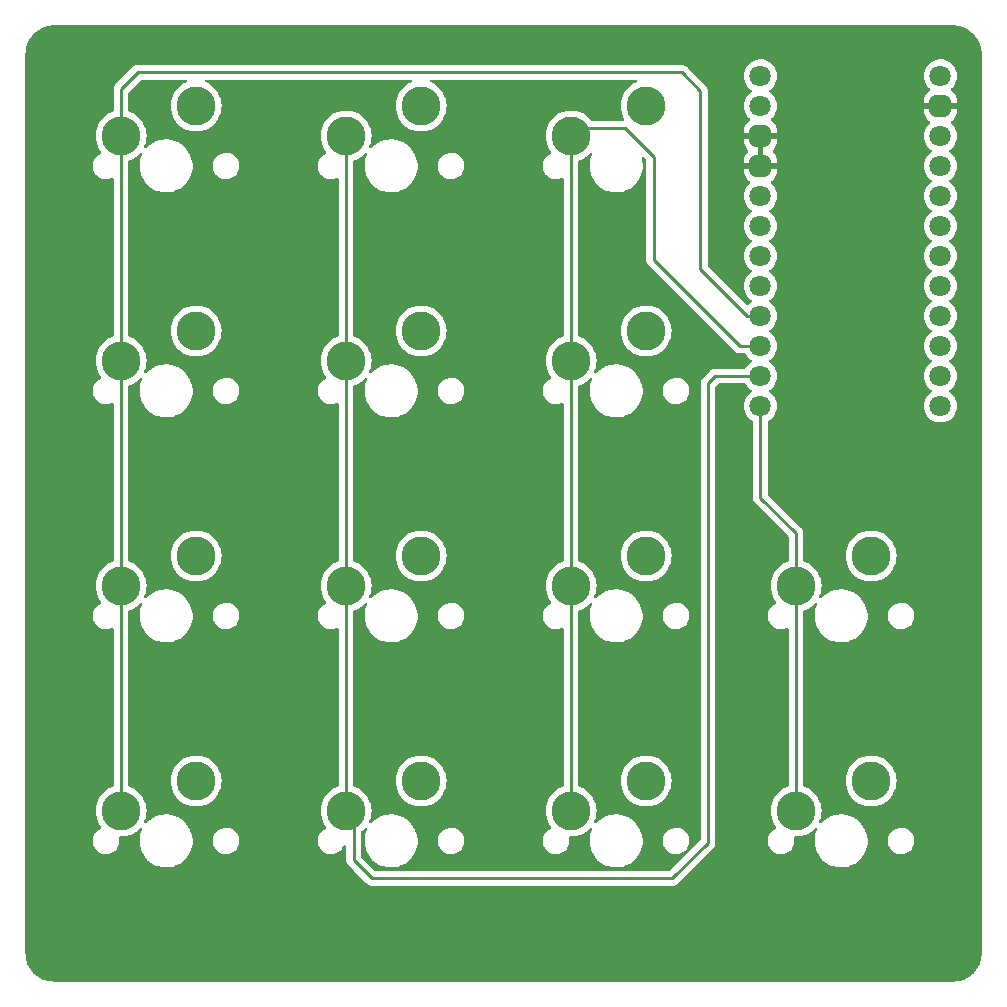
<source format=gtl>
%TF.GenerationSoftware,KiCad,Pcbnew,7.0.5*%
%TF.CreationDate,2024-08-25T19:53:10+07:00*%
%TF.ProjectId,13A-Pro,3133412d-5072-46f2-9e6b-696361645f70,rev?*%
%TF.SameCoordinates,Original*%
%TF.FileFunction,Copper,L1,Top*%
%TF.FilePolarity,Positive*%
%FSLAX46Y46*%
G04 Gerber Fmt 4.6, Leading zero omitted, Abs format (unit mm)*
G04 Created by KiCad (PCBNEW 7.0.5) date 2024-08-25 19:53:10*
%MOMM*%
%LPD*%
G01*
G04 APERTURE LIST*
G04 Aperture macros list*
%AMRoundRect*
0 Rectangle with rounded corners*
0 $1 Rounding radius*
0 $2 $3 $4 $5 $6 $7 $8 $9 X,Y pos of 4 corners*
0 Add a 4 corners polygon primitive as box body*
4,1,4,$2,$3,$4,$5,$6,$7,$8,$9,$2,$3,0*
0 Add four circle primitives for the rounded corners*
1,1,$1+$1,$2,$3*
1,1,$1+$1,$4,$5*
1,1,$1+$1,$6,$7*
1,1,$1+$1,$8,$9*
0 Add four rect primitives between the rounded corners*
20,1,$1+$1,$2,$3,$4,$5,0*
20,1,$1+$1,$4,$5,$6,$7,0*
20,1,$1+$1,$6,$7,$8,$9,0*
20,1,$1+$1,$8,$9,$2,$3,0*%
G04 Aperture macros list end*
%TA.AperFunction,ComponentPad*%
%ADD10C,1.800000*%
%TD*%
%TA.AperFunction,ComponentPad*%
%ADD11RoundRect,0.450000X-0.450000X-0.450000X0.450000X-0.450000X0.450000X0.450000X-0.450000X0.450000X0*%
%TD*%
%TA.AperFunction,ComponentPad*%
%ADD12C,3.300000*%
%TD*%
%TA.AperFunction,Conductor*%
%ADD13C,0.250000*%
%TD*%
G04 APERTURE END LIST*
D10*
%TO.P,U1,1,D3-TX*%
%TO.N,unconnected-(U1-D3-TX-Pad1)*%
X139223750Y-62230000D03*
%TO.P,U1,2,D2-RX*%
%TO.N,unconnected-(U1-D2-RX-Pad2)*%
X139223750Y-64770000D03*
D11*
%TO.P,U1,3,GND*%
%TO.N,GND*%
X139223750Y-67310000D03*
%TO.P,U1,4,GND*%
X139223750Y-69850000D03*
D10*
%TO.P,U1,5,D1*%
%TO.N,ROW0*%
X139223750Y-72390000D03*
%TO.P,U1,6,D0*%
%TO.N,ROW1*%
X139223750Y-74930000D03*
%TO.P,U1,7,D4*%
%TO.N,ROW2*%
X139223750Y-77470000D03*
%TO.P,U1,8,C6*%
%TO.N,ROW3*%
X139223750Y-80010000D03*
%TO.P,U1,9,D7*%
%TO.N,COL0*%
X139223750Y-82550000D03*
%TO.P,U1,10,E6*%
%TO.N,COL2*%
X139223750Y-85090000D03*
%TO.P,U1,11,B4*%
%TO.N,COL1*%
X139223750Y-87630000D03*
%TO.P,U1,12,B5*%
%TO.N,COL3*%
X139223750Y-90170000D03*
%TO.P,U1,13,B0*%
%TO.N,unconnected-(U1-B0-Pad13)*%
X154463750Y-62230000D03*
D11*
%TO.P,U1,14,GND*%
%TO.N,GND*%
X154463750Y-64770000D03*
D10*
%TO.P,U1,15,RST*%
%TO.N,Net-(U1-RST)*%
X154463750Y-67310000D03*
%TO.P,U1,16,VCC*%
%TO.N,unconnected-(U1-VCC-Pad16)*%
X154463750Y-69850000D03*
%TO.P,U1,17,F4*%
%TO.N,unconnected-(U1-F4-Pad17)*%
X154463750Y-72390000D03*
%TO.P,U1,18,F5*%
%TO.N,unconnected-(U1-F5-Pad18)*%
X154463750Y-74930000D03*
%TO.P,U1,19,F6*%
%TO.N,unconnected-(U1-F6-Pad19)*%
X154463750Y-77470000D03*
%TO.P,U1,20,F7*%
%TO.N,unconnected-(U1-F7-Pad20)*%
X154463750Y-80010000D03*
%TO.P,U1,21,B1*%
%TO.N,unconnected-(U1-B1-Pad21)*%
X154463750Y-82550000D03*
%TO.P,U1,22,B3*%
%TO.N,unconnected-(U1-B3-Pad22)*%
X154463750Y-85090000D03*
%TO.P,U1,23,B2*%
%TO.N,unconnected-(U1-B2-Pad23)*%
X154463750Y-87630000D03*
%TO.P,U1,24,B6*%
%TO.N,unconnected-(U1-B6-Pad24)*%
X154463750Y-90170000D03*
%TD*%
D12*
%TO.P,MX4,1,1*%
%TO.N,COL0*%
X85090000Y-86360000D03*
%TO.P,MX4,2,2*%
%TO.N,Net-(D4-A)*%
X91440000Y-83820000D03*
%TD*%
%TO.P,MX2,1,1*%
%TO.N,COL1*%
X104140000Y-67310000D03*
%TO.P,MX2,2,2*%
%TO.N,Net-(D2-A)*%
X110490000Y-64770000D03*
%TD*%
%TO.P,MX7,1,1*%
%TO.N,COL0*%
X85090000Y-105410000D03*
%TO.P,MX7,2,2*%
%TO.N,Net-(D7-A)*%
X91440000Y-102870000D03*
%TD*%
%TO.P,MX14,1,1*%
%TO.N,COL3*%
X142240000Y-124460000D03*
%TO.P,MX14,2,2*%
%TO.N,Net-(D14-A)*%
X148590000Y-121920000D03*
%TD*%
%TO.P,MX13,1,1*%
%TO.N,COL2*%
X123190000Y-124460000D03*
%TO.P,MX13,2,2*%
%TO.N,Net-(D13-A)*%
X129540000Y-121920000D03*
%TD*%
%TO.P,MX5,1,1*%
%TO.N,COL1*%
X104140000Y-86360000D03*
%TO.P,MX5,2,2*%
%TO.N,Net-(D5-A)*%
X110490000Y-83820000D03*
%TD*%
%TO.P,MX10,1,1*%
%TO.N,COL3*%
X142240000Y-105410000D03*
%TO.P,MX10,2,2*%
%TO.N,Net-(D10-A)*%
X148590000Y-102870000D03*
%TD*%
%TO.P,MX3,1,1*%
%TO.N,COL2*%
X123190000Y-67310000D03*
%TO.P,MX3,2,2*%
%TO.N,Net-(D3-A)*%
X129540000Y-64770000D03*
%TD*%
%TO.P,MX6,1,1*%
%TO.N,COL2*%
X123190000Y-86360000D03*
%TO.P,MX6,2,2*%
%TO.N,Net-(D6-A)*%
X129540000Y-83820000D03*
%TD*%
%TO.P,MX12,1,1*%
%TO.N,COL1*%
X104140000Y-124460000D03*
%TO.P,MX12,2,2*%
%TO.N,Net-(D12-A)*%
X110490000Y-121920000D03*
%TD*%
%TO.P,MX8,1,1*%
%TO.N,COL1*%
X104140000Y-105410000D03*
%TO.P,MX8,2,2*%
%TO.N,Net-(D8-A)*%
X110490000Y-102870000D03*
%TD*%
%TO.P,MX1,1,1*%
%TO.N,COL0*%
X85090000Y-67310000D03*
%TO.P,MX1,2,2*%
%TO.N,Net-(D1-A)*%
X91440000Y-64770000D03*
%TD*%
%TO.P,MX11,1,1*%
%TO.N,COL0*%
X85090000Y-124460000D03*
%TO.P,MX11,2,2*%
%TO.N,Net-(D11-A)*%
X91440000Y-121920000D03*
%TD*%
%TO.P,MX9,1,1*%
%TO.N,COL2*%
X123190000Y-105410000D03*
%TO.P,MX9,2,2*%
%TO.N,Net-(D9-A)*%
X129540000Y-102870000D03*
%TD*%
D13*
%TO.N,COL0*%
X132556250Y-61912500D02*
X134143750Y-63500000D01*
X134143750Y-78581250D02*
X138112500Y-82550000D01*
X138112500Y-82550000D02*
X139223750Y-82550000D01*
X134143750Y-63500000D02*
X134143750Y-78581250D01*
X85090000Y-105410000D02*
X85090000Y-124460000D01*
X85090000Y-63341250D02*
X86518750Y-61912500D01*
X86518750Y-61912500D02*
X132556250Y-61912500D01*
X85090000Y-67310000D02*
X85090000Y-86360000D01*
X85090000Y-86360000D02*
X85090000Y-105410000D01*
X85090000Y-67310000D02*
X85090000Y-63341250D01*
%TO.N,COL1*%
X139223750Y-87630000D02*
X135413750Y-87630000D01*
X104775000Y-128587500D02*
X104775000Y-125095000D01*
X135413750Y-87630000D02*
X134778750Y-88265000D01*
X106362500Y-130175000D02*
X104775000Y-128587500D01*
X134778750Y-88265000D02*
X134778750Y-127158750D01*
X104775000Y-125095000D02*
X104140000Y-124460000D01*
X104140000Y-105410000D02*
X104140000Y-86360000D01*
X104140000Y-86360000D02*
X104140000Y-67310000D01*
X104140000Y-124460000D02*
X104140000Y-105410000D01*
X131762500Y-130175000D02*
X106362500Y-130175000D01*
X134778750Y-127158750D02*
X131762500Y-130175000D01*
%TO.N,COL2*%
X130175000Y-69056250D02*
X130175000Y-77787500D01*
X123825000Y-66675000D02*
X127793750Y-66675000D01*
X123190000Y-105410000D02*
X123190000Y-124460000D01*
X137477500Y-85090000D02*
X139223750Y-85090000D01*
X127793750Y-66675000D02*
X130175000Y-69056250D01*
X123190000Y-67310000D02*
X123190000Y-86360000D01*
X130175000Y-77787500D02*
X137477500Y-85090000D01*
X123190000Y-67310000D02*
X123825000Y-66675000D01*
X123190000Y-86360000D02*
X123190000Y-105410000D01*
%TO.N,COL3*%
X142240000Y-100965000D02*
X139223750Y-97948750D01*
X142240000Y-105410000D02*
X142240000Y-124460000D01*
X142240000Y-105410000D02*
X142240000Y-100965000D01*
X139223750Y-97948750D02*
X139223750Y-90170000D01*
%TD*%
%TA.AperFunction,Conductor*%
%TO.N,GND*%
G36*
X139473750Y-69414498D02*
G01*
X139366065Y-69365320D01*
X139259513Y-69350000D01*
X139187987Y-69350000D01*
X139081435Y-69365320D01*
X138973750Y-69414498D01*
X138973750Y-67745501D01*
X139081435Y-67794680D01*
X139187987Y-67810000D01*
X139259513Y-67810000D01*
X139366065Y-67794680D01*
X139473750Y-67745501D01*
X139473750Y-69414498D01*
G37*
%TD.AperFunction*%
%TA.AperFunction,Conductor*%
G36*
X155576868Y-57944363D02*
G01*
X155673918Y-57950233D01*
X155866464Y-57962853D01*
X155873584Y-57963736D01*
X156004432Y-57987715D01*
X156161045Y-58018868D01*
X156167358Y-58020474D01*
X156299951Y-58061792D01*
X156300136Y-58061850D01*
X156301599Y-58062326D01*
X156446210Y-58111415D01*
X156451716Y-58113583D01*
X156580914Y-58171730D01*
X156582861Y-58172648D01*
X156714126Y-58237380D01*
X156717487Y-58239038D01*
X156722135Y-58241582D01*
X156844490Y-58315548D01*
X156846802Y-58317017D01*
X156970620Y-58399750D01*
X156974406Y-58402492D01*
X157087414Y-58491029D01*
X157090057Y-58493221D01*
X157166429Y-58560197D01*
X157201601Y-58591041D01*
X157204555Y-58593809D01*
X157306189Y-58695443D01*
X157308964Y-58698405D01*
X157406777Y-58809941D01*
X157408969Y-58812584D01*
X157497506Y-58925592D01*
X157500253Y-58929385D01*
X157582967Y-59053175D01*
X157584460Y-59055524D01*
X157658412Y-59177856D01*
X157660960Y-59182511D01*
X157727336Y-59317107D01*
X157728268Y-59319084D01*
X157786415Y-59448282D01*
X157788588Y-59453801D01*
X157837665Y-59598378D01*
X157838148Y-59599862D01*
X157879518Y-59732619D01*
X157881135Y-59738974D01*
X157912284Y-59895573D01*
X157936261Y-60026412D01*
X157937145Y-60033539D01*
X157949770Y-60226163D01*
X157955637Y-60323132D01*
X157955750Y-60326878D01*
X157955750Y-136523121D01*
X157955637Y-136526867D01*
X157949770Y-136623835D01*
X157937145Y-136816459D01*
X157936261Y-136823586D01*
X157912284Y-136954425D01*
X157881135Y-137111024D01*
X157879518Y-137117379D01*
X157838148Y-137250136D01*
X157837665Y-137251620D01*
X157788588Y-137396197D01*
X157786415Y-137401716D01*
X157728268Y-137530914D01*
X157727336Y-137532891D01*
X157660960Y-137667487D01*
X157658412Y-137672142D01*
X157584460Y-137794474D01*
X157582953Y-137796845D01*
X157500253Y-137920613D01*
X157497506Y-137924406D01*
X157408969Y-138037414D01*
X157406777Y-138040057D01*
X157308964Y-138151593D01*
X157306189Y-138154555D01*
X157204555Y-138256189D01*
X157201593Y-138258964D01*
X157090057Y-138356777D01*
X157087414Y-138358969D01*
X156974406Y-138447506D01*
X156970613Y-138450253D01*
X156846845Y-138532953D01*
X156844474Y-138534460D01*
X156722142Y-138608412D01*
X156717487Y-138610960D01*
X156582891Y-138677336D01*
X156580914Y-138678268D01*
X156451716Y-138736415D01*
X156446197Y-138738588D01*
X156301620Y-138787665D01*
X156300136Y-138788148D01*
X156167379Y-138829518D01*
X156161024Y-138831135D01*
X156004425Y-138862284D01*
X155873586Y-138886261D01*
X155866459Y-138887145D01*
X155673835Y-138899770D01*
X155576868Y-138905637D01*
X155573122Y-138905750D01*
X79376878Y-138905750D01*
X79373132Y-138905637D01*
X79276163Y-138899770D01*
X79083539Y-138887145D01*
X79076412Y-138886261D01*
X78945573Y-138862284D01*
X78788974Y-138831135D01*
X78782619Y-138829518D01*
X78649862Y-138788148D01*
X78648378Y-138787665D01*
X78503801Y-138738588D01*
X78498282Y-138736415D01*
X78369084Y-138678268D01*
X78367107Y-138677336D01*
X78232511Y-138610960D01*
X78227856Y-138608412D01*
X78105524Y-138534460D01*
X78103175Y-138532967D01*
X77979385Y-138450253D01*
X77975592Y-138447506D01*
X77862584Y-138358969D01*
X77859941Y-138356777D01*
X77748405Y-138258964D01*
X77745443Y-138256189D01*
X77643809Y-138154555D01*
X77641034Y-138151593D01*
X77543221Y-138040057D01*
X77541029Y-138037414D01*
X77452492Y-137924406D01*
X77449745Y-137920613D01*
X77367017Y-137796802D01*
X77365548Y-137794490D01*
X77291582Y-137672135D01*
X77289038Y-137667487D01*
X77287380Y-137664126D01*
X77222648Y-137532861D01*
X77221730Y-137530914D01*
X77163583Y-137401716D01*
X77161415Y-137396210D01*
X77112326Y-137251599D01*
X77111850Y-137250136D01*
X77107094Y-137234873D01*
X77070474Y-137117358D01*
X77068868Y-137111045D01*
X77037714Y-136954425D01*
X77013736Y-136823584D01*
X77012853Y-136816459D01*
X77000228Y-136623835D01*
X76994363Y-136526867D01*
X76994250Y-136523123D01*
X76994250Y-126946202D01*
X82690660Y-126946202D01*
X82700887Y-127160901D01*
X82751563Y-127369791D01*
X82751565Y-127369795D01*
X82839936Y-127563301D01*
X82840854Y-127565310D01*
X82965534Y-127740399D01*
X82965535Y-127740400D01*
X82965540Y-127740406D01*
X83121094Y-127888725D01*
X83121096Y-127888726D01*
X83121097Y-127888727D01*
X83301920Y-128004935D01*
X83501468Y-128084822D01*
X83606997Y-128105161D01*
X83712527Y-128125500D01*
X83712528Y-128125500D01*
X83873612Y-128125500D01*
X83873618Y-128125500D01*
X84033971Y-128110188D01*
X84240209Y-128049631D01*
X84431259Y-127951138D01*
X84600217Y-127818268D01*
X84740976Y-127655824D01*
X84744495Y-127649730D01*
X84848446Y-127469680D01*
X84848448Y-127469677D01*
X84918750Y-127266554D01*
X84949339Y-127053797D01*
X84939112Y-126839096D01*
X84920829Y-126763732D01*
X84924154Y-126693943D01*
X84964682Y-126637029D01*
X85029547Y-126611061D01*
X85041334Y-126610500D01*
X85237099Y-126610500D01*
X85268520Y-126606180D01*
X85528555Y-126570440D01*
X85811841Y-126491067D01*
X86081682Y-126373859D01*
X86333049Y-126220999D01*
X86561260Y-126035335D01*
X86651715Y-125938480D01*
X86711856Y-125902923D01*
X86781677Y-125905525D01*
X86839008Y-125945462D01*
X86865646Y-126010055D01*
X86854816Y-126075314D01*
X86805433Y-126181732D01*
X86800882Y-126191540D01*
X86798651Y-126198733D01*
X86711854Y-126478535D01*
X86661874Y-126774842D01*
X86651833Y-127075167D01*
X86681910Y-127374142D01*
X86681911Y-127374149D01*
X86751568Y-127666441D01*
X86751571Y-127666453D01*
X86859566Y-127946853D01*
X86859573Y-127946868D01*
X87003979Y-128210375D01*
X87003983Y-128210381D01*
X87095296Y-128334312D01*
X87182223Y-128452290D01*
X87323426Y-128598293D01*
X87391120Y-128668288D01*
X87391127Y-128668294D01*
X87438062Y-128705358D01*
X87626946Y-128854518D01*
X87885487Y-129007652D01*
X88162133Y-129124960D01*
X88162136Y-129124960D01*
X88162139Y-129124962D01*
X88307039Y-129164654D01*
X88451946Y-129204348D01*
X88749755Y-129244400D01*
X88749760Y-129244400D01*
X88975041Y-129244400D01*
X89138513Y-129233456D01*
X89199819Y-129229352D01*
X89494287Y-129169499D01*
X89778151Y-129070931D01*
X90046343Y-128935407D01*
X90294080Y-128765346D01*
X90516939Y-128563782D01*
X90710943Y-128334312D01*
X90872631Y-128081032D01*
X90999118Y-127808460D01*
X91088146Y-127521462D01*
X91138126Y-127225158D01*
X91147453Y-126946202D01*
X92850660Y-126946202D01*
X92860887Y-127160901D01*
X92911563Y-127369791D01*
X92911565Y-127369795D01*
X92999936Y-127563301D01*
X93000854Y-127565310D01*
X93125534Y-127740399D01*
X93125535Y-127740400D01*
X93125540Y-127740406D01*
X93281094Y-127888725D01*
X93281096Y-127888726D01*
X93281097Y-127888727D01*
X93461920Y-128004935D01*
X93661468Y-128084822D01*
X93766998Y-128105161D01*
X93872527Y-128125500D01*
X93872528Y-128125500D01*
X94033612Y-128125500D01*
X94033618Y-128125500D01*
X94193971Y-128110188D01*
X94400209Y-128049631D01*
X94591259Y-127951138D01*
X94760217Y-127818268D01*
X94900976Y-127655824D01*
X94904495Y-127649730D01*
X95008446Y-127469680D01*
X95008448Y-127469677D01*
X95078750Y-127266554D01*
X95109339Y-127053797D01*
X95099112Y-126839096D01*
X95048437Y-126630210D01*
X94959146Y-126434690D01*
X94834466Y-126259601D01*
X94834464Y-126259599D01*
X94834459Y-126259593D01*
X94678905Y-126111274D01*
X94498080Y-125995065D01*
X94298530Y-125915177D01*
X94087473Y-125874500D01*
X94087472Y-125874500D01*
X93926382Y-125874500D01*
X93766028Y-125889812D01*
X93766029Y-125889812D01*
X93766025Y-125889813D01*
X93559793Y-125950368D01*
X93368736Y-126048864D01*
X93199785Y-126181729D01*
X93199782Y-126181733D01*
X93059021Y-126344178D01*
X92951553Y-126530319D01*
X92881251Y-126733442D01*
X92881250Y-126733444D01*
X92850661Y-126946200D01*
X92850660Y-126946202D01*
X91147453Y-126946202D01*
X91148167Y-126924836D01*
X91118089Y-126625855D01*
X91114563Y-126611061D01*
X91095322Y-126530319D01*
X91048430Y-126333551D01*
X90940431Y-126053140D01*
X90796021Y-125789625D01*
X90617777Y-125547710D01*
X90408879Y-125331711D01*
X90408872Y-125331705D01*
X90173055Y-125145483D01*
X90173056Y-125145483D01*
X90173054Y-125145482D01*
X89914513Y-124992348D01*
X89637867Y-124875040D01*
X89637860Y-124875037D01*
X89348059Y-124795653D01*
X89348056Y-124795652D01*
X89348054Y-124795652D01*
X89050245Y-124755600D01*
X88824967Y-124755600D01*
X88824959Y-124755600D01*
X88600183Y-124770647D01*
X88600174Y-124770649D01*
X88305710Y-124830501D01*
X88021847Y-124929069D01*
X88021844Y-124929071D01*
X87753662Y-125064589D01*
X87505918Y-125234655D01*
X87283062Y-125436216D01*
X87283056Y-125436222D01*
X87277901Y-125442320D01*
X87219584Y-125480804D01*
X87149720Y-125481649D01*
X87090489Y-125444589D01*
X87060697Y-125381389D01*
X87066372Y-125320733D01*
X87067072Y-125318764D01*
X87165592Y-125041554D01*
X87165592Y-125041549D01*
X87165595Y-125041543D01*
X87209449Y-124830501D01*
X87225448Y-124753511D01*
X87245525Y-124460000D01*
X87225448Y-124166489D01*
X87197177Y-124030440D01*
X87165595Y-123878456D01*
X87165590Y-123878440D01*
X87095420Y-123681001D01*
X87067072Y-123601236D01*
X86931722Y-123340024D01*
X86931721Y-123340022D01*
X86931717Y-123340016D01*
X86762067Y-123099676D01*
X86561256Y-122884661D01*
X86333045Y-122698998D01*
X86081680Y-122546139D01*
X86081675Y-122546137D01*
X85811841Y-122428932D01*
X85806043Y-122427308D01*
X85746801Y-122390266D01*
X85716990Y-122327075D01*
X85715500Y-122307907D01*
X85715500Y-121920000D01*
X89284475Y-121920000D01*
X89304551Y-122213511D01*
X89304552Y-122213513D01*
X89364404Y-122501543D01*
X89364409Y-122501559D01*
X89462927Y-122778762D01*
X89598278Y-123039977D01*
X89598282Y-123039983D01*
X89767932Y-123280323D01*
X89968743Y-123495338D01*
X90096383Y-123599181D01*
X90196951Y-123680999D01*
X90196953Y-123681000D01*
X90196954Y-123681001D01*
X90448319Y-123833860D01*
X90448324Y-123833862D01*
X90718154Y-123951065D01*
X90718159Y-123951067D01*
X91001445Y-124030440D01*
X91257681Y-124065659D01*
X91292901Y-124070500D01*
X91292902Y-124070500D01*
X91587099Y-124070500D01*
X91618520Y-124066180D01*
X91878555Y-124030440D01*
X92161841Y-123951067D01*
X92431682Y-123833859D01*
X92683049Y-123680999D01*
X92911260Y-123495335D01*
X93112065Y-123280326D01*
X93281722Y-123039976D01*
X93417072Y-122778764D01*
X93515592Y-122501554D01*
X93515592Y-122501549D01*
X93515595Y-122501543D01*
X93555832Y-122307907D01*
X93575448Y-122213511D01*
X93595525Y-121920000D01*
X93575448Y-121626489D01*
X93558089Y-121542955D01*
X93515595Y-121338456D01*
X93515590Y-121338440D01*
X93417072Y-121061237D01*
X93417072Y-121061236D01*
X93281722Y-120800024D01*
X93281721Y-120800022D01*
X93281717Y-120800016D01*
X93112067Y-120559676D01*
X92911256Y-120344661D01*
X92683045Y-120158998D01*
X92431680Y-120006139D01*
X92431675Y-120006137D01*
X92161845Y-119888934D01*
X91878560Y-119809561D01*
X91878556Y-119809560D01*
X91878555Y-119809560D01*
X91732826Y-119789529D01*
X91587099Y-119769500D01*
X91587098Y-119769500D01*
X91292902Y-119769500D01*
X91292901Y-119769500D01*
X91001445Y-119809560D01*
X91001439Y-119809561D01*
X90718154Y-119888934D01*
X90448324Y-120006137D01*
X90448319Y-120006139D01*
X90196954Y-120158998D01*
X89968743Y-120344661D01*
X89767932Y-120559676D01*
X89598282Y-120800016D01*
X89598278Y-120800022D01*
X89462927Y-121061237D01*
X89364409Y-121338440D01*
X89364404Y-121338456D01*
X89304552Y-121626486D01*
X89304551Y-121626488D01*
X89284475Y-121920000D01*
X85715500Y-121920000D01*
X85715500Y-107562092D01*
X85735185Y-107495053D01*
X85787989Y-107449298D01*
X85806040Y-107442692D01*
X85811841Y-107441067D01*
X86081682Y-107323859D01*
X86333049Y-107170999D01*
X86561260Y-106985335D01*
X86651715Y-106888480D01*
X86711856Y-106852923D01*
X86781677Y-106855525D01*
X86839008Y-106895462D01*
X86865646Y-106960055D01*
X86854816Y-107025314D01*
X86805433Y-107131732D01*
X86800882Y-107141540D01*
X86791744Y-107170999D01*
X86711854Y-107428535D01*
X86661874Y-107724842D01*
X86651833Y-108025167D01*
X86681910Y-108324142D01*
X86681911Y-108324149D01*
X86751568Y-108616441D01*
X86751571Y-108616453D01*
X86859566Y-108896853D01*
X86859573Y-108896868D01*
X87003979Y-109160375D01*
X87003983Y-109160381D01*
X87095296Y-109284312D01*
X87182223Y-109402290D01*
X87391121Y-109618289D01*
X87626946Y-109804518D01*
X87885487Y-109957652D01*
X88162133Y-110074960D01*
X88162136Y-110074960D01*
X88162139Y-110074962D01*
X88307039Y-110114654D01*
X88451946Y-110154348D01*
X88749755Y-110194400D01*
X88749760Y-110194400D01*
X88975041Y-110194400D01*
X89138513Y-110183456D01*
X89199819Y-110179352D01*
X89494287Y-110119499D01*
X89778151Y-110020931D01*
X90046343Y-109885407D01*
X90294080Y-109715346D01*
X90516939Y-109513782D01*
X90710943Y-109284312D01*
X90872631Y-109031032D01*
X90999118Y-108758460D01*
X91088146Y-108471462D01*
X91138126Y-108175158D01*
X91147453Y-107896202D01*
X92850660Y-107896202D01*
X92860887Y-108110901D01*
X92911563Y-108319791D01*
X92911565Y-108319795D01*
X92913553Y-108324149D01*
X93000854Y-108515310D01*
X93125534Y-108690399D01*
X93125535Y-108690400D01*
X93125540Y-108690406D01*
X93281094Y-108838725D01*
X93281096Y-108838726D01*
X93281097Y-108838727D01*
X93461920Y-108954935D01*
X93661468Y-109034822D01*
X93724011Y-109046876D01*
X93872527Y-109075500D01*
X93872528Y-109075500D01*
X94033612Y-109075500D01*
X94033618Y-109075500D01*
X94193971Y-109060188D01*
X94400209Y-108999631D01*
X94591259Y-108901138D01*
X94760217Y-108768268D01*
X94900976Y-108605824D01*
X95008448Y-108419677D01*
X95078750Y-108216554D01*
X95109339Y-108003797D01*
X95099112Y-107789096D01*
X95048437Y-107580210D01*
X94959146Y-107384690D01*
X94834466Y-107209601D01*
X94834464Y-107209599D01*
X94834459Y-107209593D01*
X94678905Y-107061274D01*
X94498080Y-106945065D01*
X94298530Y-106865177D01*
X94087473Y-106824500D01*
X94087472Y-106824500D01*
X93926382Y-106824500D01*
X93766029Y-106839812D01*
X93766025Y-106839813D01*
X93559793Y-106900368D01*
X93368736Y-106998864D01*
X93199785Y-107131729D01*
X93199782Y-107131733D01*
X93059021Y-107294178D01*
X92951553Y-107480319D01*
X92881251Y-107683442D01*
X92881250Y-107683444D01*
X92850661Y-107896200D01*
X92850660Y-107896202D01*
X91147453Y-107896202D01*
X91148167Y-107874836D01*
X91118089Y-107575855D01*
X91048430Y-107283551D01*
X90940431Y-107003140D01*
X90796021Y-106739625D01*
X90617777Y-106497710D01*
X90408879Y-106281711D01*
X90408872Y-106281705D01*
X90173055Y-106095483D01*
X90173056Y-106095483D01*
X90173054Y-106095482D01*
X89914513Y-105942348D01*
X89637867Y-105825040D01*
X89637860Y-105825037D01*
X89348059Y-105745653D01*
X89348056Y-105745652D01*
X89348054Y-105745652D01*
X89050245Y-105705600D01*
X88824967Y-105705600D01*
X88824959Y-105705600D01*
X88600183Y-105720647D01*
X88600174Y-105720649D01*
X88305710Y-105780501D01*
X88021847Y-105879069D01*
X88021844Y-105879071D01*
X87753662Y-106014589D01*
X87505918Y-106184655D01*
X87283062Y-106386216D01*
X87283056Y-106386222D01*
X87277901Y-106392320D01*
X87219584Y-106430804D01*
X87149720Y-106431649D01*
X87090489Y-106394589D01*
X87060697Y-106331389D01*
X87066372Y-106270733D01*
X87067072Y-106268764D01*
X87165592Y-105991554D01*
X87165592Y-105991549D01*
X87165595Y-105991543D01*
X87209449Y-105780501D01*
X87225448Y-105703511D01*
X87245525Y-105410000D01*
X87225448Y-105116489D01*
X87197177Y-104980440D01*
X87165595Y-104828456D01*
X87165590Y-104828440D01*
X87095420Y-104631001D01*
X87067072Y-104551236D01*
X86931722Y-104290024D01*
X86931721Y-104290022D01*
X86931717Y-104290016D01*
X86762067Y-104049676D01*
X86561256Y-103834661D01*
X86333045Y-103648998D01*
X86081680Y-103496139D01*
X86081675Y-103496137D01*
X85811841Y-103378932D01*
X85806043Y-103377308D01*
X85746801Y-103340266D01*
X85716990Y-103277075D01*
X85715500Y-103257907D01*
X85715500Y-102870000D01*
X89284475Y-102870000D01*
X89304551Y-103163511D01*
X89304552Y-103163513D01*
X89364404Y-103451543D01*
X89364409Y-103451559D01*
X89462927Y-103728762D01*
X89598278Y-103989977D01*
X89598282Y-103989983D01*
X89767932Y-104230323D01*
X89968743Y-104445338D01*
X90096384Y-104549181D01*
X90196951Y-104630999D01*
X90196953Y-104631000D01*
X90196954Y-104631001D01*
X90448319Y-104783860D01*
X90448324Y-104783862D01*
X90718154Y-104901065D01*
X90718159Y-104901067D01*
X91001445Y-104980440D01*
X91257681Y-105015659D01*
X91292901Y-105020500D01*
X91292902Y-105020500D01*
X91587099Y-105020500D01*
X91618520Y-105016180D01*
X91878555Y-104980440D01*
X92161841Y-104901067D01*
X92431682Y-104783859D01*
X92683049Y-104630999D01*
X92911260Y-104445335D01*
X93112065Y-104230326D01*
X93281722Y-103989976D01*
X93417072Y-103728764D01*
X93515592Y-103451554D01*
X93515592Y-103451549D01*
X93515595Y-103451543D01*
X93555832Y-103257907D01*
X93575448Y-103163511D01*
X93595525Y-102870000D01*
X93575448Y-102576489D01*
X93558089Y-102492955D01*
X93515595Y-102288456D01*
X93515590Y-102288440D01*
X93417072Y-102011237D01*
X93417072Y-102011236D01*
X93281722Y-101750024D01*
X93281721Y-101750022D01*
X93281717Y-101750016D01*
X93112067Y-101509676D01*
X92911256Y-101294661D01*
X92683045Y-101108998D01*
X92431680Y-100956139D01*
X92431675Y-100956137D01*
X92161845Y-100838934D01*
X91878560Y-100759561D01*
X91878556Y-100759560D01*
X91878555Y-100759560D01*
X91732826Y-100739529D01*
X91587099Y-100719500D01*
X91587098Y-100719500D01*
X91292902Y-100719500D01*
X91292901Y-100719500D01*
X91001445Y-100759560D01*
X91001439Y-100759561D01*
X90718154Y-100838934D01*
X90448324Y-100956137D01*
X90448319Y-100956139D01*
X90196954Y-101108998D01*
X89968743Y-101294661D01*
X89767932Y-101509676D01*
X89598282Y-101750016D01*
X89598278Y-101750022D01*
X89462927Y-102011237D01*
X89364409Y-102288440D01*
X89364404Y-102288456D01*
X89304552Y-102576486D01*
X89304551Y-102576488D01*
X89284475Y-102870000D01*
X85715500Y-102870000D01*
X85715500Y-88512092D01*
X85735185Y-88445053D01*
X85787989Y-88399298D01*
X85806040Y-88392692D01*
X85811841Y-88391067D01*
X86081682Y-88273859D01*
X86333049Y-88120999D01*
X86561260Y-87935335D01*
X86651715Y-87838480D01*
X86711856Y-87802923D01*
X86781677Y-87805525D01*
X86839008Y-87845462D01*
X86865646Y-87910055D01*
X86854816Y-87975314D01*
X86802013Y-88089102D01*
X86800882Y-88091540D01*
X86785587Y-88140846D01*
X86711854Y-88378535D01*
X86686270Y-88530210D01*
X86661874Y-88674842D01*
X86652971Y-88941143D01*
X86651833Y-88975167D01*
X86681910Y-89274142D01*
X86681911Y-89274149D01*
X86751568Y-89566441D01*
X86751571Y-89566453D01*
X86859566Y-89846853D01*
X86859573Y-89846868D01*
X87003979Y-90110375D01*
X87003983Y-90110381D01*
X87095296Y-90234312D01*
X87182223Y-90352290D01*
X87391121Y-90568289D01*
X87626946Y-90754518D01*
X87885487Y-90907652D01*
X88162133Y-91024960D01*
X88162136Y-91024960D01*
X88162139Y-91024962D01*
X88307039Y-91064653D01*
X88451946Y-91104348D01*
X88749755Y-91144400D01*
X88749760Y-91144400D01*
X88975041Y-91144400D01*
X89138513Y-91133456D01*
X89199819Y-91129352D01*
X89494287Y-91069499D01*
X89778151Y-90970931D01*
X90046343Y-90835407D01*
X90294080Y-90665346D01*
X90516939Y-90463782D01*
X90710943Y-90234312D01*
X90872631Y-89981032D01*
X90999118Y-89708460D01*
X91088146Y-89421462D01*
X91138126Y-89125158D01*
X91147453Y-88846202D01*
X92850660Y-88846202D01*
X92860887Y-89060901D01*
X92911563Y-89269791D01*
X92911565Y-89269795D01*
X92928488Y-89306852D01*
X93000854Y-89465310D01*
X93125534Y-89640399D01*
X93125535Y-89640400D01*
X93125540Y-89640406D01*
X93281094Y-89788725D01*
X93281096Y-89788726D01*
X93281097Y-89788727D01*
X93461920Y-89904935D01*
X93661468Y-89984822D01*
X93724011Y-89996876D01*
X93872527Y-90025500D01*
X93872528Y-90025500D01*
X94033612Y-90025500D01*
X94033618Y-90025500D01*
X94193971Y-90010188D01*
X94400209Y-89949631D01*
X94591259Y-89851138D01*
X94760217Y-89718268D01*
X94900976Y-89555824D01*
X94932542Y-89501151D01*
X95008446Y-89369680D01*
X95008448Y-89369677D01*
X95078750Y-89166554D01*
X95109339Y-88953797D01*
X95099112Y-88739096D01*
X95048437Y-88530210D01*
X94959146Y-88334690D01*
X94834466Y-88159601D01*
X94834464Y-88159599D01*
X94834459Y-88159593D01*
X94678905Y-88011274D01*
X94498080Y-87895065D01*
X94298530Y-87815177D01*
X94087473Y-87774500D01*
X94087472Y-87774500D01*
X93926382Y-87774500D01*
X93766029Y-87789812D01*
X93766025Y-87789813D01*
X93559793Y-87850368D01*
X93368736Y-87948864D01*
X93199785Y-88081729D01*
X93199782Y-88081733D01*
X93059021Y-88244178D01*
X92951553Y-88430319D01*
X92881251Y-88633442D01*
X92881250Y-88633444D01*
X92850661Y-88846200D01*
X92850660Y-88846202D01*
X91147453Y-88846202D01*
X91148167Y-88824836D01*
X91118089Y-88525855D01*
X91117668Y-88524090D01*
X91086354Y-88392688D01*
X91048430Y-88233551D01*
X90940431Y-87953140D01*
X90796021Y-87689625D01*
X90617777Y-87447710D01*
X90408879Y-87231711D01*
X90408872Y-87231705D01*
X90213617Y-87077514D01*
X90173054Y-87045482D01*
X89914513Y-86892348D01*
X89637867Y-86775040D01*
X89637860Y-86775037D01*
X89348059Y-86695653D01*
X89348056Y-86695652D01*
X89348054Y-86695652D01*
X89050245Y-86655600D01*
X88824967Y-86655600D01*
X88824959Y-86655600D01*
X88600183Y-86670647D01*
X88600174Y-86670649D01*
X88305710Y-86730501D01*
X88021847Y-86829069D01*
X88021844Y-86829071D01*
X87753662Y-86964589D01*
X87505918Y-87134655D01*
X87283062Y-87336216D01*
X87283056Y-87336222D01*
X87277901Y-87342320D01*
X87219584Y-87380804D01*
X87149720Y-87381649D01*
X87090489Y-87344589D01*
X87060697Y-87281389D01*
X87066372Y-87220733D01*
X87067072Y-87218764D01*
X87165592Y-86941554D01*
X87165592Y-86941549D01*
X87165595Y-86941543D01*
X87201895Y-86766852D01*
X87225448Y-86653511D01*
X87245525Y-86360000D01*
X87225448Y-86066489D01*
X87197177Y-85930440D01*
X87165595Y-85778456D01*
X87165590Y-85778440D01*
X87113785Y-85632674D01*
X87067072Y-85501236D01*
X86931722Y-85240024D01*
X86931721Y-85240022D01*
X86931717Y-85240016D01*
X86762067Y-84999676D01*
X86561256Y-84784661D01*
X86333045Y-84598998D01*
X86081680Y-84446139D01*
X86081675Y-84446137D01*
X85811841Y-84328932D01*
X85806043Y-84327308D01*
X85746801Y-84290266D01*
X85716990Y-84227075D01*
X85715500Y-84207907D01*
X85715500Y-83820000D01*
X89284475Y-83820000D01*
X89304551Y-84113511D01*
X89304552Y-84113513D01*
X89364404Y-84401543D01*
X89364409Y-84401559D01*
X89462927Y-84678762D01*
X89598278Y-84939977D01*
X89598282Y-84939983D01*
X89767932Y-85180323D01*
X89968743Y-85395338D01*
X90065166Y-85473784D01*
X90196951Y-85580999D01*
X90196953Y-85581000D01*
X90196954Y-85581001D01*
X90448319Y-85733860D01*
X90448324Y-85733862D01*
X90718154Y-85851065D01*
X90718159Y-85851067D01*
X91001445Y-85930440D01*
X91257681Y-85965659D01*
X91292901Y-85970500D01*
X91292902Y-85970500D01*
X91587099Y-85970500D01*
X91618520Y-85966180D01*
X91878555Y-85930440D01*
X92161841Y-85851067D01*
X92431682Y-85733859D01*
X92683049Y-85580999D01*
X92911260Y-85395335D01*
X93112065Y-85180326D01*
X93281722Y-84939976D01*
X93417072Y-84678764D01*
X93515592Y-84401554D01*
X93515592Y-84401549D01*
X93515595Y-84401543D01*
X93551895Y-84226852D01*
X93575448Y-84113511D01*
X93595525Y-83820000D01*
X93575448Y-83526489D01*
X93551895Y-83413147D01*
X93515595Y-83238456D01*
X93515590Y-83238440D01*
X93470774Y-83112341D01*
X93417072Y-82961236D01*
X93281722Y-82700024D01*
X93281721Y-82700022D01*
X93281717Y-82700016D01*
X93112067Y-82459676D01*
X92911256Y-82244661D01*
X92683045Y-82058998D01*
X92431680Y-81906139D01*
X92431675Y-81906137D01*
X92161845Y-81788934D01*
X91878560Y-81709561D01*
X91878556Y-81709560D01*
X91878555Y-81709560D01*
X91640697Y-81676867D01*
X91587099Y-81669500D01*
X91587098Y-81669500D01*
X91292902Y-81669500D01*
X91292901Y-81669500D01*
X91001445Y-81709560D01*
X91001439Y-81709561D01*
X90718154Y-81788934D01*
X90448324Y-81906137D01*
X90448319Y-81906139D01*
X90196954Y-82058998D01*
X89968743Y-82244661D01*
X89767932Y-82459676D01*
X89598282Y-82700016D01*
X89598278Y-82700022D01*
X89462927Y-82961237D01*
X89364409Y-83238440D01*
X89364404Y-83238456D01*
X89304552Y-83526486D01*
X89304551Y-83526488D01*
X89284475Y-83820000D01*
X85715500Y-83820000D01*
X85715500Y-69462092D01*
X85735185Y-69395053D01*
X85787989Y-69349298D01*
X85806040Y-69342692D01*
X85811841Y-69341067D01*
X86081682Y-69223859D01*
X86333049Y-69070999D01*
X86561260Y-68885335D01*
X86651715Y-68788480D01*
X86711856Y-68752923D01*
X86781677Y-68755525D01*
X86839008Y-68795462D01*
X86865646Y-68860055D01*
X86854816Y-68925314D01*
X86805433Y-69031732D01*
X86800882Y-69041540D01*
X86779772Y-69109593D01*
X86711854Y-69328535D01*
X86686270Y-69480210D01*
X86661874Y-69624842D01*
X86651943Y-69921889D01*
X86651833Y-69925167D01*
X86681910Y-70224142D01*
X86681911Y-70224149D01*
X86751568Y-70516441D01*
X86751571Y-70516453D01*
X86859566Y-70796853D01*
X86859573Y-70796868D01*
X87003979Y-71060375D01*
X87003983Y-71060381D01*
X87095296Y-71184312D01*
X87182223Y-71302290D01*
X87391121Y-71518289D01*
X87626946Y-71704518D01*
X87885487Y-71857652D01*
X88162133Y-71974960D01*
X88162136Y-71974960D01*
X88162139Y-71974962D01*
X88307039Y-72014654D01*
X88451946Y-72054348D01*
X88749755Y-72094400D01*
X88749760Y-72094400D01*
X88975041Y-72094400D01*
X89138513Y-72083456D01*
X89199819Y-72079352D01*
X89494287Y-72019499D01*
X89778151Y-71920931D01*
X90046343Y-71785407D01*
X90294080Y-71615346D01*
X90516939Y-71413782D01*
X90710943Y-71184312D01*
X90872631Y-70931032D01*
X90999118Y-70658460D01*
X91088146Y-70371462D01*
X91138126Y-70075158D01*
X91147453Y-69796202D01*
X92850660Y-69796202D01*
X92860887Y-70010901D01*
X92911563Y-70219791D01*
X92911565Y-70219795D01*
X92973355Y-70355097D01*
X93000854Y-70415310D01*
X93074583Y-70518848D01*
X93125535Y-70590400D01*
X93125540Y-70590406D01*
X93281094Y-70738725D01*
X93281096Y-70738726D01*
X93281097Y-70738727D01*
X93461920Y-70854935D01*
X93661468Y-70934822D01*
X93724011Y-70946876D01*
X93872527Y-70975500D01*
X93872528Y-70975500D01*
X94033612Y-70975500D01*
X94033618Y-70975500D01*
X94193971Y-70960188D01*
X94400209Y-70899631D01*
X94591259Y-70801138D01*
X94760217Y-70668268D01*
X94900976Y-70505824D01*
X95008448Y-70319677D01*
X95078750Y-70116554D01*
X95109339Y-69903797D01*
X95099112Y-69689096D01*
X95048437Y-69480210D01*
X94959146Y-69284690D01*
X94834466Y-69109601D01*
X94834464Y-69109599D01*
X94834459Y-69109593D01*
X94678905Y-68961274D01*
X94498080Y-68845065D01*
X94298530Y-68765177D01*
X94087473Y-68724500D01*
X94087472Y-68724500D01*
X93926382Y-68724500D01*
X93766028Y-68739812D01*
X93766029Y-68739812D01*
X93766025Y-68739813D01*
X93559793Y-68800368D01*
X93368736Y-68898864D01*
X93199785Y-69031729D01*
X93199782Y-69031733D01*
X93059021Y-69194178D01*
X92951553Y-69380319D01*
X92881251Y-69583442D01*
X92881250Y-69583444D01*
X92850661Y-69796200D01*
X92850660Y-69796202D01*
X91147453Y-69796202D01*
X91148167Y-69774836D01*
X91118089Y-69475855D01*
X91048430Y-69183551D01*
X90940431Y-68903140D01*
X90796021Y-68639625D01*
X90784995Y-68624661D01*
X90683176Y-68486470D01*
X90617777Y-68397710D01*
X90408879Y-68181711D01*
X90408872Y-68181705D01*
X90173055Y-67995483D01*
X90173056Y-67995483D01*
X90173054Y-67995482D01*
X89914513Y-67842348D01*
X89637867Y-67725040D01*
X89637860Y-67725037D01*
X89348059Y-67645653D01*
X89348056Y-67645652D01*
X89348054Y-67645652D01*
X89050245Y-67605600D01*
X88824967Y-67605600D01*
X88824959Y-67605600D01*
X88600183Y-67620647D01*
X88600174Y-67620649D01*
X88305710Y-67680501D01*
X88021847Y-67779069D01*
X88021844Y-67779071D01*
X87753662Y-67914589D01*
X87505918Y-68084655D01*
X87283062Y-68286216D01*
X87283056Y-68286222D01*
X87277901Y-68292320D01*
X87219584Y-68330804D01*
X87149720Y-68331649D01*
X87090489Y-68294589D01*
X87060697Y-68231389D01*
X87066372Y-68170733D01*
X87067072Y-68168764D01*
X87165592Y-67891554D01*
X87165592Y-67891549D01*
X87165595Y-67891543D01*
X87212758Y-67664577D01*
X87225448Y-67603511D01*
X87245525Y-67310000D01*
X87225448Y-67016489D01*
X87197177Y-66880440D01*
X87165595Y-66728456D01*
X87165590Y-66728440D01*
X87095420Y-66531001D01*
X87067072Y-66451236D01*
X86931722Y-66190024D01*
X86931721Y-66190022D01*
X86931717Y-66190016D01*
X86762067Y-65949676D01*
X86561256Y-65734661D01*
X86333045Y-65548998D01*
X86081680Y-65396139D01*
X86081675Y-65396137D01*
X85811841Y-65278932D01*
X85806043Y-65277308D01*
X85746801Y-65240266D01*
X85716990Y-65177075D01*
X85715500Y-65157907D01*
X85715500Y-63651702D01*
X85735185Y-63584663D01*
X85751819Y-63564021D01*
X86741521Y-62574319D01*
X86802844Y-62540834D01*
X86829202Y-62538000D01*
X90584032Y-62538000D01*
X90651071Y-62557685D01*
X90696826Y-62610489D01*
X90706770Y-62679647D01*
X90677745Y-62743203D01*
X90633433Y-62775734D01*
X90448324Y-62856137D01*
X90448319Y-62856139D01*
X90196954Y-63008998D01*
X89968743Y-63194661D01*
X89767932Y-63409676D01*
X89598282Y-63650016D01*
X89598278Y-63650022D01*
X89462927Y-63911237D01*
X89364409Y-64188440D01*
X89364404Y-64188456D01*
X89304552Y-64476486D01*
X89304551Y-64476488D01*
X89284475Y-64769999D01*
X89304551Y-65063511D01*
X89304552Y-65063513D01*
X89364404Y-65351543D01*
X89364409Y-65351559D01*
X89462927Y-65628762D01*
X89598278Y-65889977D01*
X89598282Y-65889983D01*
X89767932Y-66130323D01*
X89968743Y-66345338D01*
X90093515Y-66446847D01*
X90196951Y-66530999D01*
X90196953Y-66531000D01*
X90196954Y-66531001D01*
X90448319Y-66683860D01*
X90448324Y-66683862D01*
X90693847Y-66790507D01*
X90718159Y-66801067D01*
X91001445Y-66880440D01*
X91257681Y-66915659D01*
X91292901Y-66920500D01*
X91292902Y-66920500D01*
X91587099Y-66920500D01*
X91618520Y-66916180D01*
X91878555Y-66880440D01*
X92161841Y-66801067D01*
X92431682Y-66683859D01*
X92683049Y-66530999D01*
X92911260Y-66345335D01*
X93112065Y-66130326D01*
X93281722Y-65889976D01*
X93417072Y-65628764D01*
X93515592Y-65351554D01*
X93515592Y-65351549D01*
X93515595Y-65351543D01*
X93555832Y-65157907D01*
X93575448Y-65063511D01*
X93595525Y-64770000D01*
X93575448Y-64476489D01*
X93535723Y-64285320D01*
X93515595Y-64188456D01*
X93515590Y-64188440D01*
X93417072Y-63911237D01*
X93417072Y-63911236D01*
X93290587Y-63667133D01*
X93281721Y-63650022D01*
X93281717Y-63650016D01*
X93112067Y-63409676D01*
X92932209Y-63217096D01*
X92911260Y-63194665D01*
X92911258Y-63194664D01*
X92911256Y-63194661D01*
X92717276Y-63036847D01*
X92683049Y-63009001D01*
X92683047Y-63009000D01*
X92683045Y-63008998D01*
X92431680Y-62856139D01*
X92431675Y-62856137D01*
X92246567Y-62775734D01*
X92192919Y-62730971D01*
X92171990Y-62664310D01*
X92190422Y-62596915D01*
X92242364Y-62550185D01*
X92295968Y-62538000D01*
X109634032Y-62538000D01*
X109701071Y-62557685D01*
X109746826Y-62610489D01*
X109756770Y-62679647D01*
X109727745Y-62743203D01*
X109683433Y-62775734D01*
X109498324Y-62856137D01*
X109498319Y-62856139D01*
X109246954Y-63008998D01*
X109018743Y-63194661D01*
X108817932Y-63409676D01*
X108648282Y-63650016D01*
X108648278Y-63650022D01*
X108512927Y-63911237D01*
X108414409Y-64188440D01*
X108414404Y-64188456D01*
X108354552Y-64476486D01*
X108354551Y-64476488D01*
X108334475Y-64770000D01*
X108354551Y-65063511D01*
X108354552Y-65063513D01*
X108414404Y-65351543D01*
X108414409Y-65351559D01*
X108512927Y-65628762D01*
X108648278Y-65889977D01*
X108648282Y-65889983D01*
X108817932Y-66130323D01*
X109018743Y-66345338D01*
X109143515Y-66446847D01*
X109246951Y-66530999D01*
X109246953Y-66531000D01*
X109246954Y-66531001D01*
X109498319Y-66683860D01*
X109498324Y-66683862D01*
X109743847Y-66790507D01*
X109768159Y-66801067D01*
X110051445Y-66880440D01*
X110307681Y-66915659D01*
X110342901Y-66920500D01*
X110342902Y-66920500D01*
X110637099Y-66920500D01*
X110668520Y-66916180D01*
X110928555Y-66880440D01*
X111211841Y-66801067D01*
X111481682Y-66683859D01*
X111733049Y-66530999D01*
X111961260Y-66345335D01*
X112162065Y-66130326D01*
X112331722Y-65889976D01*
X112467072Y-65628764D01*
X112565592Y-65351554D01*
X112565592Y-65351549D01*
X112565595Y-65351543D01*
X112605832Y-65157907D01*
X112625448Y-65063511D01*
X112645525Y-64770000D01*
X112625448Y-64476489D01*
X112585723Y-64285320D01*
X112565595Y-64188456D01*
X112565590Y-64188440D01*
X112467072Y-63911237D01*
X112467072Y-63911236D01*
X112340587Y-63667133D01*
X112331721Y-63650022D01*
X112331717Y-63650016D01*
X112162067Y-63409676D01*
X111982209Y-63217096D01*
X111961260Y-63194665D01*
X111961258Y-63194664D01*
X111961256Y-63194661D01*
X111767276Y-63036847D01*
X111733049Y-63009001D01*
X111733047Y-63009000D01*
X111733045Y-63008998D01*
X111481680Y-62856139D01*
X111481675Y-62856137D01*
X111296567Y-62775734D01*
X111242919Y-62730971D01*
X111221990Y-62664310D01*
X111240422Y-62596915D01*
X111292364Y-62550185D01*
X111345968Y-62538000D01*
X128684032Y-62538000D01*
X128751071Y-62557685D01*
X128796826Y-62610489D01*
X128806770Y-62679647D01*
X128777745Y-62743203D01*
X128733433Y-62775734D01*
X128548324Y-62856137D01*
X128548319Y-62856139D01*
X128296954Y-63008998D01*
X128068743Y-63194661D01*
X127867932Y-63409676D01*
X127698282Y-63650016D01*
X127698278Y-63650022D01*
X127562927Y-63911237D01*
X127464409Y-64188440D01*
X127464404Y-64188456D01*
X127404552Y-64476486D01*
X127404551Y-64476488D01*
X127384475Y-64770000D01*
X127404551Y-65063511D01*
X127404552Y-65063513D01*
X127464404Y-65351543D01*
X127464409Y-65351559D01*
X127562927Y-65628762D01*
X127687125Y-65868452D01*
X127700490Y-65937031D01*
X127674656Y-66001950D01*
X127617826Y-66042596D01*
X127577027Y-66049500D01*
X124996781Y-66049500D01*
X124929742Y-66029815D01*
X124895477Y-65997008D01*
X124862066Y-65949675D01*
X124862060Y-65949668D01*
X124661256Y-65734661D01*
X124433045Y-65548998D01*
X124181680Y-65396139D01*
X124181675Y-65396137D01*
X123911845Y-65278934D01*
X123628560Y-65199561D01*
X123628556Y-65199560D01*
X123628555Y-65199560D01*
X123464965Y-65177075D01*
X123337099Y-65159500D01*
X123337098Y-65159500D01*
X123042902Y-65159500D01*
X123042901Y-65159500D01*
X122751445Y-65199560D01*
X122751439Y-65199561D01*
X122468154Y-65278934D01*
X122198324Y-65396137D01*
X122198319Y-65396139D01*
X121946954Y-65548998D01*
X121718743Y-65734661D01*
X121517932Y-65949676D01*
X121348282Y-66190016D01*
X121348278Y-66190022D01*
X121212927Y-66451237D01*
X121114409Y-66728440D01*
X121114404Y-66728456D01*
X121054552Y-67016486D01*
X121054551Y-67016488D01*
X121034475Y-67309999D01*
X121054551Y-67603511D01*
X121054552Y-67603513D01*
X121114404Y-67891543D01*
X121114409Y-67891559D01*
X121212927Y-68168762D01*
X121348278Y-68429977D01*
X121348282Y-68429983D01*
X121498215Y-68642390D01*
X121520794Y-68708511D01*
X121504041Y-68776342D01*
X121453732Y-68824113D01*
X121308738Y-68898863D01*
X121139785Y-69031729D01*
X121139782Y-69031733D01*
X120999021Y-69194178D01*
X120891553Y-69380319D01*
X120821251Y-69583442D01*
X120821250Y-69583444D01*
X120790661Y-69796200D01*
X120790660Y-69796202D01*
X120800887Y-70010901D01*
X120851563Y-70219791D01*
X120851565Y-70219795D01*
X120913355Y-70355097D01*
X120940854Y-70415310D01*
X121014583Y-70518848D01*
X121065535Y-70590400D01*
X121065540Y-70590406D01*
X121221094Y-70738725D01*
X121221096Y-70738726D01*
X121221097Y-70738727D01*
X121401920Y-70854935D01*
X121601468Y-70934822D01*
X121664011Y-70946876D01*
X121812527Y-70975500D01*
X121812528Y-70975500D01*
X121973612Y-70975500D01*
X121973618Y-70975500D01*
X122133971Y-70960188D01*
X122340209Y-70899631D01*
X122383682Y-70877218D01*
X122452284Y-70863996D01*
X122517149Y-70889963D01*
X122557678Y-70946876D01*
X122564499Y-70987435D01*
X122564499Y-84207907D01*
X122544814Y-84274946D01*
X122492010Y-84320701D01*
X122473959Y-84327307D01*
X122468162Y-84328931D01*
X122468157Y-84328932D01*
X122198324Y-84446137D01*
X122198319Y-84446139D01*
X121946954Y-84598998D01*
X121718743Y-84784661D01*
X121517932Y-84999676D01*
X121348282Y-85240016D01*
X121348278Y-85240022D01*
X121212927Y-85501237D01*
X121114409Y-85778440D01*
X121114404Y-85778456D01*
X121054552Y-86066486D01*
X121054551Y-86066488D01*
X121034475Y-86360000D01*
X121054551Y-86653511D01*
X121054552Y-86653513D01*
X121114404Y-86941543D01*
X121114409Y-86941559D01*
X121212927Y-87218762D01*
X121348278Y-87479977D01*
X121348282Y-87479983D01*
X121498215Y-87692390D01*
X121520794Y-87758511D01*
X121504041Y-87826342D01*
X121453732Y-87874113D01*
X121308738Y-87948863D01*
X121139785Y-88081729D01*
X121139782Y-88081733D01*
X120999021Y-88244178D01*
X120891553Y-88430319D01*
X120821251Y-88633442D01*
X120821250Y-88633444D01*
X120790661Y-88846200D01*
X120790660Y-88846202D01*
X120800887Y-89060901D01*
X120851563Y-89269791D01*
X120851565Y-89269795D01*
X120868488Y-89306852D01*
X120940854Y-89465310D01*
X121065534Y-89640399D01*
X121065535Y-89640400D01*
X121065540Y-89640406D01*
X121221094Y-89788725D01*
X121221096Y-89788726D01*
X121221097Y-89788727D01*
X121401920Y-89904935D01*
X121601468Y-89984822D01*
X121664011Y-89996876D01*
X121812527Y-90025500D01*
X121812528Y-90025500D01*
X121973612Y-90025500D01*
X121973618Y-90025500D01*
X122133971Y-90010188D01*
X122340209Y-89949631D01*
X122383682Y-89927218D01*
X122452284Y-89913996D01*
X122517149Y-89939963D01*
X122557678Y-89996876D01*
X122564499Y-90037435D01*
X122564499Y-103257907D01*
X122544814Y-103324946D01*
X122492010Y-103370701D01*
X122473959Y-103377307D01*
X122468162Y-103378931D01*
X122468157Y-103378932D01*
X122198324Y-103496137D01*
X122198319Y-103496139D01*
X121946954Y-103648998D01*
X121718743Y-103834661D01*
X121517932Y-104049676D01*
X121348282Y-104290016D01*
X121348278Y-104290022D01*
X121212927Y-104551237D01*
X121114409Y-104828440D01*
X121114404Y-104828456D01*
X121054552Y-105116486D01*
X121054551Y-105116488D01*
X121034475Y-105410000D01*
X121054551Y-105703511D01*
X121054552Y-105703513D01*
X121114404Y-105991543D01*
X121114409Y-105991559D01*
X121212927Y-106268762D01*
X121348278Y-106529977D01*
X121348282Y-106529983D01*
X121498215Y-106742390D01*
X121520794Y-106808511D01*
X121504041Y-106876342D01*
X121453732Y-106924113D01*
X121308738Y-106998863D01*
X121139785Y-107131729D01*
X121139782Y-107131733D01*
X120999021Y-107294178D01*
X120891553Y-107480319D01*
X120821251Y-107683442D01*
X120821250Y-107683444D01*
X120790661Y-107896200D01*
X120790660Y-107896202D01*
X120800887Y-108110901D01*
X120851563Y-108319791D01*
X120851565Y-108319795D01*
X120853553Y-108324149D01*
X120940854Y-108515310D01*
X121065534Y-108690399D01*
X121065535Y-108690400D01*
X121065540Y-108690406D01*
X121221094Y-108838725D01*
X121221096Y-108838726D01*
X121221097Y-108838727D01*
X121401920Y-108954935D01*
X121601468Y-109034822D01*
X121664011Y-109046876D01*
X121812527Y-109075500D01*
X121812528Y-109075500D01*
X121973612Y-109075500D01*
X121973618Y-109075500D01*
X122133971Y-109060188D01*
X122340209Y-108999631D01*
X122383682Y-108977218D01*
X122452284Y-108963996D01*
X122517149Y-108989963D01*
X122557678Y-109046876D01*
X122564499Y-109087435D01*
X122564499Y-122307907D01*
X122544814Y-122374946D01*
X122492010Y-122420701D01*
X122473959Y-122427307D01*
X122468162Y-122428931D01*
X122468157Y-122428932D01*
X122198324Y-122546137D01*
X122198319Y-122546139D01*
X121946954Y-122698998D01*
X121718743Y-122884661D01*
X121517932Y-123099676D01*
X121348282Y-123340016D01*
X121348278Y-123340022D01*
X121212927Y-123601237D01*
X121114409Y-123878440D01*
X121114404Y-123878456D01*
X121054552Y-124166486D01*
X121054551Y-124166488D01*
X121034475Y-124460000D01*
X121054551Y-124753511D01*
X121054552Y-124753513D01*
X121114404Y-125041543D01*
X121114409Y-125041559D01*
X121212927Y-125318762D01*
X121348278Y-125579977D01*
X121348282Y-125579983D01*
X121498215Y-125792390D01*
X121520794Y-125858511D01*
X121504041Y-125926342D01*
X121453732Y-125974113D01*
X121308738Y-126048863D01*
X121139785Y-126181729D01*
X121139782Y-126181733D01*
X120999021Y-126344178D01*
X120891553Y-126530319D01*
X120821251Y-126733442D01*
X120821250Y-126733444D01*
X120790661Y-126946200D01*
X120790660Y-126946202D01*
X120800887Y-127160901D01*
X120851563Y-127369791D01*
X120851565Y-127369795D01*
X120939936Y-127563301D01*
X120940854Y-127565310D01*
X121065534Y-127740399D01*
X121065535Y-127740400D01*
X121065540Y-127740406D01*
X121221094Y-127888725D01*
X121221096Y-127888726D01*
X121221097Y-127888727D01*
X121401920Y-128004935D01*
X121601468Y-128084822D01*
X121706998Y-128105161D01*
X121812527Y-128125500D01*
X121812528Y-128125500D01*
X121973612Y-128125500D01*
X121973618Y-128125500D01*
X122133971Y-128110188D01*
X122340209Y-128049631D01*
X122531259Y-127951138D01*
X122700217Y-127818268D01*
X122840976Y-127655824D01*
X122844495Y-127649730D01*
X122948446Y-127469680D01*
X122948448Y-127469677D01*
X123018750Y-127266554D01*
X123049339Y-127053797D01*
X123039112Y-126839096D01*
X123020829Y-126763732D01*
X123024154Y-126693943D01*
X123064682Y-126637029D01*
X123129547Y-126611061D01*
X123141334Y-126610500D01*
X123337099Y-126610500D01*
X123368520Y-126606180D01*
X123628555Y-126570440D01*
X123911841Y-126491067D01*
X124181682Y-126373859D01*
X124433049Y-126220999D01*
X124661260Y-126035335D01*
X124751715Y-125938480D01*
X124811856Y-125902923D01*
X124881677Y-125905525D01*
X124939008Y-125945462D01*
X124965646Y-126010055D01*
X124954816Y-126075314D01*
X124905433Y-126181732D01*
X124900882Y-126191540D01*
X124898651Y-126198733D01*
X124811854Y-126478535D01*
X124761874Y-126774842D01*
X124751833Y-127075167D01*
X124781910Y-127374142D01*
X124781911Y-127374149D01*
X124851568Y-127666441D01*
X124851571Y-127666453D01*
X124959566Y-127946853D01*
X124959573Y-127946868D01*
X125103979Y-128210375D01*
X125103983Y-128210381D01*
X125195296Y-128334312D01*
X125282223Y-128452290D01*
X125423426Y-128598293D01*
X125491120Y-128668288D01*
X125491127Y-128668294D01*
X125538062Y-128705358D01*
X125726946Y-128854518D01*
X125985487Y-129007652D01*
X126262133Y-129124960D01*
X126262136Y-129124960D01*
X126262139Y-129124962D01*
X126407039Y-129164654D01*
X126551946Y-129204348D01*
X126849755Y-129244400D01*
X126849760Y-129244400D01*
X127075041Y-129244400D01*
X127238513Y-129233456D01*
X127299819Y-129229352D01*
X127594287Y-129169499D01*
X127878151Y-129070931D01*
X128146343Y-128935407D01*
X128394080Y-128765346D01*
X128616939Y-128563782D01*
X128810943Y-128334312D01*
X128972631Y-128081032D01*
X129099118Y-127808460D01*
X129188146Y-127521462D01*
X129238126Y-127225158D01*
X129247453Y-126946202D01*
X130950660Y-126946202D01*
X130960887Y-127160901D01*
X131011563Y-127369791D01*
X131011565Y-127369795D01*
X131099936Y-127563301D01*
X131100854Y-127565310D01*
X131225534Y-127740399D01*
X131225535Y-127740400D01*
X131225540Y-127740406D01*
X131381094Y-127888725D01*
X131381096Y-127888726D01*
X131381097Y-127888727D01*
X131561920Y-128004935D01*
X131761468Y-128084822D01*
X131866997Y-128105161D01*
X131972527Y-128125500D01*
X131972528Y-128125500D01*
X132133612Y-128125500D01*
X132133618Y-128125500D01*
X132293971Y-128110188D01*
X132500209Y-128049631D01*
X132691259Y-127951138D01*
X132860217Y-127818268D01*
X133000976Y-127655824D01*
X133004495Y-127649730D01*
X133108446Y-127469680D01*
X133108448Y-127469677D01*
X133178750Y-127266554D01*
X133209339Y-127053797D01*
X133199112Y-126839096D01*
X133148437Y-126630210D01*
X133059146Y-126434690D01*
X132934466Y-126259601D01*
X132934464Y-126259599D01*
X132934459Y-126259593D01*
X132778905Y-126111274D01*
X132598080Y-125995065D01*
X132398530Y-125915177D01*
X132187473Y-125874500D01*
X132187472Y-125874500D01*
X132026382Y-125874500D01*
X131866028Y-125889812D01*
X131866029Y-125889812D01*
X131866025Y-125889813D01*
X131659793Y-125950368D01*
X131468736Y-126048864D01*
X131299785Y-126181729D01*
X131299782Y-126181733D01*
X131159021Y-126344178D01*
X131051553Y-126530319D01*
X130981251Y-126733442D01*
X130981250Y-126733444D01*
X130950661Y-126946200D01*
X130950660Y-126946202D01*
X129247453Y-126946202D01*
X129248167Y-126924836D01*
X129218089Y-126625855D01*
X129214563Y-126611061D01*
X129195322Y-126530319D01*
X129148430Y-126333551D01*
X129040431Y-126053140D01*
X128896021Y-125789625D01*
X128717777Y-125547710D01*
X128508879Y-125331711D01*
X128508872Y-125331705D01*
X128273055Y-125145483D01*
X128273056Y-125145483D01*
X128273054Y-125145482D01*
X128014513Y-124992348D01*
X127737867Y-124875040D01*
X127737860Y-124875037D01*
X127448059Y-124795653D01*
X127448056Y-124795652D01*
X127448054Y-124795652D01*
X127150245Y-124755600D01*
X126924967Y-124755600D01*
X126924959Y-124755600D01*
X126700183Y-124770647D01*
X126700174Y-124770649D01*
X126405710Y-124830501D01*
X126121847Y-124929069D01*
X126121844Y-124929071D01*
X125853662Y-125064589D01*
X125605918Y-125234655D01*
X125383062Y-125436216D01*
X125383056Y-125436222D01*
X125377901Y-125442320D01*
X125319584Y-125480804D01*
X125249720Y-125481649D01*
X125190489Y-125444589D01*
X125160697Y-125381389D01*
X125166372Y-125320733D01*
X125167072Y-125318764D01*
X125265592Y-125041554D01*
X125265592Y-125041549D01*
X125265595Y-125041543D01*
X125309449Y-124830501D01*
X125325448Y-124753511D01*
X125345525Y-124460000D01*
X125325448Y-124166489D01*
X125297177Y-124030440D01*
X125265595Y-123878456D01*
X125265590Y-123878440D01*
X125195420Y-123681001D01*
X125167072Y-123601236D01*
X125031722Y-123340024D01*
X125031721Y-123340022D01*
X125031717Y-123340016D01*
X124862067Y-123099676D01*
X124661256Y-122884661D01*
X124433045Y-122698998D01*
X124181680Y-122546139D01*
X124181675Y-122546137D01*
X123911841Y-122428932D01*
X123906043Y-122427308D01*
X123846801Y-122390266D01*
X123816990Y-122327075D01*
X123815500Y-122307907D01*
X123815500Y-121919999D01*
X127384475Y-121919999D01*
X127404551Y-122213511D01*
X127404552Y-122213513D01*
X127464404Y-122501543D01*
X127464409Y-122501559D01*
X127562927Y-122778762D01*
X127698278Y-123039977D01*
X127698282Y-123039983D01*
X127867932Y-123280323D01*
X128068743Y-123495338D01*
X128196384Y-123599181D01*
X128296951Y-123680999D01*
X128296953Y-123681000D01*
X128296954Y-123681001D01*
X128548319Y-123833860D01*
X128548324Y-123833862D01*
X128818154Y-123951065D01*
X128818159Y-123951067D01*
X129101445Y-124030440D01*
X129357681Y-124065659D01*
X129392901Y-124070500D01*
X129392902Y-124070500D01*
X129687099Y-124070500D01*
X129718520Y-124066180D01*
X129978555Y-124030440D01*
X130261841Y-123951067D01*
X130531682Y-123833859D01*
X130783049Y-123680999D01*
X131011260Y-123495335D01*
X131212065Y-123280326D01*
X131381722Y-123039976D01*
X131517072Y-122778764D01*
X131615592Y-122501554D01*
X131615592Y-122501549D01*
X131615595Y-122501543D01*
X131655832Y-122307907D01*
X131675448Y-122213511D01*
X131695525Y-121920000D01*
X131675448Y-121626489D01*
X131658089Y-121542955D01*
X131615595Y-121338456D01*
X131615590Y-121338440D01*
X131517072Y-121061237D01*
X131517072Y-121061236D01*
X131381722Y-120800024D01*
X131381721Y-120800022D01*
X131381717Y-120800016D01*
X131212067Y-120559676D01*
X131011256Y-120344661D01*
X130783045Y-120158998D01*
X130531680Y-120006139D01*
X130531675Y-120006137D01*
X130261845Y-119888934D01*
X129978560Y-119809561D01*
X129978556Y-119809560D01*
X129978555Y-119809560D01*
X129832826Y-119789529D01*
X129687099Y-119769500D01*
X129687098Y-119769500D01*
X129392902Y-119769500D01*
X129392901Y-119769500D01*
X129101445Y-119809560D01*
X129101439Y-119809561D01*
X128818154Y-119888934D01*
X128548324Y-120006137D01*
X128548319Y-120006139D01*
X128296954Y-120158998D01*
X128068743Y-120344661D01*
X127867932Y-120559676D01*
X127698282Y-120800016D01*
X127698278Y-120800022D01*
X127562927Y-121061237D01*
X127464409Y-121338440D01*
X127464404Y-121338456D01*
X127404552Y-121626486D01*
X127404551Y-121626488D01*
X127384475Y-121919999D01*
X123815500Y-121919999D01*
X123815500Y-107562092D01*
X123835185Y-107495053D01*
X123887989Y-107449298D01*
X123906040Y-107442692D01*
X123911841Y-107441067D01*
X124181682Y-107323859D01*
X124433049Y-107170999D01*
X124661260Y-106985335D01*
X124751715Y-106888480D01*
X124811856Y-106852923D01*
X124881677Y-106855525D01*
X124939008Y-106895462D01*
X124965646Y-106960055D01*
X124954816Y-107025314D01*
X124905433Y-107131732D01*
X124900882Y-107141540D01*
X124891744Y-107170999D01*
X124811854Y-107428535D01*
X124761874Y-107724842D01*
X124751833Y-108025167D01*
X124781910Y-108324142D01*
X124781911Y-108324149D01*
X124851568Y-108616441D01*
X124851571Y-108616453D01*
X124959566Y-108896853D01*
X124959573Y-108896868D01*
X125103979Y-109160375D01*
X125103983Y-109160381D01*
X125195296Y-109284312D01*
X125282223Y-109402290D01*
X125491121Y-109618289D01*
X125726946Y-109804518D01*
X125985487Y-109957652D01*
X126262133Y-110074960D01*
X126262136Y-110074960D01*
X126262139Y-110074962D01*
X126407039Y-110114654D01*
X126551946Y-110154348D01*
X126849755Y-110194400D01*
X126849760Y-110194400D01*
X127075041Y-110194400D01*
X127238513Y-110183456D01*
X127299819Y-110179352D01*
X127594287Y-110119499D01*
X127878151Y-110020931D01*
X128146343Y-109885407D01*
X128394080Y-109715346D01*
X128616939Y-109513782D01*
X128810943Y-109284312D01*
X128972631Y-109031032D01*
X129099118Y-108758460D01*
X129188146Y-108471462D01*
X129238126Y-108175158D01*
X129247453Y-107896202D01*
X130950660Y-107896202D01*
X130960887Y-108110901D01*
X131011563Y-108319791D01*
X131011565Y-108319795D01*
X131013553Y-108324149D01*
X131100854Y-108515310D01*
X131225534Y-108690399D01*
X131225535Y-108690400D01*
X131225540Y-108690406D01*
X131381094Y-108838725D01*
X131381096Y-108838726D01*
X131381097Y-108838727D01*
X131561920Y-108954935D01*
X131761468Y-109034822D01*
X131824011Y-109046876D01*
X131972527Y-109075500D01*
X131972528Y-109075500D01*
X132133612Y-109075500D01*
X132133618Y-109075500D01*
X132293971Y-109060188D01*
X132500209Y-108999631D01*
X132691259Y-108901138D01*
X132860217Y-108768268D01*
X133000976Y-108605824D01*
X133108448Y-108419677D01*
X133178750Y-108216554D01*
X133209339Y-108003797D01*
X133199112Y-107789096D01*
X133148437Y-107580210D01*
X133059146Y-107384690D01*
X132934466Y-107209601D01*
X132934464Y-107209599D01*
X132934459Y-107209593D01*
X132778905Y-107061274D01*
X132598080Y-106945065D01*
X132398530Y-106865177D01*
X132187473Y-106824500D01*
X132187472Y-106824500D01*
X132026382Y-106824500D01*
X131866029Y-106839812D01*
X131866025Y-106839813D01*
X131659793Y-106900368D01*
X131468736Y-106998864D01*
X131299785Y-107131729D01*
X131299782Y-107131733D01*
X131159021Y-107294178D01*
X131051553Y-107480319D01*
X130981251Y-107683442D01*
X130981250Y-107683444D01*
X130950661Y-107896200D01*
X130950660Y-107896202D01*
X129247453Y-107896202D01*
X129248167Y-107874836D01*
X129218089Y-107575855D01*
X129148430Y-107283551D01*
X129040431Y-107003140D01*
X128896021Y-106739625D01*
X128717777Y-106497710D01*
X128508879Y-106281711D01*
X128508872Y-106281705D01*
X128273055Y-106095483D01*
X128273056Y-106095483D01*
X128273054Y-106095482D01*
X128014513Y-105942348D01*
X127737867Y-105825040D01*
X127737860Y-105825037D01*
X127448059Y-105745653D01*
X127448056Y-105745652D01*
X127448054Y-105745652D01*
X127150245Y-105705600D01*
X126924967Y-105705600D01*
X126924959Y-105705600D01*
X126700183Y-105720647D01*
X126700174Y-105720649D01*
X126405710Y-105780501D01*
X126121847Y-105879069D01*
X126121844Y-105879071D01*
X125853662Y-106014589D01*
X125605918Y-106184655D01*
X125383062Y-106386216D01*
X125383056Y-106386222D01*
X125377901Y-106392320D01*
X125319584Y-106430804D01*
X125249720Y-106431649D01*
X125190489Y-106394589D01*
X125160697Y-106331389D01*
X125166372Y-106270733D01*
X125167072Y-106268764D01*
X125265592Y-105991554D01*
X125265592Y-105991549D01*
X125265595Y-105991543D01*
X125309449Y-105780501D01*
X125325448Y-105703511D01*
X125345525Y-105410000D01*
X125325448Y-105116489D01*
X125297177Y-104980440D01*
X125265595Y-104828456D01*
X125265590Y-104828440D01*
X125195420Y-104631001D01*
X125167072Y-104551236D01*
X125031722Y-104290024D01*
X125031721Y-104290022D01*
X125031717Y-104290016D01*
X124862067Y-104049676D01*
X124661256Y-103834661D01*
X124433045Y-103648998D01*
X124181680Y-103496139D01*
X124181675Y-103496137D01*
X123911841Y-103378932D01*
X123906043Y-103377308D01*
X123846801Y-103340266D01*
X123816990Y-103277075D01*
X123815500Y-103257907D01*
X123815500Y-102869999D01*
X127384475Y-102869999D01*
X127404551Y-103163511D01*
X127404552Y-103163513D01*
X127464404Y-103451543D01*
X127464409Y-103451559D01*
X127562927Y-103728762D01*
X127698278Y-103989977D01*
X127698282Y-103989983D01*
X127867932Y-104230323D01*
X128068743Y-104445338D01*
X128196384Y-104549181D01*
X128296951Y-104630999D01*
X128296953Y-104631000D01*
X128296954Y-104631001D01*
X128548319Y-104783860D01*
X128548324Y-104783862D01*
X128818154Y-104901065D01*
X128818159Y-104901067D01*
X129101445Y-104980440D01*
X129357681Y-105015659D01*
X129392901Y-105020500D01*
X129392902Y-105020500D01*
X129687099Y-105020500D01*
X129718520Y-105016180D01*
X129978555Y-104980440D01*
X130261841Y-104901067D01*
X130531682Y-104783859D01*
X130783049Y-104630999D01*
X131011260Y-104445335D01*
X131212065Y-104230326D01*
X131381722Y-103989976D01*
X131517072Y-103728764D01*
X131615592Y-103451554D01*
X131615592Y-103451549D01*
X131615595Y-103451543D01*
X131655832Y-103257907D01*
X131675448Y-103163511D01*
X131695525Y-102870000D01*
X131675448Y-102576489D01*
X131658089Y-102492955D01*
X131615595Y-102288456D01*
X131615590Y-102288440D01*
X131517072Y-102011237D01*
X131517072Y-102011236D01*
X131381722Y-101750024D01*
X131381721Y-101750022D01*
X131381717Y-101750016D01*
X131212067Y-101509676D01*
X131011256Y-101294661D01*
X130783045Y-101108998D01*
X130531680Y-100956139D01*
X130531675Y-100956137D01*
X130261845Y-100838934D01*
X129978560Y-100759561D01*
X129978556Y-100759560D01*
X129978555Y-100759560D01*
X129832826Y-100739529D01*
X129687099Y-100719500D01*
X129687098Y-100719500D01*
X129392902Y-100719500D01*
X129392901Y-100719500D01*
X129101445Y-100759560D01*
X129101439Y-100759561D01*
X128818154Y-100838934D01*
X128548324Y-100956137D01*
X128548319Y-100956139D01*
X128296954Y-101108998D01*
X128068743Y-101294661D01*
X127867932Y-101509676D01*
X127698282Y-101750016D01*
X127698278Y-101750022D01*
X127562927Y-102011237D01*
X127464409Y-102288440D01*
X127464404Y-102288456D01*
X127404552Y-102576486D01*
X127404551Y-102576488D01*
X127384475Y-102869999D01*
X123815500Y-102869999D01*
X123815500Y-88512092D01*
X123835185Y-88445053D01*
X123887989Y-88399298D01*
X123906040Y-88392692D01*
X123911841Y-88391067D01*
X124181682Y-88273859D01*
X124433049Y-88120999D01*
X124661260Y-87935335D01*
X124751715Y-87838480D01*
X124811856Y-87802923D01*
X124881677Y-87805525D01*
X124939008Y-87845462D01*
X124965646Y-87910055D01*
X124954816Y-87975314D01*
X124902013Y-88089102D01*
X124900882Y-88091540D01*
X124885587Y-88140846D01*
X124811854Y-88378535D01*
X124786270Y-88530210D01*
X124761874Y-88674842D01*
X124752971Y-88941143D01*
X124751833Y-88975167D01*
X124781910Y-89274142D01*
X124781911Y-89274149D01*
X124851568Y-89566441D01*
X124851571Y-89566453D01*
X124959566Y-89846853D01*
X124959573Y-89846868D01*
X125103979Y-90110375D01*
X125103983Y-90110381D01*
X125195296Y-90234312D01*
X125282223Y-90352290D01*
X125491121Y-90568289D01*
X125726946Y-90754518D01*
X125985487Y-90907652D01*
X126262133Y-91024960D01*
X126262136Y-91024960D01*
X126262139Y-91024962D01*
X126407039Y-91064653D01*
X126551946Y-91104348D01*
X126849755Y-91144400D01*
X126849760Y-91144400D01*
X127075041Y-91144400D01*
X127238513Y-91133456D01*
X127299819Y-91129352D01*
X127594287Y-91069499D01*
X127878151Y-90970931D01*
X128146343Y-90835407D01*
X128394080Y-90665346D01*
X128616939Y-90463782D01*
X128810943Y-90234312D01*
X128972631Y-89981032D01*
X129099118Y-89708460D01*
X129188146Y-89421462D01*
X129238126Y-89125158D01*
X129247453Y-88846202D01*
X130950660Y-88846202D01*
X130960887Y-89060901D01*
X131011563Y-89269791D01*
X131011565Y-89269795D01*
X131028488Y-89306852D01*
X131100854Y-89465310D01*
X131225534Y-89640399D01*
X131225535Y-89640400D01*
X131225540Y-89640406D01*
X131381094Y-89788725D01*
X131381096Y-89788726D01*
X131381097Y-89788727D01*
X131561920Y-89904935D01*
X131761468Y-89984822D01*
X131824011Y-89996876D01*
X131972527Y-90025500D01*
X131972528Y-90025500D01*
X132133612Y-90025500D01*
X132133618Y-90025500D01*
X132293971Y-90010188D01*
X132500209Y-89949631D01*
X132691259Y-89851138D01*
X132860217Y-89718268D01*
X133000976Y-89555824D01*
X133032542Y-89501151D01*
X133108446Y-89369680D01*
X133108448Y-89369677D01*
X133178750Y-89166554D01*
X133209339Y-88953797D01*
X133199112Y-88739096D01*
X133148437Y-88530210D01*
X133059146Y-88334690D01*
X132934466Y-88159601D01*
X132934464Y-88159599D01*
X132934459Y-88159593D01*
X132778905Y-88011274D01*
X132598080Y-87895065D01*
X132398530Y-87815177D01*
X132187473Y-87774500D01*
X132187472Y-87774500D01*
X132026382Y-87774500D01*
X131866029Y-87789812D01*
X131866025Y-87789813D01*
X131659793Y-87850368D01*
X131468736Y-87948864D01*
X131299785Y-88081729D01*
X131299782Y-88081733D01*
X131159021Y-88244178D01*
X131051553Y-88430319D01*
X130981251Y-88633442D01*
X130981250Y-88633444D01*
X130950661Y-88846200D01*
X130950660Y-88846202D01*
X129247453Y-88846202D01*
X129248167Y-88824836D01*
X129218089Y-88525855D01*
X129217668Y-88524090D01*
X129186354Y-88392688D01*
X129148430Y-88233551D01*
X129040431Y-87953140D01*
X128896021Y-87689625D01*
X128717777Y-87447710D01*
X128508879Y-87231711D01*
X128508872Y-87231705D01*
X128313617Y-87077514D01*
X128273054Y-87045482D01*
X128014513Y-86892348D01*
X127737867Y-86775040D01*
X127737860Y-86775037D01*
X127448059Y-86695653D01*
X127448056Y-86695652D01*
X127448054Y-86695652D01*
X127150245Y-86655600D01*
X126924967Y-86655600D01*
X126924959Y-86655600D01*
X126700183Y-86670647D01*
X126700174Y-86670649D01*
X126405710Y-86730501D01*
X126121847Y-86829069D01*
X126121844Y-86829071D01*
X125853662Y-86964589D01*
X125605918Y-87134655D01*
X125383062Y-87336216D01*
X125383056Y-87336222D01*
X125377901Y-87342320D01*
X125319584Y-87380804D01*
X125249720Y-87381649D01*
X125190489Y-87344589D01*
X125160697Y-87281389D01*
X125166372Y-87220733D01*
X125167072Y-87218764D01*
X125265592Y-86941554D01*
X125265592Y-86941549D01*
X125265595Y-86941543D01*
X125301895Y-86766852D01*
X125325448Y-86653511D01*
X125345525Y-86360000D01*
X125325448Y-86066489D01*
X125297177Y-85930440D01*
X125265595Y-85778456D01*
X125265590Y-85778440D01*
X125213785Y-85632674D01*
X125167072Y-85501236D01*
X125031722Y-85240024D01*
X125031721Y-85240022D01*
X125031717Y-85240016D01*
X124862067Y-84999676D01*
X124661256Y-84784661D01*
X124433045Y-84598998D01*
X124181680Y-84446139D01*
X124181675Y-84446137D01*
X123911841Y-84328932D01*
X123906043Y-84327308D01*
X123846801Y-84290266D01*
X123816990Y-84227075D01*
X123815500Y-84207907D01*
X123815500Y-83820000D01*
X127384475Y-83820000D01*
X127404551Y-84113511D01*
X127404552Y-84113513D01*
X127464404Y-84401543D01*
X127464409Y-84401559D01*
X127562927Y-84678762D01*
X127698278Y-84939977D01*
X127698282Y-84939983D01*
X127867932Y-85180323D01*
X128068743Y-85395338D01*
X128165166Y-85473784D01*
X128296951Y-85580999D01*
X128296953Y-85581000D01*
X128296954Y-85581001D01*
X128548319Y-85733860D01*
X128548324Y-85733862D01*
X128818154Y-85851065D01*
X128818159Y-85851067D01*
X129101445Y-85930440D01*
X129357681Y-85965659D01*
X129392901Y-85970500D01*
X129392902Y-85970500D01*
X129687099Y-85970500D01*
X129718520Y-85966180D01*
X129978555Y-85930440D01*
X130261841Y-85851067D01*
X130531682Y-85733859D01*
X130783049Y-85580999D01*
X131011260Y-85395335D01*
X131212065Y-85180326D01*
X131381722Y-84939976D01*
X131517072Y-84678764D01*
X131615592Y-84401554D01*
X131615592Y-84401549D01*
X131615595Y-84401543D01*
X131651895Y-84226852D01*
X131675448Y-84113511D01*
X131695525Y-83820000D01*
X131675448Y-83526489D01*
X131651895Y-83413147D01*
X131615595Y-83238456D01*
X131615590Y-83238440D01*
X131570774Y-83112341D01*
X131517072Y-82961236D01*
X131381722Y-82700024D01*
X131381721Y-82700022D01*
X131381717Y-82700016D01*
X131212067Y-82459676D01*
X131011256Y-82244661D01*
X130783045Y-82058998D01*
X130531680Y-81906139D01*
X130531675Y-81906137D01*
X130261845Y-81788934D01*
X129978560Y-81709561D01*
X129978556Y-81709560D01*
X129978555Y-81709560D01*
X129740697Y-81676867D01*
X129687099Y-81669500D01*
X129687098Y-81669500D01*
X129392902Y-81669500D01*
X129392901Y-81669500D01*
X129101445Y-81709560D01*
X129101439Y-81709561D01*
X128818154Y-81788934D01*
X128548324Y-81906137D01*
X128548319Y-81906139D01*
X128296954Y-82058998D01*
X128068743Y-82244661D01*
X127867932Y-82459676D01*
X127698282Y-82700016D01*
X127698278Y-82700022D01*
X127562927Y-82961237D01*
X127464409Y-83238440D01*
X127464404Y-83238456D01*
X127404552Y-83526486D01*
X127404551Y-83526488D01*
X127384475Y-83820000D01*
X123815500Y-83820000D01*
X123815500Y-69462092D01*
X123835185Y-69395053D01*
X123887989Y-69349298D01*
X123906040Y-69342692D01*
X123911841Y-69341067D01*
X124181682Y-69223859D01*
X124433049Y-69070999D01*
X124661260Y-68885335D01*
X124751715Y-68788480D01*
X124811856Y-68752923D01*
X124881677Y-68755525D01*
X124939008Y-68795462D01*
X124965646Y-68860055D01*
X124954816Y-68925314D01*
X124905433Y-69031732D01*
X124900882Y-69041540D01*
X124879772Y-69109593D01*
X124811854Y-69328535D01*
X124786270Y-69480210D01*
X124761874Y-69624842D01*
X124751943Y-69921889D01*
X124751833Y-69925167D01*
X124781910Y-70224142D01*
X124781911Y-70224149D01*
X124851568Y-70516441D01*
X124851571Y-70516453D01*
X124959566Y-70796853D01*
X124959573Y-70796868D01*
X125103979Y-71060375D01*
X125103983Y-71060381D01*
X125195296Y-71184312D01*
X125282223Y-71302290D01*
X125491121Y-71518289D01*
X125726946Y-71704518D01*
X125985487Y-71857652D01*
X126262133Y-71974960D01*
X126262136Y-71974960D01*
X126262139Y-71974962D01*
X126407039Y-72014654D01*
X126551946Y-72054348D01*
X126849755Y-72094400D01*
X126849760Y-72094400D01*
X127075041Y-72094400D01*
X127238513Y-72083456D01*
X127299819Y-72079352D01*
X127594287Y-72019499D01*
X127878151Y-71920931D01*
X128146343Y-71785407D01*
X128394080Y-71615346D01*
X128616939Y-71413782D01*
X128810943Y-71184312D01*
X128972631Y-70931032D01*
X129099118Y-70658460D01*
X129188146Y-70371462D01*
X129238126Y-70075158D01*
X129248167Y-69774836D01*
X129218089Y-69475855D01*
X129165778Y-69256347D01*
X129169385Y-69186571D01*
X129210144Y-69129822D01*
X129275113Y-69104117D01*
X129343666Y-69117618D01*
X129374081Y-69139921D01*
X129513181Y-69279021D01*
X129546666Y-69340344D01*
X129549500Y-69366702D01*
X129549500Y-77704755D01*
X129547775Y-77720372D01*
X129548061Y-77720399D01*
X129547326Y-77728166D01*
X129549469Y-77796346D01*
X129549500Y-77798293D01*
X129549500Y-77826843D01*
X129549501Y-77826860D01*
X129550368Y-77833731D01*
X129550826Y-77839550D01*
X129552290Y-77886124D01*
X129552291Y-77886127D01*
X129557880Y-77905367D01*
X129561824Y-77924411D01*
X129564336Y-77944291D01*
X129581490Y-77987619D01*
X129583382Y-77993147D01*
X129596381Y-78037888D01*
X129606580Y-78055134D01*
X129615138Y-78072603D01*
X129622514Y-78091232D01*
X129649898Y-78128923D01*
X129653106Y-78133807D01*
X129676827Y-78173916D01*
X129676833Y-78173924D01*
X129690990Y-78188080D01*
X129703628Y-78202876D01*
X129715405Y-78219086D01*
X129715406Y-78219087D01*
X129751309Y-78248788D01*
X129755620Y-78252710D01*
X133384061Y-81881151D01*
X136976694Y-85473784D01*
X136986519Y-85486048D01*
X136986740Y-85485866D01*
X136991710Y-85491874D01*
X137041449Y-85538582D01*
X137042816Y-85539906D01*
X137063030Y-85560120D01*
X137068504Y-85564366D01*
X137072942Y-85568156D01*
X137106918Y-85600062D01*
X137106922Y-85600064D01*
X137124473Y-85609713D01*
X137140731Y-85620392D01*
X137156564Y-85632674D01*
X137178515Y-85642172D01*
X137199337Y-85651183D01*
X137204581Y-85653752D01*
X137245408Y-85676197D01*
X137264812Y-85681179D01*
X137283210Y-85687478D01*
X137301605Y-85695438D01*
X137347629Y-85702726D01*
X137353332Y-85703907D01*
X137398481Y-85715500D01*
X137418516Y-85715500D01*
X137437913Y-85717026D01*
X137457696Y-85720160D01*
X137504083Y-85715775D01*
X137509922Y-85715500D01*
X137892399Y-85715500D01*
X137959438Y-85735185D01*
X137996208Y-85771679D01*
X138114766Y-85953147D01*
X138114769Y-85953151D01*
X138114771Y-85953153D01*
X138271966Y-86123913D01*
X138271969Y-86123915D01*
X138271972Y-86123918D01*
X138449568Y-86262147D01*
X138490381Y-86318857D01*
X138494056Y-86388630D01*
X138459424Y-86449313D01*
X138449568Y-86457853D01*
X138271972Y-86596081D01*
X138271969Y-86596084D01*
X138114766Y-86766852D01*
X137996208Y-86948321D01*
X137943061Y-86993678D01*
X137892399Y-87004500D01*
X135496493Y-87004500D01*
X135480872Y-87002775D01*
X135480845Y-87003061D01*
X135473083Y-87002326D01*
X135404890Y-87004469D01*
X135402943Y-87004500D01*
X135374399Y-87004500D01*
X135367528Y-87005367D01*
X135361709Y-87005825D01*
X135315124Y-87007289D01*
X135315118Y-87007290D01*
X135295876Y-87012880D01*
X135276837Y-87016823D01*
X135256967Y-87019334D01*
X135256953Y-87019337D01*
X135213633Y-87036488D01*
X135208108Y-87038380D01*
X135163363Y-87051380D01*
X135163360Y-87051381D01*
X135146116Y-87061579D01*
X135128655Y-87070133D01*
X135110024Y-87077510D01*
X135110012Y-87077517D01*
X135072320Y-87104902D01*
X135067437Y-87108109D01*
X135027330Y-87131829D01*
X135013164Y-87145995D01*
X134998374Y-87158627D01*
X134982164Y-87170404D01*
X134982161Y-87170407D01*
X134952460Y-87206309D01*
X134948527Y-87210631D01*
X134394958Y-87764199D01*
X134382701Y-87774020D01*
X134382884Y-87774241D01*
X134376872Y-87779214D01*
X134330182Y-87828932D01*
X134328829Y-87830329D01*
X134308639Y-87850519D01*
X134308627Y-87850532D01*
X134304371Y-87856017D01*
X134300587Y-87860447D01*
X134268687Y-87894418D01*
X134268686Y-87894420D01*
X134259034Y-87911976D01*
X134248360Y-87928226D01*
X134236079Y-87944061D01*
X134236074Y-87944068D01*
X134217565Y-87986838D01*
X134214995Y-87992084D01*
X134192553Y-88032906D01*
X134187572Y-88052307D01*
X134181271Y-88070710D01*
X134173312Y-88089102D01*
X134173311Y-88089105D01*
X134166021Y-88135127D01*
X134164837Y-88140846D01*
X134153251Y-88185972D01*
X134153249Y-88185984D01*
X134153249Y-88206020D01*
X134151723Y-88225411D01*
X134148590Y-88245194D01*
X134148589Y-88245197D01*
X134152974Y-88291585D01*
X134153249Y-88297421D01*
X134153250Y-126848297D01*
X134133565Y-126915336D01*
X134116931Y-126935978D01*
X131539728Y-129513181D01*
X131478405Y-129546666D01*
X131452047Y-129549500D01*
X106672952Y-129549500D01*
X106605913Y-129529815D01*
X106585271Y-129513181D01*
X105436819Y-128364728D01*
X105403334Y-128303405D01*
X105400500Y-128277047D01*
X105400500Y-126265772D01*
X105420185Y-126198733D01*
X105446242Y-126169586D01*
X105611260Y-126035335D01*
X105701715Y-125938480D01*
X105761856Y-125902923D01*
X105831677Y-125905525D01*
X105889008Y-125945462D01*
X105915646Y-126010055D01*
X105904816Y-126075314D01*
X105855433Y-126181732D01*
X105850882Y-126191540D01*
X105848651Y-126198733D01*
X105761854Y-126478535D01*
X105711874Y-126774842D01*
X105701833Y-127075167D01*
X105731910Y-127374142D01*
X105731911Y-127374149D01*
X105801568Y-127666441D01*
X105801571Y-127666453D01*
X105909566Y-127946853D01*
X105909573Y-127946868D01*
X106053979Y-128210375D01*
X106053983Y-128210381D01*
X106145296Y-128334312D01*
X106232223Y-128452290D01*
X106373426Y-128598293D01*
X106441120Y-128668288D01*
X106441127Y-128668294D01*
X106488062Y-128705358D01*
X106676946Y-128854518D01*
X106935487Y-129007652D01*
X107212133Y-129124960D01*
X107212136Y-129124960D01*
X107212139Y-129124962D01*
X107357039Y-129164654D01*
X107501946Y-129204348D01*
X107799755Y-129244400D01*
X107799760Y-129244400D01*
X108025041Y-129244400D01*
X108188513Y-129233456D01*
X108249819Y-129229352D01*
X108544287Y-129169499D01*
X108828151Y-129070931D01*
X109096343Y-128935407D01*
X109344080Y-128765346D01*
X109566939Y-128563782D01*
X109760943Y-128334312D01*
X109922631Y-128081032D01*
X110049118Y-127808460D01*
X110138146Y-127521462D01*
X110188126Y-127225158D01*
X110197453Y-126946202D01*
X111900660Y-126946202D01*
X111910887Y-127160901D01*
X111961563Y-127369791D01*
X111961565Y-127369795D01*
X112049936Y-127563301D01*
X112050854Y-127565310D01*
X112175534Y-127740399D01*
X112175535Y-127740400D01*
X112175540Y-127740406D01*
X112331094Y-127888725D01*
X112331096Y-127888726D01*
X112331097Y-127888727D01*
X112511920Y-128004935D01*
X112711468Y-128084822D01*
X112816998Y-128105160D01*
X112922527Y-128125500D01*
X112922528Y-128125500D01*
X113083612Y-128125500D01*
X113083618Y-128125500D01*
X113243971Y-128110188D01*
X113450209Y-128049631D01*
X113641259Y-127951138D01*
X113810217Y-127818268D01*
X113950976Y-127655824D01*
X113954495Y-127649730D01*
X114058446Y-127469680D01*
X114058448Y-127469677D01*
X114128750Y-127266554D01*
X114159339Y-127053797D01*
X114149112Y-126839096D01*
X114098437Y-126630210D01*
X114009146Y-126434690D01*
X113884466Y-126259601D01*
X113884464Y-126259599D01*
X113884459Y-126259593D01*
X113728905Y-126111274D01*
X113548080Y-125995065D01*
X113348530Y-125915177D01*
X113137473Y-125874500D01*
X113137472Y-125874500D01*
X112976382Y-125874500D01*
X112816029Y-125889812D01*
X112816025Y-125889813D01*
X112609793Y-125950368D01*
X112418736Y-126048864D01*
X112249785Y-126181729D01*
X112249782Y-126181733D01*
X112109021Y-126344178D01*
X112001553Y-126530319D01*
X111931251Y-126733442D01*
X111931250Y-126733444D01*
X111900661Y-126946200D01*
X111900660Y-126946202D01*
X110197453Y-126946202D01*
X110198167Y-126924836D01*
X110168089Y-126625855D01*
X110164563Y-126611061D01*
X110145322Y-126530319D01*
X110098430Y-126333551D01*
X109990431Y-126053140D01*
X109846021Y-125789625D01*
X109667777Y-125547710D01*
X109458879Y-125331711D01*
X109458872Y-125331705D01*
X109223055Y-125145483D01*
X109223056Y-125145483D01*
X109223054Y-125145482D01*
X108964513Y-124992348D01*
X108687867Y-124875040D01*
X108687860Y-124875037D01*
X108398059Y-124795653D01*
X108398056Y-124795652D01*
X108398054Y-124795652D01*
X108100245Y-124755600D01*
X107874967Y-124755600D01*
X107874959Y-124755600D01*
X107650183Y-124770647D01*
X107650174Y-124770649D01*
X107355710Y-124830501D01*
X107071847Y-124929069D01*
X107071844Y-124929071D01*
X106803662Y-125064589D01*
X106555918Y-125234655D01*
X106333062Y-125436216D01*
X106333056Y-125436222D01*
X106327901Y-125442320D01*
X106269584Y-125480804D01*
X106199720Y-125481649D01*
X106140489Y-125444589D01*
X106110697Y-125381389D01*
X106116372Y-125320733D01*
X106117072Y-125318764D01*
X106215592Y-125041554D01*
X106215592Y-125041549D01*
X106215595Y-125041543D01*
X106259449Y-124830501D01*
X106275448Y-124753511D01*
X106295525Y-124460000D01*
X106275448Y-124166489D01*
X106247177Y-124030440D01*
X106215595Y-123878456D01*
X106215590Y-123878440D01*
X106145420Y-123681001D01*
X106117072Y-123601236D01*
X105981722Y-123340024D01*
X105981721Y-123340022D01*
X105981717Y-123340016D01*
X105812067Y-123099676D01*
X105611256Y-122884661D01*
X105383045Y-122698998D01*
X105131680Y-122546139D01*
X105131675Y-122546137D01*
X104861841Y-122428932D01*
X104856043Y-122427308D01*
X104796801Y-122390266D01*
X104766990Y-122327075D01*
X104765500Y-122307907D01*
X104765500Y-121920000D01*
X108334475Y-121920000D01*
X108354551Y-122213511D01*
X108354552Y-122213513D01*
X108414404Y-122501543D01*
X108414409Y-122501559D01*
X108512927Y-122778762D01*
X108648278Y-123039977D01*
X108648282Y-123039983D01*
X108817932Y-123280323D01*
X109018743Y-123495338D01*
X109146383Y-123599181D01*
X109246951Y-123680999D01*
X109246953Y-123681000D01*
X109246954Y-123681001D01*
X109498319Y-123833860D01*
X109498324Y-123833862D01*
X109768154Y-123951065D01*
X109768159Y-123951067D01*
X110051445Y-124030440D01*
X110307681Y-124065659D01*
X110342901Y-124070500D01*
X110342902Y-124070500D01*
X110637099Y-124070500D01*
X110668520Y-124066180D01*
X110928555Y-124030440D01*
X111211841Y-123951067D01*
X111481682Y-123833859D01*
X111733049Y-123680999D01*
X111961260Y-123495335D01*
X112162065Y-123280326D01*
X112331722Y-123039976D01*
X112467072Y-122778764D01*
X112565592Y-122501554D01*
X112565592Y-122501549D01*
X112565595Y-122501543D01*
X112605832Y-122307907D01*
X112625448Y-122213511D01*
X112645525Y-121920000D01*
X112625448Y-121626489D01*
X112608089Y-121542955D01*
X112565595Y-121338456D01*
X112565590Y-121338440D01*
X112467072Y-121061237D01*
X112467072Y-121061236D01*
X112331722Y-120800024D01*
X112331721Y-120800022D01*
X112331717Y-120800016D01*
X112162067Y-120559676D01*
X111961256Y-120344661D01*
X111733045Y-120158998D01*
X111481680Y-120006139D01*
X111481675Y-120006137D01*
X111211845Y-119888934D01*
X110928560Y-119809561D01*
X110928556Y-119809560D01*
X110928555Y-119809560D01*
X110782826Y-119789529D01*
X110637099Y-119769500D01*
X110637098Y-119769500D01*
X110342902Y-119769500D01*
X110342901Y-119769500D01*
X110051445Y-119809560D01*
X110051439Y-119809561D01*
X109768154Y-119888934D01*
X109498324Y-120006137D01*
X109498319Y-120006139D01*
X109246954Y-120158998D01*
X109018743Y-120344661D01*
X108817932Y-120559676D01*
X108648282Y-120800016D01*
X108648278Y-120800022D01*
X108512927Y-121061237D01*
X108414409Y-121338440D01*
X108414404Y-121338456D01*
X108354552Y-121626486D01*
X108354551Y-121626488D01*
X108334475Y-121920000D01*
X104765500Y-121920000D01*
X104765500Y-107562092D01*
X104785185Y-107495053D01*
X104837989Y-107449298D01*
X104856040Y-107442692D01*
X104861841Y-107441067D01*
X105131682Y-107323859D01*
X105383049Y-107170999D01*
X105611260Y-106985335D01*
X105701715Y-106888480D01*
X105761856Y-106852923D01*
X105831677Y-106855525D01*
X105889008Y-106895462D01*
X105915646Y-106960055D01*
X105904816Y-107025314D01*
X105855433Y-107131732D01*
X105850882Y-107141540D01*
X105841744Y-107170999D01*
X105761854Y-107428535D01*
X105711874Y-107724842D01*
X105701833Y-108025167D01*
X105731910Y-108324142D01*
X105731911Y-108324149D01*
X105801568Y-108616441D01*
X105801571Y-108616453D01*
X105909566Y-108896853D01*
X105909573Y-108896868D01*
X106053979Y-109160375D01*
X106053983Y-109160381D01*
X106145296Y-109284312D01*
X106232223Y-109402290D01*
X106441121Y-109618289D01*
X106676946Y-109804518D01*
X106935487Y-109957652D01*
X107212133Y-110074960D01*
X107212136Y-110074960D01*
X107212139Y-110074962D01*
X107357039Y-110114654D01*
X107501946Y-110154348D01*
X107799755Y-110194400D01*
X107799760Y-110194400D01*
X108025041Y-110194400D01*
X108188513Y-110183456D01*
X108249819Y-110179352D01*
X108544287Y-110119499D01*
X108828151Y-110020931D01*
X109096343Y-109885407D01*
X109344080Y-109715346D01*
X109566939Y-109513782D01*
X109760943Y-109284312D01*
X109922631Y-109031032D01*
X110049118Y-108758460D01*
X110138146Y-108471462D01*
X110188126Y-108175158D01*
X110197453Y-107896202D01*
X111900660Y-107896202D01*
X111910887Y-108110901D01*
X111961563Y-108319791D01*
X111961565Y-108319795D01*
X111963553Y-108324149D01*
X112050854Y-108515310D01*
X112175534Y-108690399D01*
X112175535Y-108690400D01*
X112175540Y-108690406D01*
X112331094Y-108838725D01*
X112331096Y-108838726D01*
X112331097Y-108838727D01*
X112511920Y-108954935D01*
X112711468Y-109034822D01*
X112774011Y-109046876D01*
X112922527Y-109075500D01*
X112922528Y-109075500D01*
X113083612Y-109075500D01*
X113083618Y-109075500D01*
X113243971Y-109060188D01*
X113450209Y-108999631D01*
X113641259Y-108901138D01*
X113810217Y-108768268D01*
X113950976Y-108605824D01*
X114058448Y-108419677D01*
X114128750Y-108216554D01*
X114159339Y-108003797D01*
X114149112Y-107789096D01*
X114098437Y-107580210D01*
X114009146Y-107384690D01*
X113884466Y-107209601D01*
X113884464Y-107209599D01*
X113884459Y-107209593D01*
X113728905Y-107061274D01*
X113548080Y-106945065D01*
X113348530Y-106865177D01*
X113137473Y-106824500D01*
X113137472Y-106824500D01*
X112976382Y-106824500D01*
X112816029Y-106839812D01*
X112816025Y-106839813D01*
X112609793Y-106900368D01*
X112418736Y-106998864D01*
X112249785Y-107131729D01*
X112249782Y-107131733D01*
X112109021Y-107294178D01*
X112001553Y-107480319D01*
X111931251Y-107683442D01*
X111931250Y-107683444D01*
X111900661Y-107896200D01*
X111900660Y-107896202D01*
X110197453Y-107896202D01*
X110198167Y-107874836D01*
X110168089Y-107575855D01*
X110098430Y-107283551D01*
X109990431Y-107003140D01*
X109846021Y-106739625D01*
X109667777Y-106497710D01*
X109458879Y-106281711D01*
X109458872Y-106281705D01*
X109223055Y-106095483D01*
X109223056Y-106095483D01*
X109223054Y-106095482D01*
X108964513Y-105942348D01*
X108687867Y-105825040D01*
X108687860Y-105825037D01*
X108398059Y-105745653D01*
X108398056Y-105745652D01*
X108398054Y-105745652D01*
X108100245Y-105705600D01*
X107874967Y-105705600D01*
X107874959Y-105705600D01*
X107650183Y-105720647D01*
X107650174Y-105720649D01*
X107355710Y-105780501D01*
X107071847Y-105879069D01*
X107071844Y-105879071D01*
X106803662Y-106014589D01*
X106555918Y-106184655D01*
X106333062Y-106386216D01*
X106333056Y-106386222D01*
X106327901Y-106392320D01*
X106269584Y-106430804D01*
X106199720Y-106431649D01*
X106140489Y-106394589D01*
X106110697Y-106331389D01*
X106116372Y-106270733D01*
X106117072Y-106268764D01*
X106215592Y-105991554D01*
X106215592Y-105991549D01*
X106215595Y-105991543D01*
X106259449Y-105780501D01*
X106275448Y-105703511D01*
X106295525Y-105410000D01*
X106275448Y-105116489D01*
X106247177Y-104980440D01*
X106215595Y-104828456D01*
X106215590Y-104828440D01*
X106145420Y-104631001D01*
X106117072Y-104551236D01*
X105981722Y-104290024D01*
X105981721Y-104290022D01*
X105981717Y-104290016D01*
X105812067Y-104049676D01*
X105611256Y-103834661D01*
X105383045Y-103648998D01*
X105131680Y-103496139D01*
X105131675Y-103496137D01*
X104861841Y-103378932D01*
X104856043Y-103377308D01*
X104796801Y-103340266D01*
X104766990Y-103277075D01*
X104765500Y-103257907D01*
X104765500Y-102870000D01*
X108334475Y-102870000D01*
X108354551Y-103163511D01*
X108354552Y-103163513D01*
X108414404Y-103451543D01*
X108414409Y-103451559D01*
X108512927Y-103728762D01*
X108648278Y-103989977D01*
X108648282Y-103989983D01*
X108817932Y-104230323D01*
X109018743Y-104445338D01*
X109146384Y-104549181D01*
X109246951Y-104630999D01*
X109246953Y-104631000D01*
X109246954Y-104631001D01*
X109498319Y-104783860D01*
X109498324Y-104783862D01*
X109768154Y-104901065D01*
X109768159Y-104901067D01*
X110051445Y-104980440D01*
X110307681Y-105015659D01*
X110342901Y-105020500D01*
X110342902Y-105020500D01*
X110637099Y-105020500D01*
X110668520Y-105016180D01*
X110928555Y-104980440D01*
X111211841Y-104901067D01*
X111481682Y-104783859D01*
X111733049Y-104630999D01*
X111961260Y-104445335D01*
X112162065Y-104230326D01*
X112331722Y-103989976D01*
X112467072Y-103728764D01*
X112565592Y-103451554D01*
X112565592Y-103451549D01*
X112565595Y-103451543D01*
X112605832Y-103257907D01*
X112625448Y-103163511D01*
X112645525Y-102870000D01*
X112625448Y-102576489D01*
X112608089Y-102492955D01*
X112565595Y-102288456D01*
X112565590Y-102288440D01*
X112467072Y-102011237D01*
X112467072Y-102011236D01*
X112331722Y-101750024D01*
X112331721Y-101750022D01*
X112331717Y-101750016D01*
X112162067Y-101509676D01*
X111961256Y-101294661D01*
X111733045Y-101108998D01*
X111481680Y-100956139D01*
X111481675Y-100956137D01*
X111211845Y-100838934D01*
X110928560Y-100759561D01*
X110928556Y-100759560D01*
X110928555Y-100759560D01*
X110782826Y-100739529D01*
X110637099Y-100719500D01*
X110637098Y-100719500D01*
X110342902Y-100719500D01*
X110342901Y-100719500D01*
X110051445Y-100759560D01*
X110051439Y-100759561D01*
X109768154Y-100838934D01*
X109498324Y-100956137D01*
X109498319Y-100956139D01*
X109246954Y-101108998D01*
X109018743Y-101294661D01*
X108817932Y-101509676D01*
X108648282Y-101750016D01*
X108648278Y-101750022D01*
X108512927Y-102011237D01*
X108414409Y-102288440D01*
X108414404Y-102288456D01*
X108354552Y-102576486D01*
X108354551Y-102576488D01*
X108334475Y-102870000D01*
X104765500Y-102870000D01*
X104765500Y-88512092D01*
X104785185Y-88445053D01*
X104837989Y-88399298D01*
X104856040Y-88392692D01*
X104861841Y-88391067D01*
X105131682Y-88273859D01*
X105383049Y-88120999D01*
X105611260Y-87935335D01*
X105701715Y-87838480D01*
X105761856Y-87802923D01*
X105831677Y-87805525D01*
X105889008Y-87845462D01*
X105915646Y-87910055D01*
X105904816Y-87975314D01*
X105852013Y-88089102D01*
X105850882Y-88091540D01*
X105835587Y-88140846D01*
X105761854Y-88378535D01*
X105736270Y-88530210D01*
X105711874Y-88674842D01*
X105702971Y-88941143D01*
X105701833Y-88975167D01*
X105731910Y-89274142D01*
X105731911Y-89274149D01*
X105801568Y-89566441D01*
X105801571Y-89566453D01*
X105909566Y-89846853D01*
X105909573Y-89846868D01*
X106053979Y-90110375D01*
X106053983Y-90110381D01*
X106145296Y-90234312D01*
X106232223Y-90352290D01*
X106441121Y-90568289D01*
X106676946Y-90754518D01*
X106935487Y-90907652D01*
X107212133Y-91024960D01*
X107212136Y-91024960D01*
X107212139Y-91024962D01*
X107357039Y-91064653D01*
X107501946Y-91104348D01*
X107799755Y-91144400D01*
X107799760Y-91144400D01*
X108025041Y-91144400D01*
X108188513Y-91133456D01*
X108249819Y-91129352D01*
X108544287Y-91069499D01*
X108828151Y-90970931D01*
X109096343Y-90835407D01*
X109344080Y-90665346D01*
X109566939Y-90463782D01*
X109760943Y-90234312D01*
X109922631Y-89981032D01*
X110049118Y-89708460D01*
X110138146Y-89421462D01*
X110188126Y-89125158D01*
X110197453Y-88846202D01*
X111900660Y-88846202D01*
X111910887Y-89060901D01*
X111961563Y-89269791D01*
X111961565Y-89269795D01*
X111978488Y-89306852D01*
X112050854Y-89465310D01*
X112175534Y-89640399D01*
X112175535Y-89640400D01*
X112175540Y-89640406D01*
X112331094Y-89788725D01*
X112331096Y-89788726D01*
X112331097Y-89788727D01*
X112511920Y-89904935D01*
X112711468Y-89984822D01*
X112774011Y-89996876D01*
X112922527Y-90025500D01*
X112922528Y-90025500D01*
X113083612Y-90025500D01*
X113083618Y-90025500D01*
X113243971Y-90010188D01*
X113450209Y-89949631D01*
X113641259Y-89851138D01*
X113810217Y-89718268D01*
X113950976Y-89555824D01*
X113982542Y-89501151D01*
X114058446Y-89369680D01*
X114058448Y-89369677D01*
X114128750Y-89166554D01*
X114159339Y-88953797D01*
X114149112Y-88739096D01*
X114098437Y-88530210D01*
X114009146Y-88334690D01*
X113884466Y-88159601D01*
X113884464Y-88159599D01*
X113884459Y-88159593D01*
X113728905Y-88011274D01*
X113548080Y-87895065D01*
X113348530Y-87815177D01*
X113137473Y-87774500D01*
X113137472Y-87774500D01*
X112976382Y-87774500D01*
X112816028Y-87789812D01*
X112816029Y-87789812D01*
X112816025Y-87789813D01*
X112609793Y-87850368D01*
X112418736Y-87948864D01*
X112249785Y-88081729D01*
X112249782Y-88081733D01*
X112109021Y-88244178D01*
X112001553Y-88430319D01*
X111931251Y-88633442D01*
X111931250Y-88633444D01*
X111900661Y-88846200D01*
X111900660Y-88846202D01*
X110197453Y-88846202D01*
X110198167Y-88824836D01*
X110168089Y-88525855D01*
X110167668Y-88524090D01*
X110136354Y-88392688D01*
X110098430Y-88233551D01*
X109990431Y-87953140D01*
X109846021Y-87689625D01*
X109667777Y-87447710D01*
X109458879Y-87231711D01*
X109458872Y-87231705D01*
X109263617Y-87077514D01*
X109223054Y-87045482D01*
X108964513Y-86892348D01*
X108687867Y-86775040D01*
X108687860Y-86775037D01*
X108398059Y-86695653D01*
X108398056Y-86695652D01*
X108398054Y-86695652D01*
X108100245Y-86655600D01*
X107874967Y-86655600D01*
X107874959Y-86655600D01*
X107650183Y-86670647D01*
X107650174Y-86670649D01*
X107355710Y-86730501D01*
X107071847Y-86829069D01*
X107071844Y-86829071D01*
X106803662Y-86964589D01*
X106555918Y-87134655D01*
X106333062Y-87336216D01*
X106333056Y-87336222D01*
X106327901Y-87342320D01*
X106269584Y-87380804D01*
X106199720Y-87381649D01*
X106140489Y-87344589D01*
X106110697Y-87281389D01*
X106116372Y-87220733D01*
X106117072Y-87218764D01*
X106215592Y-86941554D01*
X106215592Y-86941549D01*
X106215595Y-86941543D01*
X106251895Y-86766852D01*
X106275448Y-86653511D01*
X106295525Y-86360000D01*
X106275448Y-86066489D01*
X106247177Y-85930440D01*
X106215595Y-85778456D01*
X106215590Y-85778440D01*
X106163785Y-85632674D01*
X106117072Y-85501236D01*
X105981722Y-85240024D01*
X105981721Y-85240022D01*
X105981717Y-85240016D01*
X105812067Y-84999676D01*
X105611256Y-84784661D01*
X105383045Y-84598998D01*
X105131680Y-84446139D01*
X105131675Y-84446137D01*
X104861841Y-84328932D01*
X104856043Y-84327308D01*
X104796801Y-84290266D01*
X104766990Y-84227075D01*
X104765500Y-84207907D01*
X104765500Y-83819999D01*
X108334475Y-83819999D01*
X108354551Y-84113511D01*
X108354552Y-84113513D01*
X108414404Y-84401543D01*
X108414409Y-84401559D01*
X108512927Y-84678762D01*
X108648278Y-84939977D01*
X108648282Y-84939983D01*
X108817932Y-85180323D01*
X109018743Y-85395338D01*
X109115166Y-85473784D01*
X109246951Y-85580999D01*
X109246953Y-85581000D01*
X109246954Y-85581001D01*
X109498319Y-85733860D01*
X109498324Y-85733862D01*
X109768154Y-85851065D01*
X109768159Y-85851067D01*
X110051445Y-85930440D01*
X110307681Y-85965659D01*
X110342901Y-85970500D01*
X110342902Y-85970500D01*
X110637099Y-85970500D01*
X110668520Y-85966180D01*
X110928555Y-85930440D01*
X111211841Y-85851067D01*
X111481682Y-85733859D01*
X111733049Y-85580999D01*
X111961260Y-85395335D01*
X112162065Y-85180326D01*
X112331722Y-84939976D01*
X112467072Y-84678764D01*
X112565592Y-84401554D01*
X112565592Y-84401549D01*
X112565595Y-84401543D01*
X112601895Y-84226852D01*
X112625448Y-84113511D01*
X112645525Y-83820000D01*
X112625448Y-83526489D01*
X112601895Y-83413147D01*
X112565595Y-83238456D01*
X112565590Y-83238440D01*
X112520774Y-83112341D01*
X112467072Y-82961236D01*
X112331722Y-82700024D01*
X112331721Y-82700022D01*
X112331717Y-82700016D01*
X112162067Y-82459676D01*
X111961256Y-82244661D01*
X111733045Y-82058998D01*
X111481680Y-81906139D01*
X111481675Y-81906137D01*
X111211845Y-81788934D01*
X110928560Y-81709561D01*
X110928556Y-81709560D01*
X110928555Y-81709560D01*
X110690697Y-81676867D01*
X110637099Y-81669500D01*
X110637098Y-81669500D01*
X110342902Y-81669500D01*
X110342901Y-81669500D01*
X110051445Y-81709560D01*
X110051439Y-81709561D01*
X109768154Y-81788934D01*
X109498324Y-81906137D01*
X109498319Y-81906139D01*
X109246954Y-82058998D01*
X109018743Y-82244661D01*
X108817932Y-82459676D01*
X108648282Y-82700016D01*
X108648278Y-82700022D01*
X108512927Y-82961237D01*
X108414409Y-83238440D01*
X108414404Y-83238456D01*
X108354552Y-83526486D01*
X108354551Y-83526488D01*
X108334475Y-83819999D01*
X104765500Y-83819999D01*
X104765500Y-69462092D01*
X104785185Y-69395053D01*
X104837989Y-69349298D01*
X104856040Y-69342692D01*
X104861841Y-69341067D01*
X105131682Y-69223859D01*
X105383049Y-69070999D01*
X105611260Y-68885335D01*
X105701715Y-68788480D01*
X105761856Y-68752923D01*
X105831677Y-68755525D01*
X105889008Y-68795462D01*
X105915646Y-68860055D01*
X105904816Y-68925314D01*
X105855433Y-69031732D01*
X105850882Y-69041540D01*
X105829772Y-69109593D01*
X105761854Y-69328535D01*
X105736270Y-69480210D01*
X105711874Y-69624842D01*
X105701943Y-69921889D01*
X105701833Y-69925167D01*
X105731910Y-70224142D01*
X105731911Y-70224149D01*
X105801568Y-70516441D01*
X105801571Y-70516453D01*
X105909566Y-70796853D01*
X105909573Y-70796868D01*
X106053979Y-71060375D01*
X106053983Y-71060381D01*
X106145296Y-71184312D01*
X106232223Y-71302290D01*
X106441121Y-71518289D01*
X106676946Y-71704518D01*
X106935487Y-71857652D01*
X107212133Y-71974960D01*
X107212136Y-71974960D01*
X107212139Y-71974962D01*
X107357039Y-72014654D01*
X107501946Y-72054348D01*
X107799755Y-72094400D01*
X107799760Y-72094400D01*
X108025041Y-72094400D01*
X108188513Y-72083456D01*
X108249819Y-72079352D01*
X108544287Y-72019499D01*
X108828151Y-71920931D01*
X109096343Y-71785407D01*
X109344080Y-71615346D01*
X109566939Y-71413782D01*
X109760943Y-71184312D01*
X109922631Y-70931032D01*
X110049118Y-70658460D01*
X110138146Y-70371462D01*
X110188126Y-70075158D01*
X110197453Y-69796202D01*
X111900660Y-69796202D01*
X111910887Y-70010901D01*
X111961563Y-70219791D01*
X111961565Y-70219795D01*
X112023355Y-70355097D01*
X112050854Y-70415310D01*
X112124583Y-70518848D01*
X112175535Y-70590400D01*
X112175540Y-70590406D01*
X112331094Y-70738725D01*
X112331096Y-70738726D01*
X112331097Y-70738727D01*
X112511920Y-70854935D01*
X112711468Y-70934822D01*
X112774011Y-70946876D01*
X112922527Y-70975500D01*
X112922528Y-70975500D01*
X113083612Y-70975500D01*
X113083618Y-70975500D01*
X113243971Y-70960188D01*
X113450209Y-70899631D01*
X113641259Y-70801138D01*
X113810217Y-70668268D01*
X113950976Y-70505824D01*
X114058448Y-70319677D01*
X114128750Y-70116554D01*
X114159339Y-69903797D01*
X114149112Y-69689096D01*
X114098437Y-69480210D01*
X114009146Y-69284690D01*
X113884466Y-69109601D01*
X113884464Y-69109599D01*
X113884459Y-69109593D01*
X113728905Y-68961274D01*
X113548080Y-68845065D01*
X113348530Y-68765177D01*
X113137473Y-68724500D01*
X113137472Y-68724500D01*
X112976382Y-68724500D01*
X112816028Y-68739812D01*
X112816029Y-68739812D01*
X112816025Y-68739813D01*
X112609793Y-68800368D01*
X112418736Y-68898864D01*
X112249785Y-69031729D01*
X112249782Y-69031733D01*
X112109021Y-69194178D01*
X112001553Y-69380319D01*
X111931251Y-69583442D01*
X111931250Y-69583444D01*
X111900661Y-69796200D01*
X111900660Y-69796202D01*
X110197453Y-69796202D01*
X110198167Y-69774836D01*
X110168089Y-69475855D01*
X110098430Y-69183551D01*
X109990431Y-68903140D01*
X109846021Y-68639625D01*
X109834995Y-68624661D01*
X109733176Y-68486470D01*
X109667777Y-68397710D01*
X109458879Y-68181711D01*
X109458872Y-68181705D01*
X109223055Y-67995483D01*
X109223056Y-67995483D01*
X109223054Y-67995482D01*
X108964513Y-67842348D01*
X108687867Y-67725040D01*
X108687860Y-67725037D01*
X108398059Y-67645653D01*
X108398056Y-67645652D01*
X108398054Y-67645652D01*
X108100245Y-67605600D01*
X107874967Y-67605600D01*
X107874959Y-67605600D01*
X107650183Y-67620647D01*
X107650174Y-67620649D01*
X107355710Y-67680501D01*
X107071847Y-67779069D01*
X107071844Y-67779071D01*
X106803662Y-67914589D01*
X106555918Y-68084655D01*
X106333062Y-68286216D01*
X106333056Y-68286222D01*
X106327901Y-68292320D01*
X106269584Y-68330804D01*
X106199720Y-68331649D01*
X106140489Y-68294589D01*
X106110697Y-68231389D01*
X106116372Y-68170733D01*
X106117072Y-68168764D01*
X106215592Y-67891554D01*
X106215592Y-67891549D01*
X106215595Y-67891543D01*
X106262758Y-67664577D01*
X106275448Y-67603511D01*
X106295525Y-67310000D01*
X106275448Y-67016489D01*
X106247177Y-66880440D01*
X106215595Y-66728456D01*
X106215590Y-66728440D01*
X106145420Y-66531001D01*
X106117072Y-66451236D01*
X105981722Y-66190024D01*
X105981721Y-66190022D01*
X105981717Y-66190016D01*
X105812067Y-65949676D01*
X105611256Y-65734661D01*
X105383045Y-65548998D01*
X105131680Y-65396139D01*
X105131675Y-65396137D01*
X104861845Y-65278934D01*
X104578560Y-65199561D01*
X104578556Y-65199560D01*
X104578555Y-65199560D01*
X104414965Y-65177075D01*
X104287099Y-65159500D01*
X104287098Y-65159500D01*
X103992902Y-65159500D01*
X103992901Y-65159500D01*
X103701445Y-65199560D01*
X103701439Y-65199561D01*
X103418154Y-65278934D01*
X103148324Y-65396137D01*
X103148319Y-65396139D01*
X102896954Y-65548998D01*
X102668743Y-65734661D01*
X102467932Y-65949676D01*
X102298282Y-66190016D01*
X102298278Y-66190022D01*
X102162927Y-66451237D01*
X102064409Y-66728440D01*
X102064404Y-66728456D01*
X102004552Y-67016486D01*
X102004551Y-67016488D01*
X101984475Y-67309999D01*
X102004551Y-67603511D01*
X102004552Y-67603513D01*
X102064404Y-67891543D01*
X102064409Y-67891559D01*
X102162927Y-68168762D01*
X102298278Y-68429977D01*
X102298282Y-68429983D01*
X102448215Y-68642390D01*
X102470794Y-68708511D01*
X102454041Y-68776342D01*
X102403732Y-68824113D01*
X102258738Y-68898863D01*
X102089785Y-69031729D01*
X102089782Y-69031733D01*
X101949021Y-69194178D01*
X101841553Y-69380319D01*
X101771251Y-69583442D01*
X101771250Y-69583444D01*
X101740661Y-69796200D01*
X101740660Y-69796202D01*
X101750887Y-70010901D01*
X101801563Y-70219791D01*
X101801565Y-70219795D01*
X101863355Y-70355097D01*
X101890854Y-70415310D01*
X101964583Y-70518848D01*
X102015535Y-70590400D01*
X102015540Y-70590406D01*
X102171094Y-70738725D01*
X102171096Y-70738726D01*
X102171097Y-70738727D01*
X102351920Y-70854935D01*
X102551468Y-70934822D01*
X102614011Y-70946876D01*
X102762527Y-70975500D01*
X102762528Y-70975500D01*
X102923612Y-70975500D01*
X102923618Y-70975500D01*
X103083971Y-70960188D01*
X103290209Y-70899631D01*
X103333681Y-70877219D01*
X103402286Y-70863996D01*
X103467151Y-70889964D01*
X103507680Y-70946877D01*
X103514500Y-70987435D01*
X103514500Y-84207907D01*
X103494815Y-84274946D01*
X103442011Y-84320701D01*
X103423957Y-84327308D01*
X103418158Y-84328932D01*
X103418157Y-84328932D01*
X103148324Y-84446137D01*
X103148319Y-84446139D01*
X102896954Y-84598998D01*
X102668743Y-84784661D01*
X102467932Y-84999676D01*
X102298282Y-85240016D01*
X102298278Y-85240022D01*
X102162927Y-85501237D01*
X102064409Y-85778440D01*
X102064404Y-85778456D01*
X102004552Y-86066486D01*
X102004551Y-86066488D01*
X101984475Y-86359999D01*
X102004551Y-86653511D01*
X102004552Y-86653513D01*
X102064404Y-86941543D01*
X102064409Y-86941559D01*
X102162927Y-87218762D01*
X102298278Y-87479977D01*
X102298282Y-87479983D01*
X102448215Y-87692390D01*
X102470794Y-87758511D01*
X102454041Y-87826342D01*
X102403732Y-87874113D01*
X102258738Y-87948863D01*
X102089785Y-88081729D01*
X102089782Y-88081733D01*
X101949021Y-88244178D01*
X101841553Y-88430319D01*
X101771251Y-88633442D01*
X101771250Y-88633444D01*
X101740661Y-88846200D01*
X101740660Y-88846202D01*
X101750887Y-89060901D01*
X101801563Y-89269791D01*
X101801565Y-89269795D01*
X101818488Y-89306852D01*
X101890854Y-89465310D01*
X102015534Y-89640399D01*
X102015535Y-89640400D01*
X102015540Y-89640406D01*
X102171094Y-89788725D01*
X102171096Y-89788726D01*
X102171097Y-89788727D01*
X102351920Y-89904935D01*
X102551468Y-89984822D01*
X102614011Y-89996876D01*
X102762527Y-90025500D01*
X102762528Y-90025500D01*
X102923612Y-90025500D01*
X102923618Y-90025500D01*
X103083971Y-90010188D01*
X103290209Y-89949631D01*
X103333681Y-89927219D01*
X103402286Y-89913996D01*
X103467151Y-89939964D01*
X103507680Y-89996877D01*
X103514500Y-90037435D01*
X103514500Y-103257907D01*
X103494815Y-103324946D01*
X103442011Y-103370701D01*
X103423957Y-103377308D01*
X103418158Y-103378932D01*
X103418157Y-103378932D01*
X103148324Y-103496137D01*
X103148319Y-103496139D01*
X102896954Y-103648998D01*
X102668743Y-103834661D01*
X102467932Y-104049676D01*
X102298282Y-104290016D01*
X102298278Y-104290022D01*
X102162927Y-104551237D01*
X102064409Y-104828440D01*
X102064404Y-104828456D01*
X102004552Y-105116486D01*
X102004551Y-105116488D01*
X101984475Y-105409999D01*
X102004551Y-105703511D01*
X102004552Y-105703513D01*
X102064404Y-105991543D01*
X102064409Y-105991559D01*
X102162927Y-106268762D01*
X102298278Y-106529977D01*
X102298282Y-106529983D01*
X102448215Y-106742390D01*
X102470794Y-106808511D01*
X102454041Y-106876342D01*
X102403732Y-106924113D01*
X102258738Y-106998863D01*
X102089785Y-107131729D01*
X102089782Y-107131733D01*
X101949021Y-107294178D01*
X101841553Y-107480319D01*
X101771251Y-107683442D01*
X101771250Y-107683444D01*
X101740661Y-107896200D01*
X101740660Y-107896202D01*
X101750887Y-108110901D01*
X101801563Y-108319791D01*
X101801565Y-108319795D01*
X101803553Y-108324149D01*
X101890854Y-108515310D01*
X102015534Y-108690399D01*
X102015535Y-108690400D01*
X102015540Y-108690406D01*
X102171094Y-108838725D01*
X102171096Y-108838726D01*
X102171097Y-108838727D01*
X102351920Y-108954935D01*
X102551468Y-109034822D01*
X102614011Y-109046876D01*
X102762527Y-109075500D01*
X102762528Y-109075500D01*
X102923612Y-109075500D01*
X102923618Y-109075500D01*
X103083971Y-109060188D01*
X103290209Y-108999631D01*
X103333681Y-108977219D01*
X103402286Y-108963996D01*
X103467151Y-108989964D01*
X103507680Y-109046877D01*
X103514500Y-109087435D01*
X103514500Y-122307907D01*
X103494815Y-122374946D01*
X103442011Y-122420701D01*
X103423957Y-122427308D01*
X103418158Y-122428932D01*
X103418157Y-122428932D01*
X103148324Y-122546137D01*
X103148319Y-122546139D01*
X102896954Y-122698998D01*
X102668743Y-122884661D01*
X102467932Y-123099676D01*
X102298282Y-123340016D01*
X102298278Y-123340022D01*
X102162927Y-123601237D01*
X102064409Y-123878440D01*
X102064404Y-123878456D01*
X102004552Y-124166486D01*
X102004551Y-124166488D01*
X101984475Y-124460000D01*
X102004551Y-124753511D01*
X102004552Y-124753513D01*
X102064404Y-125041543D01*
X102064409Y-125041559D01*
X102162927Y-125318762D01*
X102298278Y-125579977D01*
X102298282Y-125579983D01*
X102448215Y-125792390D01*
X102470794Y-125858511D01*
X102454041Y-125926342D01*
X102403732Y-125974113D01*
X102258738Y-126048863D01*
X102089785Y-126181729D01*
X102089782Y-126181733D01*
X101949021Y-126344178D01*
X101841553Y-126530319D01*
X101771251Y-126733442D01*
X101771250Y-126733444D01*
X101740661Y-126946200D01*
X101740660Y-126946202D01*
X101750887Y-127160901D01*
X101801563Y-127369791D01*
X101801565Y-127369795D01*
X101889936Y-127563301D01*
X101890854Y-127565310D01*
X102015534Y-127740399D01*
X102015535Y-127740400D01*
X102015540Y-127740406D01*
X102171094Y-127888725D01*
X102171096Y-127888726D01*
X102171097Y-127888727D01*
X102351920Y-128004935D01*
X102551468Y-128084822D01*
X102656997Y-128105160D01*
X102762527Y-128125500D01*
X102762528Y-128125500D01*
X102923612Y-128125500D01*
X102923618Y-128125500D01*
X103083971Y-128110188D01*
X103290209Y-128049631D01*
X103481259Y-127951138D01*
X103650217Y-127818268D01*
X103790976Y-127655824D01*
X103794495Y-127649730D01*
X103898447Y-127469679D01*
X103908320Y-127441154D01*
X103948848Y-127384240D01*
X104013712Y-127358272D01*
X104082320Y-127371494D01*
X104132887Y-127419709D01*
X104149500Y-127481710D01*
X104149500Y-128504755D01*
X104147775Y-128520372D01*
X104148061Y-128520399D01*
X104147326Y-128528166D01*
X104149469Y-128596346D01*
X104149500Y-128598293D01*
X104149500Y-128626843D01*
X104149501Y-128626860D01*
X104150368Y-128633731D01*
X104150826Y-128639550D01*
X104152290Y-128686124D01*
X104152291Y-128686127D01*
X104157880Y-128705367D01*
X104161824Y-128724411D01*
X104164336Y-128744291D01*
X104181490Y-128787619D01*
X104183382Y-128793147D01*
X104196382Y-128837890D01*
X104206215Y-128854518D01*
X104206580Y-128855134D01*
X104215138Y-128872603D01*
X104222514Y-128891232D01*
X104249898Y-128928923D01*
X104253106Y-128933807D01*
X104276827Y-128973916D01*
X104276833Y-128973924D01*
X104290990Y-128988080D01*
X104303628Y-129002876D01*
X104315405Y-129019086D01*
X104315406Y-129019087D01*
X104351309Y-129048788D01*
X104355620Y-129052710D01*
X104816091Y-129513181D01*
X105861697Y-130558788D01*
X105871522Y-130571051D01*
X105871743Y-130570869D01*
X105876711Y-130576874D01*
X105926432Y-130623566D01*
X105927832Y-130624923D01*
X105948023Y-130645115D01*
X105948027Y-130645118D01*
X105948029Y-130645120D01*
X105953511Y-130649373D01*
X105957943Y-130653157D01*
X105991918Y-130685062D01*
X106009476Y-130694714D01*
X106025733Y-130705393D01*
X106041564Y-130717673D01*
X106061237Y-130726186D01*
X106084333Y-130736182D01*
X106089577Y-130738750D01*
X106130408Y-130761197D01*
X106143023Y-130764435D01*
X106149805Y-130766177D01*
X106168219Y-130772481D01*
X106186604Y-130780438D01*
X106232657Y-130787732D01*
X106238326Y-130788906D01*
X106283481Y-130800500D01*
X106303516Y-130800500D01*
X106322913Y-130802026D01*
X106342696Y-130805160D01*
X106389083Y-130800775D01*
X106394922Y-130800500D01*
X131679757Y-130800500D01*
X131695377Y-130802224D01*
X131695404Y-130801939D01*
X131703166Y-130802673D01*
X131703166Y-130802672D01*
X131703167Y-130802673D01*
X131706499Y-130802568D01*
X131771347Y-130800531D01*
X131773294Y-130800500D01*
X131801847Y-130800500D01*
X131801850Y-130800500D01*
X131808728Y-130799630D01*
X131814541Y-130799172D01*
X131861127Y-130797709D01*
X131880369Y-130792117D01*
X131899412Y-130788174D01*
X131919292Y-130785664D01*
X131962622Y-130768507D01*
X131968146Y-130766617D01*
X131971896Y-130765527D01*
X132012890Y-130753618D01*
X132030129Y-130743422D01*
X132047603Y-130734862D01*
X132066227Y-130727488D01*
X132066227Y-130727487D01*
X132066232Y-130727486D01*
X132103949Y-130700082D01*
X132108805Y-130696892D01*
X132148920Y-130673170D01*
X132163089Y-130658999D01*
X132177879Y-130646368D01*
X132194087Y-130634594D01*
X132223799Y-130598676D01*
X132227712Y-130594376D01*
X135162536Y-127659552D01*
X135174798Y-127649730D01*
X135174615Y-127649509D01*
X135180623Y-127644538D01*
X135180627Y-127644536D01*
X135227399Y-127594727D01*
X135228641Y-127593447D01*
X135248870Y-127573220D01*
X135253123Y-127567736D01*
X135256900Y-127563313D01*
X135288812Y-127529332D01*
X135298464Y-127511773D01*
X135309139Y-127495522D01*
X135321424Y-127479686D01*
X135339936Y-127436902D01*
X135342492Y-127431685D01*
X135364947Y-127390842D01*
X135369930Y-127371430D01*
X135376227Y-127353041D01*
X135384188Y-127334645D01*
X135391479Y-127288603D01*
X135392658Y-127282912D01*
X135404250Y-127237769D01*
X135404250Y-127217732D01*
X135405777Y-127198332D01*
X135408910Y-127178554D01*
X135404525Y-127132165D01*
X135404250Y-127126327D01*
X135404250Y-88575451D01*
X135423935Y-88508412D01*
X135440564Y-88487775D01*
X135636521Y-88291819D01*
X135697844Y-88258334D01*
X135724202Y-88255500D01*
X137892399Y-88255500D01*
X137959438Y-88275185D01*
X137996208Y-88311679D01*
X138114766Y-88493147D01*
X138114769Y-88493151D01*
X138114771Y-88493153D01*
X138271966Y-88663913D01*
X138271969Y-88663915D01*
X138271972Y-88663918D01*
X138449568Y-88802147D01*
X138490381Y-88858857D01*
X138494056Y-88928630D01*
X138459424Y-88989313D01*
X138449568Y-88997853D01*
X138271972Y-89136081D01*
X138271969Y-89136084D01*
X138114766Y-89306852D01*
X137987825Y-89501151D01*
X137894592Y-89713699D01*
X137837616Y-89938691D01*
X137837614Y-89938702D01*
X137818450Y-90169993D01*
X137818450Y-90170006D01*
X137837614Y-90401297D01*
X137837616Y-90401308D01*
X137894592Y-90626300D01*
X137987825Y-90838848D01*
X138114766Y-91033147D01*
X138114769Y-91033151D01*
X138114771Y-91033153D01*
X138271966Y-91203913D01*
X138271969Y-91203915D01*
X138271972Y-91203918D01*
X138455115Y-91346464D01*
X138455126Y-91346471D01*
X138533267Y-91388759D01*
X138582858Y-91437978D01*
X138598250Y-91497814D01*
X138598250Y-97866005D01*
X138596525Y-97881622D01*
X138596811Y-97881649D01*
X138596076Y-97889416D01*
X138598219Y-97957596D01*
X138598250Y-97959543D01*
X138598250Y-97988093D01*
X138598251Y-97988110D01*
X138599118Y-97994981D01*
X138599576Y-98000800D01*
X138601040Y-98047374D01*
X138601041Y-98047377D01*
X138606630Y-98066617D01*
X138610574Y-98085661D01*
X138613086Y-98105541D01*
X138630240Y-98148869D01*
X138632132Y-98154397D01*
X138645131Y-98199138D01*
X138655330Y-98216384D01*
X138663888Y-98233853D01*
X138671264Y-98252482D01*
X138698648Y-98290173D01*
X138701856Y-98295057D01*
X138725577Y-98335166D01*
X138725583Y-98335174D01*
X138739740Y-98349330D01*
X138752378Y-98364126D01*
X138764155Y-98380336D01*
X138764156Y-98380337D01*
X138800059Y-98410038D01*
X138804370Y-98413960D01*
X141578182Y-101187772D01*
X141611666Y-101249093D01*
X141614500Y-101275451D01*
X141614500Y-103257907D01*
X141594815Y-103324946D01*
X141542011Y-103370701D01*
X141523957Y-103377308D01*
X141518158Y-103378932D01*
X141518157Y-103378932D01*
X141248324Y-103496137D01*
X141248319Y-103496139D01*
X140996954Y-103648998D01*
X140768743Y-103834661D01*
X140567932Y-104049676D01*
X140398282Y-104290016D01*
X140398278Y-104290022D01*
X140262927Y-104551237D01*
X140164409Y-104828440D01*
X140164404Y-104828456D01*
X140104552Y-105116486D01*
X140104551Y-105116488D01*
X140084475Y-105409999D01*
X140104551Y-105703511D01*
X140104552Y-105703513D01*
X140164404Y-105991543D01*
X140164409Y-105991559D01*
X140262927Y-106268762D01*
X140398278Y-106529977D01*
X140398282Y-106529983D01*
X140548215Y-106742390D01*
X140570794Y-106808511D01*
X140554041Y-106876342D01*
X140503732Y-106924113D01*
X140358738Y-106998863D01*
X140189785Y-107131729D01*
X140189782Y-107131733D01*
X140049021Y-107294178D01*
X139941553Y-107480319D01*
X139871251Y-107683442D01*
X139871250Y-107683444D01*
X139840661Y-107896200D01*
X139840660Y-107896202D01*
X139850887Y-108110901D01*
X139901563Y-108319791D01*
X139901565Y-108319795D01*
X139903553Y-108324149D01*
X139990854Y-108515310D01*
X140115534Y-108690399D01*
X140115535Y-108690400D01*
X140115540Y-108690406D01*
X140271094Y-108838725D01*
X140271096Y-108838726D01*
X140271097Y-108838727D01*
X140451920Y-108954935D01*
X140651468Y-109034822D01*
X140714011Y-109046876D01*
X140862527Y-109075500D01*
X140862528Y-109075500D01*
X141023612Y-109075500D01*
X141023618Y-109075500D01*
X141183971Y-109060188D01*
X141390209Y-108999631D01*
X141433681Y-108977219D01*
X141502286Y-108963996D01*
X141567151Y-108989964D01*
X141607680Y-109046877D01*
X141614500Y-109087435D01*
X141614500Y-122307907D01*
X141594815Y-122374946D01*
X141542011Y-122420701D01*
X141523957Y-122427308D01*
X141518158Y-122428932D01*
X141518157Y-122428932D01*
X141248324Y-122546137D01*
X141248319Y-122546139D01*
X140996954Y-122698998D01*
X140768743Y-122884661D01*
X140567932Y-123099676D01*
X140398282Y-123340016D01*
X140398278Y-123340022D01*
X140262927Y-123601237D01*
X140164409Y-123878440D01*
X140164404Y-123878456D01*
X140104552Y-124166486D01*
X140104551Y-124166488D01*
X140084475Y-124460000D01*
X140104551Y-124753511D01*
X140104552Y-124753513D01*
X140164404Y-125041543D01*
X140164409Y-125041559D01*
X140262927Y-125318762D01*
X140398278Y-125579977D01*
X140398282Y-125579983D01*
X140548215Y-125792390D01*
X140570794Y-125858511D01*
X140554041Y-125926342D01*
X140503732Y-125974113D01*
X140358738Y-126048863D01*
X140189785Y-126181729D01*
X140189782Y-126181733D01*
X140049021Y-126344178D01*
X139941553Y-126530319D01*
X139871251Y-126733442D01*
X139871250Y-126733444D01*
X139840661Y-126946200D01*
X139840660Y-126946202D01*
X139850887Y-127160901D01*
X139901563Y-127369791D01*
X139901565Y-127369795D01*
X139989936Y-127563301D01*
X139990854Y-127565310D01*
X140115534Y-127740399D01*
X140115535Y-127740400D01*
X140115540Y-127740406D01*
X140271094Y-127888725D01*
X140271096Y-127888726D01*
X140271097Y-127888727D01*
X140451920Y-128004935D01*
X140651468Y-128084822D01*
X140756997Y-128105160D01*
X140862527Y-128125500D01*
X140862528Y-128125500D01*
X141023612Y-128125500D01*
X141023618Y-128125500D01*
X141183971Y-128110188D01*
X141390209Y-128049631D01*
X141581259Y-127951138D01*
X141750217Y-127818268D01*
X141890976Y-127655824D01*
X141894495Y-127649730D01*
X141998446Y-127469680D01*
X141998448Y-127469677D01*
X142068750Y-127266554D01*
X142099339Y-127053797D01*
X142089112Y-126839096D01*
X142070829Y-126763732D01*
X142074154Y-126693943D01*
X142114682Y-126637029D01*
X142179547Y-126611061D01*
X142191334Y-126610500D01*
X142387099Y-126610500D01*
X142418520Y-126606180D01*
X142678555Y-126570440D01*
X142961841Y-126491067D01*
X143231682Y-126373859D01*
X143483049Y-126220999D01*
X143711260Y-126035335D01*
X143801715Y-125938480D01*
X143861856Y-125902923D01*
X143931677Y-125905525D01*
X143989008Y-125945462D01*
X144015646Y-126010055D01*
X144004816Y-126075314D01*
X143955433Y-126181732D01*
X143950882Y-126191540D01*
X143948651Y-126198733D01*
X143861854Y-126478535D01*
X143811874Y-126774842D01*
X143801833Y-127075167D01*
X143831910Y-127374142D01*
X143831911Y-127374149D01*
X143901568Y-127666441D01*
X143901571Y-127666453D01*
X144009566Y-127946853D01*
X144009573Y-127946868D01*
X144153979Y-128210375D01*
X144153983Y-128210381D01*
X144245296Y-128334312D01*
X144332223Y-128452290D01*
X144473426Y-128598293D01*
X144541120Y-128668288D01*
X144541127Y-128668294D01*
X144588062Y-128705358D01*
X144776946Y-128854518D01*
X145035487Y-129007652D01*
X145312133Y-129124960D01*
X145312136Y-129124960D01*
X145312139Y-129124962D01*
X145457039Y-129164654D01*
X145601946Y-129204348D01*
X145899755Y-129244400D01*
X145899760Y-129244400D01*
X146125041Y-129244400D01*
X146288513Y-129233456D01*
X146349819Y-129229352D01*
X146644287Y-129169499D01*
X146928151Y-129070931D01*
X147196343Y-128935407D01*
X147444080Y-128765346D01*
X147666939Y-128563782D01*
X147860943Y-128334312D01*
X148022631Y-128081032D01*
X148149118Y-127808460D01*
X148238146Y-127521462D01*
X148288126Y-127225158D01*
X148297453Y-126946202D01*
X150000660Y-126946202D01*
X150010887Y-127160901D01*
X150061563Y-127369791D01*
X150061565Y-127369795D01*
X150149936Y-127563301D01*
X150150854Y-127565310D01*
X150275534Y-127740399D01*
X150275535Y-127740400D01*
X150275540Y-127740406D01*
X150431094Y-127888725D01*
X150431096Y-127888726D01*
X150431097Y-127888727D01*
X150611920Y-128004935D01*
X150811468Y-128084822D01*
X150916997Y-128105160D01*
X151022527Y-128125500D01*
X151022528Y-128125500D01*
X151183612Y-128125500D01*
X151183618Y-128125500D01*
X151343971Y-128110188D01*
X151550209Y-128049631D01*
X151741259Y-127951138D01*
X151910217Y-127818268D01*
X152050976Y-127655824D01*
X152054495Y-127649730D01*
X152158446Y-127469680D01*
X152158448Y-127469677D01*
X152228750Y-127266554D01*
X152259339Y-127053797D01*
X152249112Y-126839096D01*
X152198437Y-126630210D01*
X152109146Y-126434690D01*
X151984466Y-126259601D01*
X151984464Y-126259599D01*
X151984459Y-126259593D01*
X151828905Y-126111274D01*
X151648080Y-125995065D01*
X151448530Y-125915177D01*
X151237473Y-125874500D01*
X151237472Y-125874500D01*
X151076382Y-125874500D01*
X150916029Y-125889812D01*
X150916025Y-125889813D01*
X150709793Y-125950368D01*
X150518736Y-126048864D01*
X150349785Y-126181729D01*
X150349782Y-126181733D01*
X150209021Y-126344178D01*
X150101553Y-126530319D01*
X150031251Y-126733442D01*
X150031250Y-126733444D01*
X150000661Y-126946200D01*
X150000660Y-126946202D01*
X148297453Y-126946202D01*
X148298167Y-126924836D01*
X148268089Y-126625855D01*
X148264563Y-126611061D01*
X148245322Y-126530319D01*
X148198430Y-126333551D01*
X148090431Y-126053140D01*
X147946021Y-125789625D01*
X147767777Y-125547710D01*
X147558879Y-125331711D01*
X147558872Y-125331705D01*
X147323055Y-125145483D01*
X147323056Y-125145483D01*
X147323054Y-125145482D01*
X147064513Y-124992348D01*
X146787867Y-124875040D01*
X146787860Y-124875037D01*
X146498059Y-124795653D01*
X146498056Y-124795652D01*
X146498054Y-124795652D01*
X146200245Y-124755600D01*
X145974967Y-124755600D01*
X145974959Y-124755600D01*
X145750183Y-124770647D01*
X145750174Y-124770649D01*
X145455710Y-124830501D01*
X145171847Y-124929069D01*
X145171844Y-124929071D01*
X144903662Y-125064589D01*
X144655918Y-125234655D01*
X144433062Y-125436216D01*
X144433056Y-125436222D01*
X144427901Y-125442320D01*
X144369584Y-125480804D01*
X144299720Y-125481649D01*
X144240489Y-125444589D01*
X144210697Y-125381389D01*
X144216372Y-125320733D01*
X144217072Y-125318764D01*
X144315592Y-125041554D01*
X144315592Y-125041549D01*
X144315595Y-125041543D01*
X144359449Y-124830501D01*
X144375448Y-124753511D01*
X144395525Y-124460000D01*
X144375448Y-124166489D01*
X144347177Y-124030440D01*
X144315595Y-123878456D01*
X144315590Y-123878440D01*
X144245420Y-123681001D01*
X144217072Y-123601236D01*
X144081722Y-123340024D01*
X144081721Y-123340022D01*
X144081717Y-123340016D01*
X143912067Y-123099676D01*
X143711256Y-122884661D01*
X143483045Y-122698998D01*
X143231680Y-122546139D01*
X143231675Y-122546137D01*
X142961841Y-122428932D01*
X142956043Y-122427308D01*
X142896801Y-122390266D01*
X142866990Y-122327075D01*
X142865500Y-122307907D01*
X142865500Y-121920000D01*
X146434475Y-121920000D01*
X146454551Y-122213511D01*
X146454552Y-122213513D01*
X146514404Y-122501543D01*
X146514409Y-122501559D01*
X146612927Y-122778762D01*
X146748278Y-123039977D01*
X146748282Y-123039983D01*
X146917932Y-123280323D01*
X147118743Y-123495338D01*
X147246383Y-123599181D01*
X147346951Y-123680999D01*
X147346953Y-123681000D01*
X147346954Y-123681001D01*
X147598319Y-123833860D01*
X147598324Y-123833862D01*
X147868154Y-123951065D01*
X147868159Y-123951067D01*
X148151445Y-124030440D01*
X148407681Y-124065659D01*
X148442901Y-124070500D01*
X148442902Y-124070500D01*
X148737099Y-124070500D01*
X148768520Y-124066180D01*
X149028555Y-124030440D01*
X149311841Y-123951067D01*
X149581682Y-123833859D01*
X149833049Y-123680999D01*
X150061260Y-123495335D01*
X150262065Y-123280326D01*
X150431722Y-123039976D01*
X150567072Y-122778764D01*
X150665592Y-122501554D01*
X150665592Y-122501549D01*
X150665595Y-122501543D01*
X150705832Y-122307907D01*
X150725448Y-122213511D01*
X150745525Y-121920000D01*
X150725448Y-121626489D01*
X150708089Y-121542955D01*
X150665595Y-121338456D01*
X150665590Y-121338440D01*
X150567072Y-121061237D01*
X150567072Y-121061236D01*
X150431722Y-120800024D01*
X150431721Y-120800022D01*
X150431717Y-120800016D01*
X150262067Y-120559676D01*
X150061256Y-120344661D01*
X149833045Y-120158998D01*
X149581680Y-120006139D01*
X149581675Y-120006137D01*
X149311845Y-119888934D01*
X149028560Y-119809561D01*
X149028556Y-119809560D01*
X149028555Y-119809560D01*
X148882826Y-119789529D01*
X148737099Y-119769500D01*
X148737098Y-119769500D01*
X148442902Y-119769500D01*
X148442901Y-119769500D01*
X148151445Y-119809560D01*
X148151439Y-119809561D01*
X147868154Y-119888934D01*
X147598324Y-120006137D01*
X147598319Y-120006139D01*
X147346954Y-120158998D01*
X147118743Y-120344661D01*
X146917932Y-120559676D01*
X146748282Y-120800016D01*
X146748278Y-120800022D01*
X146612927Y-121061237D01*
X146514409Y-121338440D01*
X146514404Y-121338456D01*
X146454552Y-121626486D01*
X146454551Y-121626488D01*
X146434475Y-121920000D01*
X142865500Y-121920000D01*
X142865500Y-107562092D01*
X142885185Y-107495053D01*
X142937989Y-107449298D01*
X142956040Y-107442692D01*
X142961841Y-107441067D01*
X143231682Y-107323859D01*
X143483049Y-107170999D01*
X143711260Y-106985335D01*
X143801715Y-106888480D01*
X143861856Y-106852923D01*
X143931677Y-106855525D01*
X143989008Y-106895462D01*
X144015646Y-106960055D01*
X144004816Y-107025314D01*
X143955433Y-107131732D01*
X143950882Y-107141540D01*
X143941744Y-107170999D01*
X143861854Y-107428535D01*
X143811874Y-107724842D01*
X143801833Y-108025167D01*
X143831910Y-108324142D01*
X143831911Y-108324149D01*
X143901568Y-108616441D01*
X143901571Y-108616453D01*
X144009566Y-108896853D01*
X144009573Y-108896868D01*
X144153979Y-109160375D01*
X144153983Y-109160381D01*
X144245296Y-109284312D01*
X144332223Y-109402290D01*
X144541121Y-109618289D01*
X144776946Y-109804518D01*
X145035487Y-109957652D01*
X145312133Y-110074960D01*
X145312136Y-110074960D01*
X145312139Y-110074962D01*
X145457039Y-110114654D01*
X145601946Y-110154348D01*
X145899755Y-110194400D01*
X145899760Y-110194400D01*
X146125041Y-110194400D01*
X146288513Y-110183456D01*
X146349819Y-110179352D01*
X146644287Y-110119499D01*
X146928151Y-110020931D01*
X147196343Y-109885407D01*
X147444080Y-109715346D01*
X147666939Y-109513782D01*
X147860943Y-109284312D01*
X148022631Y-109031032D01*
X148149118Y-108758460D01*
X148238146Y-108471462D01*
X148288126Y-108175158D01*
X148297453Y-107896202D01*
X150000660Y-107896202D01*
X150010887Y-108110901D01*
X150061563Y-108319791D01*
X150061565Y-108319795D01*
X150063553Y-108324149D01*
X150150854Y-108515310D01*
X150275534Y-108690399D01*
X150275535Y-108690400D01*
X150275540Y-108690406D01*
X150431094Y-108838725D01*
X150431096Y-108838726D01*
X150431097Y-108838727D01*
X150611920Y-108954935D01*
X150811468Y-109034822D01*
X150874011Y-109046876D01*
X151022527Y-109075500D01*
X151022528Y-109075500D01*
X151183612Y-109075500D01*
X151183618Y-109075500D01*
X151343971Y-109060188D01*
X151550209Y-108999631D01*
X151741259Y-108901138D01*
X151910217Y-108768268D01*
X152050976Y-108605824D01*
X152158448Y-108419677D01*
X152228750Y-108216554D01*
X152259339Y-108003797D01*
X152249112Y-107789096D01*
X152198437Y-107580210D01*
X152109146Y-107384690D01*
X151984466Y-107209601D01*
X151984464Y-107209599D01*
X151984459Y-107209593D01*
X151828905Y-107061274D01*
X151648080Y-106945065D01*
X151448530Y-106865177D01*
X151237473Y-106824500D01*
X151237472Y-106824500D01*
X151076382Y-106824500D01*
X150916029Y-106839812D01*
X150916025Y-106839813D01*
X150709793Y-106900368D01*
X150518736Y-106998864D01*
X150349785Y-107131729D01*
X150349782Y-107131733D01*
X150209021Y-107294178D01*
X150101553Y-107480319D01*
X150031251Y-107683442D01*
X150031250Y-107683444D01*
X150000661Y-107896200D01*
X150000660Y-107896202D01*
X148297453Y-107896202D01*
X148298167Y-107874836D01*
X148268089Y-107575855D01*
X148198430Y-107283551D01*
X148090431Y-107003140D01*
X147946021Y-106739625D01*
X147767777Y-106497710D01*
X147558879Y-106281711D01*
X147558872Y-106281705D01*
X147323055Y-106095483D01*
X147323056Y-106095483D01*
X147323054Y-106095482D01*
X147064513Y-105942348D01*
X146787867Y-105825040D01*
X146787860Y-105825037D01*
X146498059Y-105745653D01*
X146498056Y-105745652D01*
X146498054Y-105745652D01*
X146200245Y-105705600D01*
X145974967Y-105705600D01*
X145974959Y-105705600D01*
X145750183Y-105720647D01*
X145750174Y-105720649D01*
X145455710Y-105780501D01*
X145171847Y-105879069D01*
X145171844Y-105879071D01*
X144903662Y-106014589D01*
X144655918Y-106184655D01*
X144433062Y-106386216D01*
X144433056Y-106386222D01*
X144427901Y-106392320D01*
X144369584Y-106430804D01*
X144299720Y-106431649D01*
X144240489Y-106394589D01*
X144210697Y-106331389D01*
X144216372Y-106270733D01*
X144217072Y-106268764D01*
X144315592Y-105991554D01*
X144315592Y-105991549D01*
X144315595Y-105991543D01*
X144359449Y-105780501D01*
X144375448Y-105703511D01*
X144395525Y-105410000D01*
X144375448Y-105116489D01*
X144347177Y-104980440D01*
X144315595Y-104828456D01*
X144315590Y-104828440D01*
X144245420Y-104631001D01*
X144217072Y-104551236D01*
X144081722Y-104290024D01*
X144081721Y-104290022D01*
X144081717Y-104290016D01*
X143912067Y-104049676D01*
X143711256Y-103834661D01*
X143483045Y-103648998D01*
X143231680Y-103496139D01*
X143231675Y-103496137D01*
X142961841Y-103378932D01*
X142956043Y-103377308D01*
X142896801Y-103340266D01*
X142866990Y-103277075D01*
X142865500Y-103257907D01*
X142865500Y-102870000D01*
X146434475Y-102870000D01*
X146454551Y-103163511D01*
X146454552Y-103163513D01*
X146514404Y-103451543D01*
X146514409Y-103451559D01*
X146612927Y-103728762D01*
X146748278Y-103989977D01*
X146748282Y-103989983D01*
X146917932Y-104230323D01*
X147118743Y-104445338D01*
X147246383Y-104549181D01*
X147346951Y-104630999D01*
X147346953Y-104631000D01*
X147346954Y-104631001D01*
X147598319Y-104783860D01*
X147598324Y-104783862D01*
X147868154Y-104901065D01*
X147868159Y-104901067D01*
X148151445Y-104980440D01*
X148407681Y-105015659D01*
X148442901Y-105020500D01*
X148442902Y-105020500D01*
X148737099Y-105020500D01*
X148768520Y-105016180D01*
X149028555Y-104980440D01*
X149311841Y-104901067D01*
X149581682Y-104783859D01*
X149833049Y-104630999D01*
X150061260Y-104445335D01*
X150262065Y-104230326D01*
X150431722Y-103989976D01*
X150567072Y-103728764D01*
X150665592Y-103451554D01*
X150665592Y-103451549D01*
X150665595Y-103451543D01*
X150705832Y-103257907D01*
X150725448Y-103163511D01*
X150745525Y-102870000D01*
X150725448Y-102576489D01*
X150708089Y-102492955D01*
X150665595Y-102288456D01*
X150665590Y-102288440D01*
X150567072Y-102011237D01*
X150567072Y-102011236D01*
X150431722Y-101750024D01*
X150431721Y-101750022D01*
X150431717Y-101750016D01*
X150262067Y-101509676D01*
X150061256Y-101294661D01*
X149833045Y-101108998D01*
X149581680Y-100956139D01*
X149581675Y-100956137D01*
X149311845Y-100838934D01*
X149028560Y-100759561D01*
X149028556Y-100759560D01*
X149028555Y-100759560D01*
X148882826Y-100739529D01*
X148737099Y-100719500D01*
X148737098Y-100719500D01*
X148442902Y-100719500D01*
X148442901Y-100719500D01*
X148151445Y-100759560D01*
X148151439Y-100759561D01*
X147868154Y-100838934D01*
X147598324Y-100956137D01*
X147598319Y-100956139D01*
X147346954Y-101108998D01*
X147118743Y-101294661D01*
X146917932Y-101509676D01*
X146748282Y-101750016D01*
X146748278Y-101750022D01*
X146612927Y-102011237D01*
X146514409Y-102288440D01*
X146514404Y-102288456D01*
X146454552Y-102576486D01*
X146454551Y-102576488D01*
X146434475Y-102870000D01*
X142865500Y-102870000D01*
X142865500Y-101047742D01*
X142867224Y-101032122D01*
X142866939Y-101032095D01*
X142867673Y-101024333D01*
X142865531Y-100956139D01*
X142865500Y-100954192D01*
X142865500Y-100925656D01*
X142865500Y-100925650D01*
X142864631Y-100918779D01*
X142864173Y-100912952D01*
X142862710Y-100866373D01*
X142857119Y-100847130D01*
X142853173Y-100828078D01*
X142850664Y-100808208D01*
X142833504Y-100764867D01*
X142831624Y-100759379D01*
X142818618Y-100714610D01*
X142808422Y-100697370D01*
X142799861Y-100679894D01*
X142792487Y-100661270D01*
X142792486Y-100661268D01*
X142765079Y-100623545D01*
X142761888Y-100618686D01*
X142738172Y-100578583D01*
X142738165Y-100578574D01*
X142724006Y-100564415D01*
X142711368Y-100549619D01*
X142699594Y-100533413D01*
X142663688Y-100503709D01*
X142659376Y-100499786D01*
X139885569Y-97725978D01*
X139852084Y-97664655D01*
X139849250Y-97638297D01*
X139849250Y-91497814D01*
X139868935Y-91430775D01*
X139914233Y-91388759D01*
X139922950Y-91384041D01*
X139992376Y-91346470D01*
X140175534Y-91203913D01*
X140332729Y-91033153D01*
X140459674Y-90838849D01*
X140552907Y-90626300D01*
X140609884Y-90401305D01*
X140609885Y-90401297D01*
X140629050Y-90170006D01*
X153058450Y-90170006D01*
X153077614Y-90401297D01*
X153077616Y-90401308D01*
X153134592Y-90626300D01*
X153227825Y-90838848D01*
X153354766Y-91033147D01*
X153354769Y-91033151D01*
X153354771Y-91033153D01*
X153511966Y-91203913D01*
X153511969Y-91203915D01*
X153511972Y-91203918D01*
X153695115Y-91346464D01*
X153695121Y-91346468D01*
X153695124Y-91346470D01*
X153899247Y-91456936D01*
X154013237Y-91496068D01*
X154118765Y-91532297D01*
X154118767Y-91532297D01*
X154118769Y-91532298D01*
X154347701Y-91570500D01*
X154347702Y-91570500D01*
X154579798Y-91570500D01*
X154579799Y-91570500D01*
X154808731Y-91532298D01*
X155028253Y-91456936D01*
X155232376Y-91346470D01*
X155415534Y-91203913D01*
X155572729Y-91033153D01*
X155699674Y-90838849D01*
X155792907Y-90626300D01*
X155849884Y-90401305D01*
X155849885Y-90401297D01*
X155869050Y-90170006D01*
X155869050Y-90169993D01*
X155849885Y-89938702D01*
X155849883Y-89938691D01*
X155792907Y-89713699D01*
X155699674Y-89501151D01*
X155572733Y-89306852D01*
X155572730Y-89306849D01*
X155572729Y-89306847D01*
X155415534Y-89136087D01*
X155237930Y-88997853D01*
X155197118Y-88941143D01*
X155193443Y-88871370D01*
X155228074Y-88810687D01*
X155237931Y-88802146D01*
X155415534Y-88663913D01*
X155572729Y-88493153D01*
X155699674Y-88298849D01*
X155792907Y-88086300D01*
X155849884Y-87861305D01*
X155849955Y-87860447D01*
X155869050Y-87630006D01*
X155869050Y-87629993D01*
X155849885Y-87398702D01*
X155849883Y-87398691D01*
X155792907Y-87173699D01*
X155699674Y-86961151D01*
X155572733Y-86766852D01*
X155572730Y-86766849D01*
X155572729Y-86766847D01*
X155415534Y-86596087D01*
X155237930Y-86457853D01*
X155197118Y-86401143D01*
X155193443Y-86331370D01*
X155228074Y-86270687D01*
X155237931Y-86262146D01*
X155415534Y-86123913D01*
X155572729Y-85953153D01*
X155699674Y-85758849D01*
X155792907Y-85546300D01*
X155849884Y-85321305D01*
X155856619Y-85240024D01*
X155869050Y-85090006D01*
X155869050Y-85089993D01*
X155849885Y-84858702D01*
X155849883Y-84858691D01*
X155792907Y-84633699D01*
X155699674Y-84421151D01*
X155572733Y-84226852D01*
X155572730Y-84226849D01*
X155572729Y-84226847D01*
X155415534Y-84056087D01*
X155237930Y-83917853D01*
X155197118Y-83861143D01*
X155193443Y-83791370D01*
X155228074Y-83730687D01*
X155237931Y-83722146D01*
X155415534Y-83583913D01*
X155572729Y-83413153D01*
X155699674Y-83218849D01*
X155792907Y-83006300D01*
X155849884Y-82781305D01*
X155856619Y-82700024D01*
X155869050Y-82550006D01*
X155869050Y-82549993D01*
X155849885Y-82318702D01*
X155849883Y-82318691D01*
X155792907Y-82093699D01*
X155699674Y-81881151D01*
X155572733Y-81686852D01*
X155572730Y-81686849D01*
X155572729Y-81686847D01*
X155415534Y-81516087D01*
X155237930Y-81377853D01*
X155197118Y-81321143D01*
X155193443Y-81251370D01*
X155228074Y-81190687D01*
X155237931Y-81182146D01*
X155415534Y-81043913D01*
X155572729Y-80873153D01*
X155699674Y-80678849D01*
X155792907Y-80466300D01*
X155849884Y-80241305D01*
X155869050Y-80010000D01*
X155869050Y-80009993D01*
X155849885Y-79778702D01*
X155849883Y-79778691D01*
X155792907Y-79553699D01*
X155699674Y-79341151D01*
X155572733Y-79146852D01*
X155572730Y-79146849D01*
X155572729Y-79146847D01*
X155415534Y-78976087D01*
X155237930Y-78837853D01*
X155197118Y-78781143D01*
X155193443Y-78711370D01*
X155228074Y-78650687D01*
X155237931Y-78642146D01*
X155415534Y-78503913D01*
X155572729Y-78333153D01*
X155699674Y-78138849D01*
X155792907Y-77926300D01*
X155849884Y-77701305D01*
X155861201Y-77564727D01*
X155869050Y-77470006D01*
X155869050Y-77469993D01*
X155849885Y-77238702D01*
X155849883Y-77238691D01*
X155792907Y-77013699D01*
X155699674Y-76801151D01*
X155572733Y-76606852D01*
X155572730Y-76606849D01*
X155572729Y-76606847D01*
X155415534Y-76436087D01*
X155237930Y-76297853D01*
X155197118Y-76241143D01*
X155193443Y-76171370D01*
X155228074Y-76110687D01*
X155237931Y-76102146D01*
X155415534Y-75963913D01*
X155572729Y-75793153D01*
X155699674Y-75598849D01*
X155792907Y-75386300D01*
X155849884Y-75161305D01*
X155869050Y-74930000D01*
X155869050Y-74929993D01*
X155849885Y-74698702D01*
X155849883Y-74698691D01*
X155792907Y-74473699D01*
X155699674Y-74261151D01*
X155572733Y-74066852D01*
X155572730Y-74066849D01*
X155572729Y-74066847D01*
X155415534Y-73896087D01*
X155237930Y-73757853D01*
X155197118Y-73701143D01*
X155193443Y-73631370D01*
X155228074Y-73570687D01*
X155237931Y-73562146D01*
X155415534Y-73423913D01*
X155572729Y-73253153D01*
X155699674Y-73058849D01*
X155792907Y-72846300D01*
X155849884Y-72621305D01*
X155869050Y-72390000D01*
X155869050Y-72389993D01*
X155849885Y-72158702D01*
X155849883Y-72158691D01*
X155792907Y-71933699D01*
X155699674Y-71721151D01*
X155572733Y-71526852D01*
X155572730Y-71526849D01*
X155572729Y-71526847D01*
X155415534Y-71356087D01*
X155415529Y-71356083D01*
X155415527Y-71356081D01*
X155237931Y-71217852D01*
X155197118Y-71161142D01*
X155193443Y-71091369D01*
X155228075Y-71030686D01*
X155237915Y-71022158D01*
X155415534Y-70883913D01*
X155572729Y-70713153D01*
X155699674Y-70518849D01*
X155792907Y-70306300D01*
X155849884Y-70081305D01*
X155849885Y-70081297D01*
X155869050Y-69850006D01*
X155869050Y-69849993D01*
X155849885Y-69618702D01*
X155849883Y-69618691D01*
X155792907Y-69393699D01*
X155699674Y-69181151D01*
X155572733Y-68986852D01*
X155572730Y-68986849D01*
X155572729Y-68986847D01*
X155415534Y-68816087D01*
X155415529Y-68816083D01*
X155415527Y-68816081D01*
X155237931Y-68677852D01*
X155197118Y-68621142D01*
X155193443Y-68551369D01*
X155228075Y-68490686D01*
X155237915Y-68482158D01*
X155415534Y-68343913D01*
X155572729Y-68173153D01*
X155575597Y-68168764D01*
X155611235Y-68114215D01*
X155699674Y-67978849D01*
X155792907Y-67766300D01*
X155849884Y-67541305D01*
X155850079Y-67538952D01*
X155869050Y-67310006D01*
X155869050Y-67309993D01*
X155849885Y-67078702D01*
X155849883Y-67078691D01*
X155792907Y-66853699D01*
X155699674Y-66641151D01*
X155572733Y-66446852D01*
X155572730Y-66446849D01*
X155572729Y-66446847D01*
X155415534Y-66276087D01*
X155378298Y-66247105D01*
X155337485Y-66190395D01*
X155333811Y-66120622D01*
X155368443Y-66059939D01*
X155397050Y-66039343D01*
X155439224Y-66017313D01*
X155588965Y-65895215D01*
X155711063Y-65745474D01*
X155800521Y-65574215D01*
X155853670Y-65388461D01*
X155853671Y-65388458D01*
X155863749Y-65275097D01*
X155863750Y-65275094D01*
X155863750Y-65020000D01*
X154897436Y-65020000D01*
X154923243Y-64979844D01*
X154963750Y-64841889D01*
X154963750Y-64698111D01*
X154923243Y-64560156D01*
X154897436Y-64520000D01*
X155863749Y-64520000D01*
X155863749Y-64264907D01*
X155863748Y-64264901D01*
X155853671Y-64151539D01*
X155800521Y-63965784D01*
X155711063Y-63794525D01*
X155588965Y-63644784D01*
X155439223Y-63522686D01*
X155439221Y-63522684D01*
X155397049Y-63500655D01*
X155346742Y-63452168D01*
X155330635Y-63384180D01*
X155353842Y-63318277D01*
X155378300Y-63292893D01*
X155379418Y-63292023D01*
X155415534Y-63263913D01*
X155572729Y-63093153D01*
X155699674Y-62898849D01*
X155792907Y-62686300D01*
X155849884Y-62461305D01*
X155869050Y-62230000D01*
X155869050Y-62229993D01*
X155849885Y-61998702D01*
X155849883Y-61998691D01*
X155792907Y-61773699D01*
X155699674Y-61561151D01*
X155572733Y-61366852D01*
X155572730Y-61366849D01*
X155572729Y-61366847D01*
X155415534Y-61196087D01*
X155415529Y-61196083D01*
X155415527Y-61196081D01*
X155232384Y-61053535D01*
X155232378Y-61053531D01*
X155028254Y-60943064D01*
X155028245Y-60943061D01*
X154808734Y-60867702D01*
X154637032Y-60839050D01*
X154579799Y-60829500D01*
X154347701Y-60829500D01*
X154301914Y-60837140D01*
X154118765Y-60867702D01*
X153899254Y-60943061D01*
X153899245Y-60943064D01*
X153695121Y-61053531D01*
X153695115Y-61053535D01*
X153511972Y-61196081D01*
X153511969Y-61196084D01*
X153354766Y-61366852D01*
X153227825Y-61561151D01*
X153134592Y-61773699D01*
X153077616Y-61998691D01*
X153077614Y-61998702D01*
X153058450Y-62229993D01*
X153058450Y-62230006D01*
X153077614Y-62461297D01*
X153077616Y-62461308D01*
X153134592Y-62686300D01*
X153227825Y-62898848D01*
X153354766Y-63093147D01*
X153354769Y-63093151D01*
X153354771Y-63093153D01*
X153511966Y-63263913D01*
X153548082Y-63292023D01*
X153549200Y-63292893D01*
X153590013Y-63349604D01*
X153593688Y-63419377D01*
X153559056Y-63480060D01*
X153530451Y-63500655D01*
X153488275Y-63522686D01*
X153338534Y-63644784D01*
X153216436Y-63794525D01*
X153126978Y-63965784D01*
X153073829Y-64151538D01*
X153073828Y-64151541D01*
X153063750Y-64264902D01*
X153063750Y-64520000D01*
X154030064Y-64520000D01*
X154004257Y-64560156D01*
X153963750Y-64698111D01*
X153963750Y-64841889D01*
X154004257Y-64979844D01*
X154030064Y-65020000D01*
X153063751Y-65020000D01*
X153063751Y-65275098D01*
X153073828Y-65388460D01*
X153126978Y-65574215D01*
X153216436Y-65745474D01*
X153338534Y-65895215D01*
X153488273Y-66017311D01*
X153530450Y-66039343D01*
X153580757Y-66087830D01*
X153596864Y-66155818D01*
X153573657Y-66221721D01*
X153549202Y-66247104D01*
X153511969Y-66276084D01*
X153354766Y-66446852D01*
X153227825Y-66641151D01*
X153134592Y-66853699D01*
X153077616Y-67078691D01*
X153077614Y-67078702D01*
X153058450Y-67309993D01*
X153058450Y-67310006D01*
X153077614Y-67541297D01*
X153077616Y-67541308D01*
X153134592Y-67766300D01*
X153227825Y-67978848D01*
X153354766Y-68173147D01*
X153354769Y-68173151D01*
X153354771Y-68173153D01*
X153511966Y-68343913D01*
X153511969Y-68343915D01*
X153511972Y-68343918D01*
X153689568Y-68482147D01*
X153730381Y-68538857D01*
X153734056Y-68608630D01*
X153699424Y-68669313D01*
X153689568Y-68677853D01*
X153511972Y-68816081D01*
X153511969Y-68816084D01*
X153354766Y-68986852D01*
X153227825Y-69181151D01*
X153134592Y-69393699D01*
X153077616Y-69618691D01*
X153077614Y-69618702D01*
X153058450Y-69849993D01*
X153058450Y-69850006D01*
X153077614Y-70081297D01*
X153077616Y-70081308D01*
X153134592Y-70306300D01*
X153227825Y-70518848D01*
X153354766Y-70713147D01*
X153354769Y-70713151D01*
X153354771Y-70713153D01*
X153511966Y-70883913D01*
X153511969Y-70883915D01*
X153511972Y-70883918D01*
X153689568Y-71022147D01*
X153730381Y-71078857D01*
X153734056Y-71148630D01*
X153699424Y-71209313D01*
X153689568Y-71217853D01*
X153511972Y-71356081D01*
X153511969Y-71356084D01*
X153354766Y-71526852D01*
X153227825Y-71721151D01*
X153134592Y-71933699D01*
X153077616Y-72158691D01*
X153077614Y-72158702D01*
X153058450Y-72389993D01*
X153058450Y-72390006D01*
X153077614Y-72621297D01*
X153077616Y-72621308D01*
X153134592Y-72846300D01*
X153227825Y-73058848D01*
X153354766Y-73253147D01*
X153354769Y-73253151D01*
X153354771Y-73253153D01*
X153511966Y-73423913D01*
X153511969Y-73423915D01*
X153511972Y-73423918D01*
X153689568Y-73562147D01*
X153730381Y-73618857D01*
X153734056Y-73688630D01*
X153699424Y-73749313D01*
X153689568Y-73757853D01*
X153511972Y-73896081D01*
X153511969Y-73896084D01*
X153354766Y-74066852D01*
X153227825Y-74261151D01*
X153134592Y-74473699D01*
X153077616Y-74698691D01*
X153077614Y-74698702D01*
X153058450Y-74929993D01*
X153058450Y-74930006D01*
X153077614Y-75161297D01*
X153077616Y-75161308D01*
X153134592Y-75386300D01*
X153227825Y-75598848D01*
X153354766Y-75793147D01*
X153354769Y-75793151D01*
X153354771Y-75793153D01*
X153511966Y-75963913D01*
X153511969Y-75963915D01*
X153511972Y-75963918D01*
X153689568Y-76102147D01*
X153730381Y-76158857D01*
X153734056Y-76228630D01*
X153699424Y-76289313D01*
X153689568Y-76297853D01*
X153511972Y-76436081D01*
X153511969Y-76436084D01*
X153354766Y-76606852D01*
X153227825Y-76801151D01*
X153134592Y-77013699D01*
X153077616Y-77238691D01*
X153077614Y-77238702D01*
X153058450Y-77469993D01*
X153058450Y-77470006D01*
X153077614Y-77701297D01*
X153077616Y-77701308D01*
X153134592Y-77926300D01*
X153227825Y-78138848D01*
X153354766Y-78333147D01*
X153354769Y-78333151D01*
X153354771Y-78333153D01*
X153511966Y-78503913D01*
X153511969Y-78503915D01*
X153511972Y-78503918D01*
X153689568Y-78642147D01*
X153730381Y-78698857D01*
X153734056Y-78768630D01*
X153699424Y-78829313D01*
X153689568Y-78837853D01*
X153511972Y-78976081D01*
X153511969Y-78976084D01*
X153354766Y-79146852D01*
X153227825Y-79341151D01*
X153134592Y-79553699D01*
X153077616Y-79778691D01*
X153077614Y-79778702D01*
X153058450Y-80009993D01*
X153058450Y-80010006D01*
X153077614Y-80241297D01*
X153077616Y-80241308D01*
X153134592Y-80466300D01*
X153227825Y-80678848D01*
X153354766Y-80873147D01*
X153354769Y-80873151D01*
X153354771Y-80873153D01*
X153511966Y-81043913D01*
X153511969Y-81043915D01*
X153511972Y-81043918D01*
X153689568Y-81182147D01*
X153730381Y-81238857D01*
X153734056Y-81308630D01*
X153699424Y-81369313D01*
X153689568Y-81377853D01*
X153511972Y-81516081D01*
X153511969Y-81516084D01*
X153511966Y-81516086D01*
X153511966Y-81516087D01*
X153453017Y-81580122D01*
X153354766Y-81686852D01*
X153227825Y-81881151D01*
X153134592Y-82093699D01*
X153077616Y-82318691D01*
X153077614Y-82318702D01*
X153058450Y-82549993D01*
X153058450Y-82550006D01*
X153077614Y-82781297D01*
X153077616Y-82781308D01*
X153134592Y-83006300D01*
X153227825Y-83218848D01*
X153354766Y-83413147D01*
X153354769Y-83413151D01*
X153354771Y-83413153D01*
X153511966Y-83583913D01*
X153511969Y-83583915D01*
X153511972Y-83583918D01*
X153689568Y-83722147D01*
X153730381Y-83778857D01*
X153734056Y-83848630D01*
X153699424Y-83909313D01*
X153689568Y-83917853D01*
X153511972Y-84056081D01*
X153511969Y-84056084D01*
X153354766Y-84226852D01*
X153227825Y-84421151D01*
X153134592Y-84633699D01*
X153077616Y-84858691D01*
X153077614Y-84858702D01*
X153058450Y-85089993D01*
X153058450Y-85090006D01*
X153077614Y-85321297D01*
X153077616Y-85321308D01*
X153134592Y-85546300D01*
X153227825Y-85758848D01*
X153354766Y-85953147D01*
X153354769Y-85953151D01*
X153354771Y-85953153D01*
X153511966Y-86123913D01*
X153511969Y-86123915D01*
X153511972Y-86123918D01*
X153689568Y-86262147D01*
X153730381Y-86318857D01*
X153734056Y-86388630D01*
X153699424Y-86449313D01*
X153689568Y-86457853D01*
X153511972Y-86596081D01*
X153511969Y-86596084D01*
X153354766Y-86766852D01*
X153227825Y-86961151D01*
X153134592Y-87173699D01*
X153077616Y-87398691D01*
X153077614Y-87398702D01*
X153058450Y-87629993D01*
X153058450Y-87630006D01*
X153077614Y-87861297D01*
X153077616Y-87861308D01*
X153134592Y-88086300D01*
X153227825Y-88298848D01*
X153354766Y-88493147D01*
X153354769Y-88493151D01*
X153354771Y-88493153D01*
X153511966Y-88663913D01*
X153511969Y-88663915D01*
X153511972Y-88663918D01*
X153689568Y-88802147D01*
X153730381Y-88858857D01*
X153734056Y-88928630D01*
X153699424Y-88989313D01*
X153689568Y-88997853D01*
X153511972Y-89136081D01*
X153511969Y-89136084D01*
X153354766Y-89306852D01*
X153227825Y-89501151D01*
X153134592Y-89713699D01*
X153077616Y-89938691D01*
X153077614Y-89938702D01*
X153058450Y-90169993D01*
X153058450Y-90170006D01*
X140629050Y-90170006D01*
X140629050Y-90169993D01*
X140609885Y-89938702D01*
X140609883Y-89938691D01*
X140552907Y-89713699D01*
X140459674Y-89501151D01*
X140332733Y-89306852D01*
X140332730Y-89306849D01*
X140332729Y-89306847D01*
X140175534Y-89136087D01*
X139997930Y-88997853D01*
X139957118Y-88941143D01*
X139953443Y-88871370D01*
X139988074Y-88810687D01*
X139997931Y-88802146D01*
X140175534Y-88663913D01*
X140332729Y-88493153D01*
X140459674Y-88298849D01*
X140552907Y-88086300D01*
X140609884Y-87861305D01*
X140609955Y-87860447D01*
X140629050Y-87630006D01*
X140629050Y-87629993D01*
X140609885Y-87398702D01*
X140609883Y-87398691D01*
X140552907Y-87173699D01*
X140459674Y-86961151D01*
X140332733Y-86766852D01*
X140332730Y-86766849D01*
X140332729Y-86766847D01*
X140175534Y-86596087D01*
X139997930Y-86457853D01*
X139957118Y-86401143D01*
X139953443Y-86331370D01*
X139988074Y-86270687D01*
X139997931Y-86262146D01*
X140175534Y-86123913D01*
X140332729Y-85953153D01*
X140459674Y-85758849D01*
X140552907Y-85546300D01*
X140609884Y-85321305D01*
X140616619Y-85240024D01*
X140629050Y-85090006D01*
X140629050Y-85089993D01*
X140609885Y-84858702D01*
X140609883Y-84858691D01*
X140552907Y-84633699D01*
X140459674Y-84421151D01*
X140332733Y-84226852D01*
X140332730Y-84226849D01*
X140332729Y-84226847D01*
X140175534Y-84056087D01*
X139997930Y-83917853D01*
X139957118Y-83861143D01*
X139953443Y-83791370D01*
X139988074Y-83730687D01*
X139997931Y-83722146D01*
X140175534Y-83583913D01*
X140332729Y-83413153D01*
X140459674Y-83218849D01*
X140552907Y-83006300D01*
X140609884Y-82781305D01*
X140616619Y-82700024D01*
X140629050Y-82550006D01*
X140629050Y-82549993D01*
X140609885Y-82318702D01*
X140609883Y-82318691D01*
X140552907Y-82093699D01*
X140459674Y-81881151D01*
X140332733Y-81686852D01*
X140332730Y-81686849D01*
X140332729Y-81686847D01*
X140175534Y-81516087D01*
X139997930Y-81377853D01*
X139957118Y-81321143D01*
X139953443Y-81251370D01*
X139988074Y-81190687D01*
X139997931Y-81182146D01*
X140175534Y-81043913D01*
X140332729Y-80873153D01*
X140459674Y-80678849D01*
X140552907Y-80466300D01*
X140609884Y-80241305D01*
X140629050Y-80010000D01*
X140629050Y-80009993D01*
X140609885Y-79778702D01*
X140609883Y-79778691D01*
X140552907Y-79553699D01*
X140459674Y-79341151D01*
X140332733Y-79146852D01*
X140332730Y-79146849D01*
X140332729Y-79146847D01*
X140175534Y-78976087D01*
X139997930Y-78837853D01*
X139957118Y-78781143D01*
X139953443Y-78711370D01*
X139988074Y-78650687D01*
X139997931Y-78642146D01*
X140175534Y-78503913D01*
X140332729Y-78333153D01*
X140459674Y-78138849D01*
X140552907Y-77926300D01*
X140609884Y-77701305D01*
X140621201Y-77564727D01*
X140629050Y-77470006D01*
X140629050Y-77469993D01*
X140609885Y-77238702D01*
X140609883Y-77238691D01*
X140552907Y-77013699D01*
X140459674Y-76801151D01*
X140332733Y-76606852D01*
X140332730Y-76606849D01*
X140332729Y-76606847D01*
X140175534Y-76436087D01*
X139997930Y-76297853D01*
X139957118Y-76241143D01*
X139953443Y-76171370D01*
X139988074Y-76110687D01*
X139997931Y-76102146D01*
X140175534Y-75963913D01*
X140332729Y-75793153D01*
X140459674Y-75598849D01*
X140552907Y-75386300D01*
X140609884Y-75161305D01*
X140629050Y-74930000D01*
X140629050Y-74929993D01*
X140609885Y-74698702D01*
X140609883Y-74698691D01*
X140552907Y-74473699D01*
X140459674Y-74261151D01*
X140332733Y-74066852D01*
X140332730Y-74066849D01*
X140332729Y-74066847D01*
X140175534Y-73896087D01*
X139997930Y-73757853D01*
X139957118Y-73701143D01*
X139953443Y-73631370D01*
X139988074Y-73570687D01*
X139997931Y-73562146D01*
X140175534Y-73423913D01*
X140332729Y-73253153D01*
X140459674Y-73058849D01*
X140552907Y-72846300D01*
X140609884Y-72621305D01*
X140629050Y-72390000D01*
X140629050Y-72389993D01*
X140609885Y-72158702D01*
X140609883Y-72158691D01*
X140552907Y-71933699D01*
X140459674Y-71721151D01*
X140332733Y-71526852D01*
X140332730Y-71526849D01*
X140332729Y-71526847D01*
X140175534Y-71356087D01*
X140138298Y-71327105D01*
X140097485Y-71270395D01*
X140093811Y-71200622D01*
X140128443Y-71139939D01*
X140157050Y-71119343D01*
X140199224Y-71097313D01*
X140348965Y-70975215D01*
X140471063Y-70825474D01*
X140560521Y-70654215D01*
X140613670Y-70468461D01*
X140613671Y-70468458D01*
X140623749Y-70355097D01*
X140623750Y-70355094D01*
X140623750Y-70100000D01*
X139657436Y-70100000D01*
X139683243Y-70059844D01*
X139723750Y-69921889D01*
X139723750Y-69778111D01*
X139683243Y-69640156D01*
X139657436Y-69600000D01*
X140623749Y-69600000D01*
X140623749Y-69344907D01*
X140623748Y-69344901D01*
X140613671Y-69231539D01*
X140560521Y-69045784D01*
X140471063Y-68874525D01*
X140348963Y-68724781D01*
X140289262Y-68676102D01*
X140249744Y-68618482D01*
X140247652Y-68548643D01*
X140283650Y-68488760D01*
X140289262Y-68483898D01*
X140348963Y-68435218D01*
X140471063Y-68285474D01*
X140560521Y-68114215D01*
X140613670Y-67928461D01*
X140613671Y-67928458D01*
X140623749Y-67815097D01*
X140623750Y-67815094D01*
X140623750Y-67560000D01*
X139657436Y-67560000D01*
X139683243Y-67519844D01*
X139723750Y-67381889D01*
X139723750Y-67238111D01*
X139683243Y-67100156D01*
X139657436Y-67060000D01*
X140623749Y-67060000D01*
X140623749Y-66804907D01*
X140623748Y-66804901D01*
X140613671Y-66691539D01*
X140560521Y-66505784D01*
X140471063Y-66334525D01*
X140348965Y-66184784D01*
X140199223Y-66062686D01*
X140199221Y-66062684D01*
X140157049Y-66040655D01*
X140106742Y-65992168D01*
X140090635Y-65924180D01*
X140113842Y-65858277D01*
X140138300Y-65832893D01*
X140175534Y-65803913D01*
X140332729Y-65633153D01*
X140335597Y-65628764D01*
X140387710Y-65548998D01*
X140459674Y-65438849D01*
X140552907Y-65226300D01*
X140609884Y-65001305D01*
X140609885Y-65001297D01*
X140629050Y-64770006D01*
X140629050Y-64769993D01*
X140609885Y-64538702D01*
X140609883Y-64538691D01*
X140552907Y-64313699D01*
X140459674Y-64101151D01*
X140332733Y-63906852D01*
X140332730Y-63906849D01*
X140332729Y-63906847D01*
X140175534Y-63736087D01*
X140175529Y-63736083D01*
X140175527Y-63736081D01*
X139997931Y-63597852D01*
X139957118Y-63541142D01*
X139953443Y-63471369D01*
X139988075Y-63410686D01*
X139997915Y-63402158D01*
X140175534Y-63263913D01*
X140332729Y-63093153D01*
X140459674Y-62898849D01*
X140552907Y-62686300D01*
X140609884Y-62461305D01*
X140629050Y-62230000D01*
X140629050Y-62229993D01*
X140609885Y-61998702D01*
X140609883Y-61998691D01*
X140552907Y-61773699D01*
X140459674Y-61561151D01*
X140332733Y-61366852D01*
X140332730Y-61366849D01*
X140332729Y-61366847D01*
X140175534Y-61196087D01*
X140175529Y-61196083D01*
X140175527Y-61196081D01*
X139992384Y-61053535D01*
X139992378Y-61053531D01*
X139788254Y-60943064D01*
X139788245Y-60943061D01*
X139568734Y-60867702D01*
X139397032Y-60839050D01*
X139339799Y-60829500D01*
X139107701Y-60829500D01*
X139061914Y-60837140D01*
X138878765Y-60867702D01*
X138659254Y-60943061D01*
X138659245Y-60943064D01*
X138455121Y-61053531D01*
X138455115Y-61053535D01*
X138271972Y-61196081D01*
X138271969Y-61196084D01*
X138114766Y-61366852D01*
X137987825Y-61561151D01*
X137894592Y-61773699D01*
X137837616Y-61998691D01*
X137837614Y-61998702D01*
X137818450Y-62229993D01*
X137818450Y-62230006D01*
X137837614Y-62461297D01*
X137837616Y-62461308D01*
X137894592Y-62686300D01*
X137987825Y-62898848D01*
X138114766Y-63093147D01*
X138114769Y-63093151D01*
X138114771Y-63093153D01*
X138271966Y-63263913D01*
X138271969Y-63263915D01*
X138271972Y-63263918D01*
X138449568Y-63402147D01*
X138490381Y-63458857D01*
X138494056Y-63528630D01*
X138459424Y-63589313D01*
X138449568Y-63597853D01*
X138271972Y-63736081D01*
X138271969Y-63736084D01*
X138114766Y-63906852D01*
X137987825Y-64101151D01*
X137894592Y-64313699D01*
X137837616Y-64538691D01*
X137837614Y-64538702D01*
X137818450Y-64769993D01*
X137818450Y-64770006D01*
X137837614Y-65001297D01*
X137837616Y-65001308D01*
X137894592Y-65226300D01*
X137987825Y-65438848D01*
X138114766Y-65633147D01*
X138114769Y-65633151D01*
X138114771Y-65633153D01*
X138271966Y-65803913D01*
X138309200Y-65832893D01*
X138350013Y-65889604D01*
X138353688Y-65959377D01*
X138319056Y-66020060D01*
X138290451Y-66040655D01*
X138248275Y-66062686D01*
X138098534Y-66184784D01*
X137976436Y-66334525D01*
X137886978Y-66505784D01*
X137833829Y-66691538D01*
X137833828Y-66691541D01*
X137823750Y-66804902D01*
X137823750Y-67060000D01*
X138790064Y-67060000D01*
X138764257Y-67100156D01*
X138723750Y-67238111D01*
X138723750Y-67381889D01*
X138764257Y-67519844D01*
X138790064Y-67560000D01*
X137823751Y-67560000D01*
X137823751Y-67815098D01*
X137833828Y-67928460D01*
X137886978Y-68114215D01*
X137976436Y-68285474D01*
X138098536Y-68435217D01*
X138158237Y-68483897D01*
X138197755Y-68541517D01*
X138199847Y-68611356D01*
X138163849Y-68671238D01*
X138158239Y-68676100D01*
X138098535Y-68724783D01*
X137976436Y-68874525D01*
X137886978Y-69045784D01*
X137833829Y-69231538D01*
X137833828Y-69231541D01*
X137823750Y-69344902D01*
X137823750Y-69600000D01*
X138790064Y-69600000D01*
X138764257Y-69640156D01*
X138723750Y-69778111D01*
X138723750Y-69921889D01*
X138764257Y-70059844D01*
X138790064Y-70100000D01*
X137823751Y-70100000D01*
X137823751Y-70355098D01*
X137833828Y-70468460D01*
X137886978Y-70654215D01*
X137976436Y-70825474D01*
X138098534Y-70975215D01*
X138248273Y-71097311D01*
X138290450Y-71119343D01*
X138340757Y-71167830D01*
X138356864Y-71235818D01*
X138333657Y-71301721D01*
X138309202Y-71327104D01*
X138271969Y-71356084D01*
X138114766Y-71526852D01*
X137987825Y-71721151D01*
X137894592Y-71933699D01*
X137837616Y-72158691D01*
X137837614Y-72158702D01*
X137818450Y-72389993D01*
X137818450Y-72390006D01*
X137837614Y-72621297D01*
X137837616Y-72621308D01*
X137894592Y-72846300D01*
X137987825Y-73058848D01*
X138114766Y-73253147D01*
X138114769Y-73253151D01*
X138114771Y-73253153D01*
X138271966Y-73423913D01*
X138271969Y-73423915D01*
X138271972Y-73423918D01*
X138449568Y-73562147D01*
X138490381Y-73618857D01*
X138494056Y-73688630D01*
X138459424Y-73749313D01*
X138449568Y-73757853D01*
X138271972Y-73896081D01*
X138271969Y-73896084D01*
X138114766Y-74066852D01*
X137987825Y-74261151D01*
X137894592Y-74473699D01*
X137837616Y-74698691D01*
X137837614Y-74698702D01*
X137818450Y-74929993D01*
X137818450Y-74930006D01*
X137837614Y-75161297D01*
X137837616Y-75161308D01*
X137894592Y-75386300D01*
X137987825Y-75598848D01*
X138114766Y-75793147D01*
X138114769Y-75793151D01*
X138114771Y-75793153D01*
X138271966Y-75963913D01*
X138271969Y-75963915D01*
X138271972Y-75963918D01*
X138449568Y-76102147D01*
X138490381Y-76158857D01*
X138494056Y-76228630D01*
X138459424Y-76289313D01*
X138449568Y-76297853D01*
X138271972Y-76436081D01*
X138271969Y-76436084D01*
X138114766Y-76606852D01*
X137987825Y-76801151D01*
X137894592Y-77013699D01*
X137837616Y-77238691D01*
X137837614Y-77238702D01*
X137818450Y-77469993D01*
X137818450Y-77470006D01*
X137837614Y-77701297D01*
X137837616Y-77701308D01*
X137894592Y-77926300D01*
X137987825Y-78138848D01*
X138114766Y-78333147D01*
X138114769Y-78333151D01*
X138114771Y-78333153D01*
X138271966Y-78503913D01*
X138271969Y-78503915D01*
X138271972Y-78503918D01*
X138449568Y-78642147D01*
X138490381Y-78698857D01*
X138494056Y-78768630D01*
X138459424Y-78829313D01*
X138449568Y-78837853D01*
X138271972Y-78976081D01*
X138271969Y-78976084D01*
X138114766Y-79146852D01*
X137987825Y-79341151D01*
X137894592Y-79553699D01*
X137837616Y-79778691D01*
X137837614Y-79778702D01*
X137818450Y-80009993D01*
X137818450Y-80010006D01*
X137837614Y-80241297D01*
X137837616Y-80241308D01*
X137894592Y-80466300D01*
X137987825Y-80678848D01*
X138114766Y-80873147D01*
X138114769Y-80873151D01*
X138114771Y-80873153D01*
X138271966Y-81043913D01*
X138271969Y-81043915D01*
X138271972Y-81043918D01*
X138449568Y-81182147D01*
X138490381Y-81238857D01*
X138494056Y-81308630D01*
X138459424Y-81369313D01*
X138449569Y-81377853D01*
X138271968Y-81516085D01*
X138271962Y-81516091D01*
X138211484Y-81581787D01*
X138151596Y-81617777D01*
X138081758Y-81615676D01*
X138032574Y-81585484D01*
X134805569Y-78358478D01*
X134772084Y-78297155D01*
X134769250Y-78270797D01*
X134769250Y-63582742D01*
X134770974Y-63567122D01*
X134770689Y-63567096D01*
X134771423Y-63559333D01*
X134769281Y-63491152D01*
X134769250Y-63489205D01*
X134769250Y-63460654D01*
X134769250Y-63460650D01*
X134768381Y-63453772D01*
X134767922Y-63447943D01*
X134766459Y-63401372D01*
X134760872Y-63382144D01*
X134756924Y-63363084D01*
X134754414Y-63343208D01*
X134754413Y-63343206D01*
X134754413Y-63343204D01*
X134737262Y-63299887D01*
X134735369Y-63294358D01*
X134722368Y-63249609D01*
X134722366Y-63249606D01*
X134712173Y-63232371D01*
X134703611Y-63214894D01*
X134696237Y-63196270D01*
X134695068Y-63194661D01*
X134668829Y-63158545D01*
X134665638Y-63153686D01*
X134661660Y-63146960D01*
X134641920Y-63113580D01*
X134641918Y-63113578D01*
X134641915Y-63113574D01*
X134627756Y-63099415D01*
X134615118Y-63084619D01*
X134603344Y-63068413D01*
X134596907Y-63063088D01*
X134567438Y-63038709D01*
X134563126Y-63034786D01*
X133057053Y-61528712D01*
X133047230Y-61516450D01*
X133047009Y-61516634D01*
X133042036Y-61510622D01*
X132992316Y-61463932D01*
X132990916Y-61462575D01*
X132970726Y-61442384D01*
X132965236Y-61438125D01*
X132960811Y-61434347D01*
X132926832Y-61402438D01*
X132926830Y-61402436D01*
X132926827Y-61402435D01*
X132909279Y-61392788D01*
X132893013Y-61382104D01*
X132877183Y-61369825D01*
X132834418Y-61351318D01*
X132829172Y-61348748D01*
X132788343Y-61326303D01*
X132788342Y-61326302D01*
X132768943Y-61321322D01*
X132750531Y-61315018D01*
X132732148Y-61307062D01*
X132732142Y-61307060D01*
X132686124Y-61299772D01*
X132680402Y-61298587D01*
X132635271Y-61287000D01*
X132635269Y-61287000D01*
X132615234Y-61287000D01*
X132595836Y-61285473D01*
X132588412Y-61284297D01*
X132576055Y-61282340D01*
X132576054Y-61282340D01*
X132529666Y-61286725D01*
X132523828Y-61287000D01*
X86601493Y-61287000D01*
X86585872Y-61285275D01*
X86585845Y-61285561D01*
X86578083Y-61284826D01*
X86509890Y-61286969D01*
X86507943Y-61287000D01*
X86479399Y-61287000D01*
X86472528Y-61287867D01*
X86466709Y-61288325D01*
X86420124Y-61289789D01*
X86420118Y-61289790D01*
X86400876Y-61295380D01*
X86381837Y-61299323D01*
X86361967Y-61301834D01*
X86361953Y-61301837D01*
X86318633Y-61318988D01*
X86313108Y-61320880D01*
X86268363Y-61333880D01*
X86268360Y-61333881D01*
X86251116Y-61344079D01*
X86233655Y-61352633D01*
X86215024Y-61360010D01*
X86215012Y-61360017D01*
X86177320Y-61387402D01*
X86172437Y-61390609D01*
X86132330Y-61414329D01*
X86118164Y-61428495D01*
X86103374Y-61441127D01*
X86087164Y-61452904D01*
X86087161Y-61452907D01*
X86057460Y-61488809D01*
X86053527Y-61493131D01*
X84706208Y-62840449D01*
X84693951Y-62850270D01*
X84694134Y-62850491D01*
X84688122Y-62855464D01*
X84641432Y-62905182D01*
X84640079Y-62906579D01*
X84619889Y-62926769D01*
X84619877Y-62926782D01*
X84615621Y-62932267D01*
X84611837Y-62936697D01*
X84579937Y-62970668D01*
X84579936Y-62970670D01*
X84570284Y-62988226D01*
X84559610Y-63004476D01*
X84547329Y-63020311D01*
X84547324Y-63020318D01*
X84528815Y-63063088D01*
X84526245Y-63068334D01*
X84503803Y-63109156D01*
X84498822Y-63128557D01*
X84492521Y-63146960D01*
X84484562Y-63165352D01*
X84484561Y-63165355D01*
X84477271Y-63211377D01*
X84476087Y-63217096D01*
X84464501Y-63262222D01*
X84464500Y-63262232D01*
X84464500Y-63282266D01*
X84462973Y-63301665D01*
X84459840Y-63321444D01*
X84459840Y-63321445D01*
X84464225Y-63367833D01*
X84464500Y-63373671D01*
X84464500Y-65157907D01*
X84444815Y-65224946D01*
X84392011Y-65270701D01*
X84373957Y-65277308D01*
X84368158Y-65278932D01*
X84368157Y-65278932D01*
X84098324Y-65396137D01*
X84098319Y-65396139D01*
X83846954Y-65548998D01*
X83618743Y-65734661D01*
X83417932Y-65949676D01*
X83248282Y-66190016D01*
X83248278Y-66190022D01*
X83112927Y-66451237D01*
X83014409Y-66728440D01*
X83014404Y-66728456D01*
X82954552Y-67016486D01*
X82954551Y-67016488D01*
X82934475Y-67310000D01*
X82954551Y-67603511D01*
X82954552Y-67603513D01*
X83014404Y-67891543D01*
X83014409Y-67891559D01*
X83112927Y-68168762D01*
X83248278Y-68429977D01*
X83248282Y-68429983D01*
X83398215Y-68642390D01*
X83420794Y-68708511D01*
X83404041Y-68776342D01*
X83353732Y-68824113D01*
X83208738Y-68898863D01*
X83039785Y-69031729D01*
X83039782Y-69031733D01*
X82899021Y-69194178D01*
X82791553Y-69380319D01*
X82721251Y-69583442D01*
X82721250Y-69583444D01*
X82690661Y-69796200D01*
X82690660Y-69796202D01*
X82700887Y-70010901D01*
X82751563Y-70219791D01*
X82751565Y-70219795D01*
X82813355Y-70355097D01*
X82840854Y-70415310D01*
X82914583Y-70518848D01*
X82965535Y-70590400D01*
X82965540Y-70590406D01*
X83121094Y-70738725D01*
X83121096Y-70738726D01*
X83121097Y-70738727D01*
X83301920Y-70854935D01*
X83501468Y-70934822D01*
X83564011Y-70946876D01*
X83712527Y-70975500D01*
X83712528Y-70975500D01*
X83873612Y-70975500D01*
X83873618Y-70975500D01*
X84033971Y-70960188D01*
X84240209Y-70899631D01*
X84283681Y-70877219D01*
X84352286Y-70863996D01*
X84417151Y-70889964D01*
X84457680Y-70946877D01*
X84464500Y-70987435D01*
X84464500Y-84207907D01*
X84444815Y-84274946D01*
X84392011Y-84320701D01*
X84373957Y-84327308D01*
X84368158Y-84328932D01*
X84368157Y-84328932D01*
X84098324Y-84446137D01*
X84098319Y-84446139D01*
X83846954Y-84598998D01*
X83618743Y-84784661D01*
X83417932Y-84999676D01*
X83248282Y-85240016D01*
X83248278Y-85240022D01*
X83112927Y-85501237D01*
X83014409Y-85778440D01*
X83014404Y-85778456D01*
X82954552Y-86066486D01*
X82954551Y-86066488D01*
X82934475Y-86359999D01*
X82954551Y-86653511D01*
X82954552Y-86653513D01*
X83014404Y-86941543D01*
X83014409Y-86941559D01*
X83112927Y-87218762D01*
X83248278Y-87479977D01*
X83248282Y-87479983D01*
X83398215Y-87692390D01*
X83420794Y-87758511D01*
X83404041Y-87826342D01*
X83353732Y-87874113D01*
X83208738Y-87948863D01*
X83039785Y-88081729D01*
X83039782Y-88081733D01*
X82899021Y-88244178D01*
X82791553Y-88430319D01*
X82721251Y-88633442D01*
X82721250Y-88633444D01*
X82690661Y-88846200D01*
X82690660Y-88846202D01*
X82700887Y-89060901D01*
X82751563Y-89269791D01*
X82751565Y-89269795D01*
X82768488Y-89306852D01*
X82840854Y-89465310D01*
X82965534Y-89640399D01*
X82965535Y-89640400D01*
X82965540Y-89640406D01*
X83121094Y-89788725D01*
X83121096Y-89788726D01*
X83121097Y-89788727D01*
X83301920Y-89904935D01*
X83501468Y-89984822D01*
X83564011Y-89996876D01*
X83712527Y-90025500D01*
X83712528Y-90025500D01*
X83873612Y-90025500D01*
X83873618Y-90025500D01*
X84033971Y-90010188D01*
X84240209Y-89949631D01*
X84283681Y-89927219D01*
X84352286Y-89913996D01*
X84417151Y-89939964D01*
X84457680Y-89996877D01*
X84464500Y-90037435D01*
X84464500Y-103257907D01*
X84444815Y-103324946D01*
X84392011Y-103370701D01*
X84373957Y-103377308D01*
X84368158Y-103378932D01*
X84368157Y-103378932D01*
X84098324Y-103496137D01*
X84098319Y-103496139D01*
X83846954Y-103648998D01*
X83618743Y-103834661D01*
X83417932Y-104049676D01*
X83248282Y-104290016D01*
X83248278Y-104290022D01*
X83112927Y-104551237D01*
X83014409Y-104828440D01*
X83014404Y-104828456D01*
X82954552Y-105116486D01*
X82954551Y-105116488D01*
X82934475Y-105410000D01*
X82954551Y-105703511D01*
X82954552Y-105703513D01*
X83014404Y-105991543D01*
X83014409Y-105991559D01*
X83112927Y-106268762D01*
X83248278Y-106529977D01*
X83248282Y-106529983D01*
X83398215Y-106742390D01*
X83420794Y-106808511D01*
X83404041Y-106876342D01*
X83353732Y-106924113D01*
X83208738Y-106998863D01*
X83039785Y-107131729D01*
X83039782Y-107131733D01*
X82899021Y-107294178D01*
X82791553Y-107480319D01*
X82721251Y-107683442D01*
X82721250Y-107683444D01*
X82690661Y-107896200D01*
X82690660Y-107896202D01*
X82700887Y-108110901D01*
X82751563Y-108319791D01*
X82751565Y-108319795D01*
X82753553Y-108324149D01*
X82840854Y-108515310D01*
X82965534Y-108690399D01*
X82965535Y-108690400D01*
X82965540Y-108690406D01*
X83121094Y-108838725D01*
X83121096Y-108838726D01*
X83121097Y-108838727D01*
X83301920Y-108954935D01*
X83501468Y-109034822D01*
X83564011Y-109046876D01*
X83712527Y-109075500D01*
X83712528Y-109075500D01*
X83873612Y-109075500D01*
X83873618Y-109075500D01*
X84033971Y-109060188D01*
X84240209Y-108999631D01*
X84283681Y-108977219D01*
X84352286Y-108963996D01*
X84417151Y-108989964D01*
X84457680Y-109046877D01*
X84464500Y-109087435D01*
X84464500Y-122307907D01*
X84444815Y-122374946D01*
X84392011Y-122420701D01*
X84373957Y-122427308D01*
X84368158Y-122428932D01*
X84368157Y-122428932D01*
X84098324Y-122546137D01*
X84098319Y-122546139D01*
X83846954Y-122698998D01*
X83618743Y-122884661D01*
X83417932Y-123099676D01*
X83248282Y-123340016D01*
X83248278Y-123340022D01*
X83112927Y-123601237D01*
X83014409Y-123878440D01*
X83014404Y-123878456D01*
X82954552Y-124166486D01*
X82954551Y-124166488D01*
X82934475Y-124459999D01*
X82954551Y-124753511D01*
X82954552Y-124753513D01*
X83014404Y-125041543D01*
X83014409Y-125041559D01*
X83112927Y-125318762D01*
X83248278Y-125579977D01*
X83248282Y-125579983D01*
X83398215Y-125792390D01*
X83420794Y-125858511D01*
X83404041Y-125926342D01*
X83353732Y-125974113D01*
X83208738Y-126048863D01*
X83039785Y-126181729D01*
X83039782Y-126181733D01*
X82899021Y-126344178D01*
X82791553Y-126530319D01*
X82721251Y-126733442D01*
X82721250Y-126733444D01*
X82690661Y-126946200D01*
X82690660Y-126946202D01*
X76994250Y-126946202D01*
X76994250Y-60326875D01*
X76994363Y-60323132D01*
X76994592Y-60319335D01*
X77000237Y-60226020D01*
X77012854Y-60033515D01*
X77013733Y-60026434D01*
X77037715Y-59895573D01*
X77068870Y-59738945D01*
X77070471Y-59732650D01*
X77111864Y-59599815D01*
X77112310Y-59598447D01*
X77161420Y-59453775D01*
X77163579Y-59448291D01*
X77221755Y-59319030D01*
X77222626Y-59317181D01*
X77289047Y-59182493D01*
X77291570Y-59177884D01*
X77365573Y-59055467D01*
X77366991Y-59053236D01*
X77449767Y-58929353D01*
X77452469Y-58925622D01*
X77541047Y-58812561D01*
X77543209Y-58809955D01*
X77641069Y-58698367D01*
X77643779Y-58695474D01*
X77745474Y-58593779D01*
X77748367Y-58591069D01*
X77859955Y-58493209D01*
X77862561Y-58491047D01*
X77975622Y-58402469D01*
X77979353Y-58399767D01*
X78103236Y-58316991D01*
X78105467Y-58315573D01*
X78227884Y-58241570D01*
X78232493Y-58239047D01*
X78367181Y-58172626D01*
X78369030Y-58171755D01*
X78498291Y-58113579D01*
X78503775Y-58111420D01*
X78648447Y-58062310D01*
X78649815Y-58061864D01*
X78782650Y-58020471D01*
X78788945Y-58018870D01*
X78945591Y-57987711D01*
X79076419Y-57963736D01*
X79083531Y-57962853D01*
X79275983Y-57950239D01*
X79368309Y-57944654D01*
X79373133Y-57944363D01*
X79376876Y-57944250D01*
X155573124Y-57944250D01*
X155576868Y-57944363D01*
G37*
%TD.AperFunction*%
%TD*%
M02*

</source>
